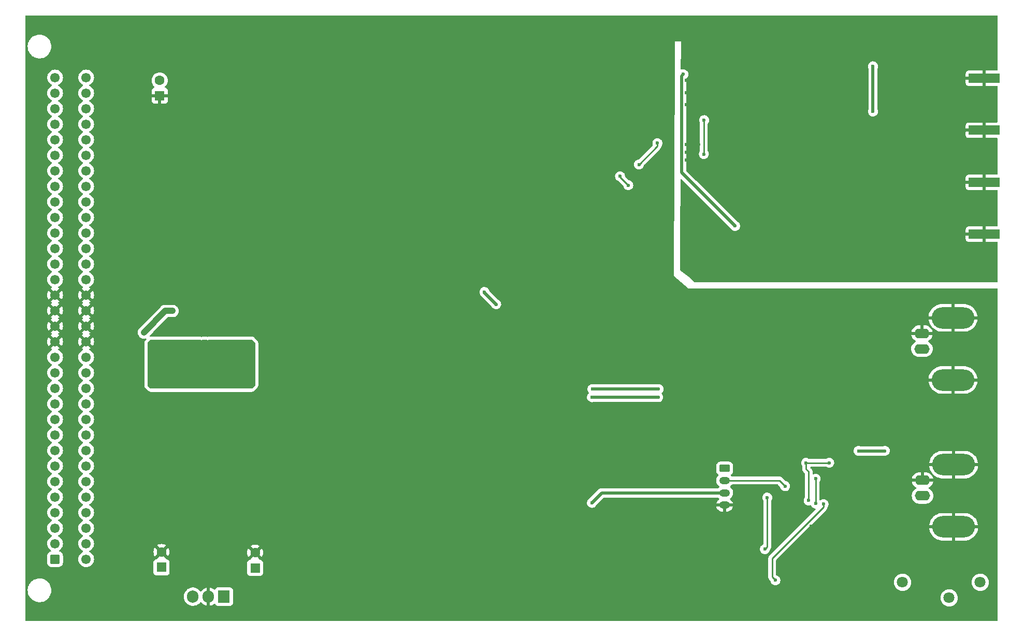
<source format=gbr>
G04 #@! TF.GenerationSoftware,KiCad,Pcbnew,(6.0.7)*
G04 #@! TF.CreationDate,2023-03-22T22:30:53+01:00*
G04 #@! TF.ProjectId,phase-frequency_detector,70686173-652d-4667-9265-7175656e6379,1.4.1*
G04 #@! TF.SameCoordinates,Original*
G04 #@! TF.FileFunction,Copper,L2,Bot*
G04 #@! TF.FilePolarity,Positive*
%FSLAX46Y46*%
G04 Gerber Fmt 4.6, Leading zero omitted, Abs format (unit mm)*
G04 Created by KiCad (PCBNEW (6.0.7)) date 2023-03-22 22:30:53*
%MOMM*%
%LPD*%
G01*
G04 APERTURE LIST*
G04 Aperture macros list*
%AMRoundRect*
0 Rectangle with rounded corners*
0 $1 Rounding radius*
0 $2 $3 $4 $5 $6 $7 $8 $9 X,Y pos of 4 corners*
0 Add a 4 corners polygon primitive as box body*
4,1,4,$2,$3,$4,$5,$6,$7,$8,$9,$2,$3,0*
0 Add four circle primitives for the rounded corners*
1,1,$1+$1,$2,$3*
1,1,$1+$1,$4,$5*
1,1,$1+$1,$6,$7*
1,1,$1+$1,$8,$9*
0 Add four rect primitives between the rounded corners*
20,1,$1+$1,$2,$3,$4,$5,0*
20,1,$1+$1,$4,$5,$6,$7,0*
20,1,$1+$1,$6,$7,$8,$9,0*
20,1,$1+$1,$8,$9,$2,$3,0*%
G04 Aperture macros list end*
G04 #@! TA.AperFunction,ComponentPad*
%ADD10C,1.800000*%
G04 #@! TD*
G04 #@! TA.AperFunction,ComponentPad*
%ADD11R,1.600000X1.600000*%
G04 #@! TD*
G04 #@! TA.AperFunction,ComponentPad*
%ADD12C,1.600000*%
G04 #@! TD*
G04 #@! TA.AperFunction,ComponentPad*
%ADD13RoundRect,0.249999X0.525001X-0.525001X0.525001X0.525001X-0.525001X0.525001X-0.525001X-0.525001X0*%
G04 #@! TD*
G04 #@! TA.AperFunction,ComponentPad*
%ADD14C,1.550000*%
G04 #@! TD*
G04 #@! TA.AperFunction,ComponentPad*
%ADD15R,1.905000X2.000000*%
G04 #@! TD*
G04 #@! TA.AperFunction,ComponentPad*
%ADD16O,1.905000X2.000000*%
G04 #@! TD*
G04 #@! TA.AperFunction,SMDPad,CuDef*
%ADD17R,5.080000X1.500000*%
G04 #@! TD*
G04 #@! TA.AperFunction,ComponentPad*
%ADD18O,2.500000X1.600000*%
G04 #@! TD*
G04 #@! TA.AperFunction,ComponentPad*
%ADD19O,7.000000X3.500000*%
G04 #@! TD*
G04 #@! TA.AperFunction,ComponentPad*
%ADD20RoundRect,0.250000X-0.625000X0.350000X-0.625000X-0.350000X0.625000X-0.350000X0.625000X0.350000X0*%
G04 #@! TD*
G04 #@! TA.AperFunction,ComponentPad*
%ADD21O,1.750000X1.200000*%
G04 #@! TD*
G04 #@! TA.AperFunction,ViaPad*
%ADD22C,0.600000*%
G04 #@! TD*
G04 #@! TA.AperFunction,Conductor*
%ADD23C,0.250000*%
G04 #@! TD*
G04 #@! TA.AperFunction,Conductor*
%ADD24C,0.500000*%
G04 #@! TD*
G04 #@! TA.AperFunction,Conductor*
%ADD25C,1.000000*%
G04 #@! TD*
G04 APERTURE END LIST*
D10*
X213925000Y-143160000D03*
X221545000Y-145700000D03*
X226625000Y-143160000D03*
D11*
X108100000Y-140800000D03*
D12*
X108100000Y-138300000D03*
D11*
X92800000Y-140700000D03*
D12*
X92800000Y-138200000D03*
D13*
X75400000Y-139370000D03*
D14*
X75400000Y-136830000D03*
X75400000Y-134290000D03*
X75400000Y-131750000D03*
X75400000Y-129210000D03*
X75400000Y-126670000D03*
X75400000Y-124130000D03*
X75400000Y-121590000D03*
X75400000Y-119050000D03*
X75400000Y-116510000D03*
X75400000Y-113970000D03*
X75400000Y-111430000D03*
X75400000Y-108890000D03*
X75400000Y-106350000D03*
X75400000Y-103810000D03*
X75400000Y-101270000D03*
X75400000Y-98730000D03*
X75400000Y-96190000D03*
X75400000Y-93650000D03*
X75400000Y-91110000D03*
X75400000Y-88570000D03*
X75400000Y-86030000D03*
X75400000Y-83490000D03*
X75400000Y-80950000D03*
X75400000Y-78410000D03*
X75400000Y-75870000D03*
X75400000Y-73330000D03*
X75400000Y-70790000D03*
X75400000Y-68250000D03*
X75400000Y-65710000D03*
X75400000Y-63170000D03*
X75400000Y-60630000D03*
X80480000Y-139370000D03*
X80480000Y-136830000D03*
X80480000Y-134290000D03*
X80480000Y-131750000D03*
X80480000Y-129210000D03*
X80480000Y-126670000D03*
X80480000Y-124130000D03*
X80480000Y-121590000D03*
X80480000Y-119050000D03*
X80480000Y-116510000D03*
X80480000Y-113970000D03*
X80480000Y-111430000D03*
X80480000Y-108890000D03*
X80480000Y-106350000D03*
X80480000Y-103810000D03*
X80480000Y-101270000D03*
X80480000Y-98730000D03*
X80480000Y-96190000D03*
X80480000Y-93650000D03*
X80480000Y-91110000D03*
X80480000Y-88570000D03*
X80480000Y-86030000D03*
X80480000Y-83490000D03*
X80480000Y-80950000D03*
X80480000Y-78410000D03*
X80480000Y-75870000D03*
X80480000Y-73330000D03*
X80480000Y-70790000D03*
X80480000Y-68250000D03*
X80480000Y-65710000D03*
X80480000Y-63170000D03*
X80480000Y-60630000D03*
D15*
X103000000Y-145500000D03*
D16*
X100460000Y-145500000D03*
X97920000Y-145500000D03*
D11*
X92500000Y-63600000D03*
D12*
X92500000Y-61100000D03*
D17*
X227300000Y-86250000D03*
X227300000Y-77750000D03*
X227300000Y-69250000D03*
X227300000Y-60750000D03*
D18*
X217100000Y-105000000D03*
D19*
X222180000Y-99920000D03*
D18*
X217100000Y-102460000D03*
D19*
X222180000Y-110080000D03*
D18*
X217200000Y-129000000D03*
D19*
X222280000Y-134080000D03*
X222280000Y-123920000D03*
D18*
X217200000Y-126460000D03*
D20*
X184848500Y-124523500D03*
D21*
X184848500Y-126523500D03*
X184848500Y-128523500D03*
X184848500Y-130523500D03*
D22*
X205100000Y-62600000D03*
X204100000Y-62600000D03*
X206100000Y-62600000D03*
X207100000Y-62600000D03*
X189600000Y-77100000D03*
X190600000Y-77100000D03*
X191600000Y-77100000D03*
X192600000Y-77100000D03*
X188600000Y-76100000D03*
X189600000Y-76100000D03*
X190600000Y-76100000D03*
X191600000Y-76100000D03*
X192600000Y-76100000D03*
X190600000Y-75100000D03*
X191600000Y-75100000D03*
X192600000Y-75100000D03*
X190600000Y-71100000D03*
X191600000Y-71100000D03*
X192600000Y-71100000D03*
X190600000Y-70100000D03*
X191600000Y-70100000D03*
X192600000Y-70100000D03*
X188600000Y-69100000D03*
X189600000Y-69100000D03*
X190600000Y-69100000D03*
X191600000Y-69100000D03*
X192600000Y-69100000D03*
X193600000Y-69100000D03*
X188600000Y-68100000D03*
X189600000Y-68100000D03*
X190600000Y-68100000D03*
X191600000Y-68100000D03*
X192600000Y-68100000D03*
X193600000Y-68100000D03*
X188600000Y-67100000D03*
X189600000Y-67100000D03*
X190600000Y-67100000D03*
X191600000Y-67100000D03*
X192600000Y-67100000D03*
X193600000Y-67100000D03*
X183500000Y-71100000D03*
X182500000Y-71100000D03*
X184500000Y-71100000D03*
X185500000Y-71100000D03*
X107400000Y-100900000D03*
X106600000Y-100900000D03*
X107400000Y-98900000D03*
X107400000Y-99900000D03*
X106600000Y-98900000D03*
X106600000Y-99900000D03*
X178600000Y-55100000D03*
X178600000Y-57100000D03*
X178600000Y-59100000D03*
X178600000Y-61100000D03*
X178600000Y-63100000D03*
X178600000Y-65100000D03*
X178600000Y-72850000D03*
X178600000Y-81100000D03*
X178600000Y-83100000D03*
X178600000Y-85100000D03*
X179600000Y-92300000D03*
X175600000Y-55100000D03*
X175600000Y-57100000D03*
X175600000Y-59100000D03*
X175600000Y-61100000D03*
X175600000Y-63100000D03*
X175600000Y-65100000D03*
X175600000Y-67100000D03*
X175600000Y-69100000D03*
X175600000Y-71100000D03*
X175600000Y-73100000D03*
X175600000Y-74600000D03*
X175600000Y-77100000D03*
X175600000Y-79100000D03*
X175600000Y-81100000D03*
X175600000Y-83100000D03*
X175600000Y-85100000D03*
X175600000Y-93200000D03*
X177200000Y-94800000D03*
X178600000Y-96100000D03*
X180600000Y-96100000D03*
X180600000Y-93200000D03*
X182600000Y-93200000D03*
X184600000Y-93200000D03*
X186600000Y-93200000D03*
X188600000Y-93200000D03*
X190600000Y-93200000D03*
X192600000Y-93200000D03*
X194600000Y-93200000D03*
X198600000Y-93200000D03*
X200600000Y-93200000D03*
X202600000Y-93200000D03*
X205700000Y-80900000D03*
X206700000Y-80900000D03*
X207700000Y-80900000D03*
X208700000Y-80900000D03*
X209700000Y-80900000D03*
X210700000Y-80900000D03*
X211700000Y-80900000D03*
X212700000Y-80900000D03*
X213700000Y-80900000D03*
X214700000Y-80900000D03*
X215700000Y-80900000D03*
X216700000Y-80900000D03*
X217700000Y-80900000D03*
X218700000Y-80900000D03*
X219700000Y-80900000D03*
X220700000Y-80900000D03*
X221700000Y-80900000D03*
X222700000Y-80900000D03*
X206300000Y-83100000D03*
X207300000Y-83100000D03*
X208300000Y-83100000D03*
X209300000Y-82900000D03*
X210300000Y-82900000D03*
X211300000Y-82900000D03*
X212300000Y-82900000D03*
X213300000Y-82900000D03*
X214300000Y-82900000D03*
X215300000Y-82900000D03*
X216300000Y-82900000D03*
X217300000Y-82900000D03*
X218300000Y-82900000D03*
X219300000Y-82900000D03*
X220300000Y-82900000D03*
X221300000Y-82900000D03*
X222300000Y-82900000D03*
X223300000Y-82900000D03*
X212700000Y-59700000D03*
X213700000Y-59700000D03*
X214700000Y-59700000D03*
X215700000Y-59700000D03*
X212700000Y-58700000D03*
X213700000Y-58700000D03*
X214700000Y-58700000D03*
X215700000Y-58700000D03*
X212700000Y-57700000D03*
X213700000Y-57700000D03*
X214700000Y-57700000D03*
X215700000Y-57700000D03*
X212700000Y-56700000D03*
X213700000Y-56700000D03*
X214700000Y-56700000D03*
X215700000Y-56700000D03*
X210700000Y-59700000D03*
X211700000Y-58700000D03*
X210700000Y-58700000D03*
X211700000Y-57700000D03*
X210700000Y-57700000D03*
X209700000Y-57700000D03*
X211700000Y-56700000D03*
X210700000Y-56700000D03*
X209700000Y-56700000D03*
X211400000Y-66200000D03*
X212400000Y-66200000D03*
X213400000Y-66200000D03*
X214400000Y-66200000D03*
X211400000Y-67200000D03*
X212400000Y-67200000D03*
X213400000Y-67200000D03*
X214400000Y-67200000D03*
X211400000Y-68200000D03*
X212400000Y-68200000D03*
X213400000Y-68200000D03*
X214400000Y-68200000D03*
X210400000Y-69200000D03*
X211400000Y-69200000D03*
X212400000Y-69200000D03*
X213400000Y-69200000D03*
X214400000Y-69200000D03*
X210400000Y-70800000D03*
X211400000Y-70800000D03*
X212400000Y-70800000D03*
X213400000Y-70800000D03*
X214400000Y-70800000D03*
X204600000Y-93200000D03*
X206600000Y-93200000D03*
X208600000Y-93200000D03*
X210600000Y-93200000D03*
X212600000Y-93200000D03*
X214600000Y-93200000D03*
X216600000Y-93200000D03*
X218600000Y-93200000D03*
X220600000Y-93200000D03*
X222600000Y-93200000D03*
X224600000Y-93200000D03*
X226600000Y-93200000D03*
X228600000Y-93200000D03*
X228600000Y-96100000D03*
X182600000Y-96100000D03*
X184600000Y-96100000D03*
X186600000Y-96100000D03*
X188600000Y-96100000D03*
X190600000Y-96100000D03*
X192600000Y-96100000D03*
X194600000Y-96100000D03*
X196600000Y-96100000D03*
X198600000Y-96100000D03*
X200600000Y-96100000D03*
X202600000Y-96100000D03*
X204600000Y-96100000D03*
X206600000Y-96100000D03*
X208600000Y-96100000D03*
X210600000Y-96100000D03*
X212600000Y-96100000D03*
X214600000Y-96100000D03*
X216600000Y-96100000D03*
X218600000Y-96100000D03*
X220600000Y-96100000D03*
X222600000Y-96100000D03*
X224600000Y-96100000D03*
X226600000Y-96100000D03*
X217800000Y-63600000D03*
X219400000Y-63600000D03*
X220600000Y-64000000D03*
X222100000Y-64000000D03*
X223600000Y-64000000D03*
X219100000Y-66000000D03*
X220600000Y-65800000D03*
X222100000Y-65800000D03*
X223600000Y-65800000D03*
X199600000Y-66800000D03*
X104300000Y-90600000D03*
X209400000Y-70800000D03*
X223000000Y-69000000D03*
X201000000Y-137000000D03*
X184600000Y-74100000D03*
X199400000Y-73100000D03*
X101500000Y-143000000D03*
X223500000Y-62000000D03*
X203300000Y-82900000D03*
X211700000Y-59700000D03*
X216400000Y-69200000D03*
X181600000Y-76300000D03*
X92500000Y-67800000D03*
X175000000Y-138000000D03*
X185600000Y-68350000D03*
X223500000Y-75500000D03*
X196000000Y-139000000D03*
X166000000Y-99000000D03*
X216400000Y-68200000D03*
X183000000Y-107000000D03*
X166000000Y-117000000D03*
X223700000Y-80900000D03*
X178600000Y-53700000D03*
X206400000Y-70800000D03*
X175600000Y-86900000D03*
X204812900Y-130187700D03*
X178000000Y-138000000D03*
X177000000Y-107000000D03*
X166000000Y-122000000D03*
X162850000Y-66100000D03*
X185600000Y-74100000D03*
X114100000Y-97100000D03*
X180000000Y-144000000D03*
X225500000Y-80000000D03*
X228500000Y-58500000D03*
X163850000Y-74100000D03*
X85000000Y-67400000D03*
X177000000Y-120000000D03*
X97700000Y-137600000D03*
X204038200Y-145072100D03*
X180000000Y-116000000D03*
X175500000Y-91200000D03*
X170000000Y-83000000D03*
X185500000Y-72100000D03*
X183600000Y-68350000D03*
X225500000Y-88500000D03*
X92500000Y-70200000D03*
X223500000Y-77500000D03*
X195402200Y-130911600D03*
X166000000Y-83000000D03*
X172000000Y-123000000D03*
X174000000Y-116000000D03*
X208400000Y-70800000D03*
X184000000Y-138000000D03*
X215800000Y-139400000D03*
X111900000Y-98500000D03*
X205066900Y-124726700D03*
X170000000Y-104000000D03*
X189000000Y-107000000D03*
X225500000Y-84500000D03*
X199600000Y-69100000D03*
X99500000Y-143000000D03*
X202500000Y-80000000D03*
X184000000Y-141000000D03*
X178600000Y-89100000D03*
X85100000Y-131400000D03*
X85100000Y-128800000D03*
X188600000Y-77100000D03*
X184000000Y-116000000D03*
X196100000Y-66200000D03*
X113600000Y-109000000D03*
X185700000Y-77200000D03*
X220000000Y-62400000D03*
X216100000Y-63600000D03*
X198600000Y-78100000D03*
X210400000Y-139600000D03*
X185700000Y-76200000D03*
X172000000Y-107000000D03*
X202300000Y-82000000D03*
X199600000Y-77100000D03*
X203300000Y-63200000D03*
X101900000Y-102700000D03*
X211100000Y-64400000D03*
X228000000Y-80000000D03*
X227500000Y-84500000D03*
X197600000Y-71100000D03*
X166000000Y-104000000D03*
X209600000Y-69200000D03*
X228000000Y-88500000D03*
X204100000Y-64800000D03*
X176000000Y-127000000D03*
X85000000Y-70700000D03*
X178800000Y-91200000D03*
X197281800Y-145808700D03*
X199600000Y-79100000D03*
X179844700Y-131241800D03*
X166500000Y-70600000D03*
X206984600Y-123240800D03*
X203200000Y-65300000D03*
X223500000Y-85500000D03*
X202400000Y-66200000D03*
X206933800Y-118237000D03*
X228000000Y-75500000D03*
X173850000Y-67350000D03*
X197600000Y-77100000D03*
X201600000Y-64800000D03*
X211700000Y-63000000D03*
X216400000Y-70800000D03*
X223500000Y-58500000D03*
X85000000Y-69600000D03*
X215400000Y-68200000D03*
X212000000Y-111000000D03*
X92500000Y-66400000D03*
X196600000Y-74100000D03*
X180000000Y-135000000D03*
X197600000Y-68800000D03*
X181000000Y-138000000D03*
X207900000Y-69200000D03*
X182600000Y-76300000D03*
X166800000Y-78400000D03*
X170000000Y-121000000D03*
X182700000Y-74500000D03*
X193000000Y-134000000D03*
X165400000Y-80100000D03*
X196600000Y-93200000D03*
X178700000Y-79700000D03*
X207100000Y-68800000D03*
X179600000Y-74100000D03*
X196600000Y-76100000D03*
X181600000Y-74500000D03*
X180100000Y-69400000D03*
X180600000Y-74500000D03*
X186500000Y-72100000D03*
X212300000Y-64400000D03*
X178600000Y-74100000D03*
X198600000Y-70100000D03*
X215400000Y-70800000D03*
X207400000Y-70800000D03*
X180200000Y-64900000D03*
X197000000Y-138000000D03*
X174000000Y-120000000D03*
X170000000Y-99000000D03*
X177000000Y-116000000D03*
X100460000Y-142959992D03*
X223500000Y-88500000D03*
X201400000Y-81000000D03*
X184000000Y-133000000D03*
X175600000Y-53700000D03*
X226000000Y-72000000D03*
X200600000Y-65800000D03*
X200600000Y-80100000D03*
X166000000Y-94000000D03*
X206000000Y-139600000D03*
X180000000Y-120000000D03*
X169850000Y-67100000D03*
X200600000Y-78100000D03*
X203400000Y-67100000D03*
X178600000Y-71600000D03*
X207100000Y-67800000D03*
X177100000Y-53700000D03*
X205400000Y-69900000D03*
X215400000Y-69200000D03*
X170000000Y-94000000D03*
X85100000Y-130000000D03*
X205100000Y-64800000D03*
X99340000Y-102740000D03*
X199900000Y-61000000D03*
X85000000Y-68500000D03*
X170000000Y-109000000D03*
X223000000Y-72000000D03*
X110800000Y-109800000D03*
X184000000Y-144000000D03*
X207100000Y-65800000D03*
X202600000Y-63900000D03*
X198600000Y-67800000D03*
X216100000Y-66000000D03*
X207100000Y-66800000D03*
X92500000Y-69100000D03*
X210705700Y-135509000D03*
X102700000Y-137600000D03*
X189000000Y-133000000D03*
X212300000Y-61800000D03*
X204400000Y-69900000D03*
X174000000Y-125000000D03*
X177063400Y-126136400D03*
X225500000Y-67000000D03*
X180600000Y-71600000D03*
X225500000Y-63000000D03*
X179600000Y-71600000D03*
X103500000Y-112900000D03*
X203400000Y-68600000D03*
X184500000Y-72100000D03*
X166000000Y-88000000D03*
X170000000Y-88000000D03*
X85000000Y-71600000D03*
X196000000Y-134000000D03*
X111000000Y-106200000D03*
X169000000Y-125000000D03*
X182500000Y-72100000D03*
X210400000Y-66200000D03*
X228500000Y-67000000D03*
X208700000Y-69200000D03*
X205200000Y-83100000D03*
X221000000Y-140000000D03*
X211100000Y-61700000D03*
X228500000Y-63000000D03*
X226000000Y-58500000D03*
X92500000Y-71300000D03*
X204600000Y-80900000D03*
X204000000Y-107000000D03*
X178700000Y-87000000D03*
X166000000Y-109000000D03*
X85100000Y-133000000D03*
X170000000Y-117000000D03*
X206000000Y-134000000D03*
X198000000Y-107000000D03*
X177000000Y-141000000D03*
X201600000Y-79100000D03*
X196500000Y-72000000D03*
X180600000Y-76300000D03*
X201000000Y-134000000D03*
X191600000Y-72800000D03*
X205896250Y-143200000D03*
X207100000Y-64800000D03*
X201600000Y-67100000D03*
X203400000Y-69900000D03*
X104100000Y-95700000D03*
X202069700Y-139179300D03*
X100340000Y-102740000D03*
X228000000Y-72000000D03*
X225500000Y-75500000D03*
X197600000Y-75100000D03*
X194183000Y-140157200D03*
X176000000Y-132000000D03*
X203500000Y-80900000D03*
X183500000Y-72100000D03*
X199000000Y-134000000D03*
X200600000Y-68100000D03*
X184000000Y-120000000D03*
X224000000Y-142000000D03*
X184600000Y-68350000D03*
X195600000Y-75100000D03*
X198600000Y-76100000D03*
X172000000Y-101000000D03*
X186600000Y-74100000D03*
X204300000Y-82900000D03*
X175600000Y-88900000D03*
X163156900Y-130162300D03*
X163156900Y-112890300D03*
X209100000Y-66200000D03*
X147500000Y-97700000D03*
X181450000Y-73150000D03*
X209100000Y-58800000D03*
X186550000Y-84900000D03*
X173990000Y-112877600D03*
X178100000Y-60100000D03*
X181500000Y-67599998D03*
X145600000Y-95700000D03*
X206756000Y-121666000D03*
X201942700Y-123609100D03*
X211023200Y-121666000D03*
X198158100Y-123634500D03*
X174028100Y-111556800D03*
X198577200Y-129781300D03*
X163233100Y-111556800D03*
X169100500Y-78232000D03*
X167741600Y-76771500D03*
X173850000Y-71350000D03*
X170850000Y-74850000D03*
X100400000Y-108700000D03*
X101600000Y-110700000D03*
X100400000Y-110700000D03*
X107500000Y-105800000D03*
X101600000Y-109700000D03*
X106700000Y-105800000D03*
X107500000Y-106800000D03*
X101600000Y-108750000D03*
X107500000Y-104800000D03*
X106700000Y-104800000D03*
X100400000Y-109700000D03*
X106700000Y-106800000D03*
X89900000Y-102300000D03*
X94600000Y-98800000D03*
X201015600Y-130378200D03*
X193141900Y-142823900D03*
X194741800Y-127444500D03*
X191427100Y-137718800D03*
X191820800Y-129311400D03*
X199720200Y-130263900D03*
X199720200Y-126212600D03*
D23*
X211100000Y-61700000D02*
X211100000Y-62400000D01*
X211100000Y-62400000D02*
X211700000Y-63000000D01*
D24*
X172476500Y-128523500D02*
X164770300Y-128523500D01*
X166109700Y-112890300D02*
X170109700Y-112890300D01*
X170109700Y-112890300D02*
X173977300Y-112890300D01*
X145600000Y-95700000D02*
X145600000Y-95800000D01*
X145600000Y-95800000D02*
X147500000Y-97700000D01*
D23*
X181450000Y-67649998D02*
X181500000Y-67599998D01*
D24*
X184848500Y-128523500D02*
X172476500Y-128523500D01*
X186550000Y-84900000D02*
X177800001Y-76150001D01*
X163156900Y-130136900D02*
X163156900Y-130162300D01*
X209100000Y-58800000D02*
X209100000Y-66200000D01*
X173977300Y-112890300D02*
X173990000Y-112877600D01*
X177800001Y-76150001D02*
X177800001Y-60399999D01*
X164770300Y-128523500D02*
X163156900Y-130136900D01*
X177800001Y-60399999D02*
X178100000Y-60100000D01*
X163156900Y-112890300D02*
X166109700Y-112890300D01*
D23*
X181450000Y-73150000D02*
X181450000Y-67649998D01*
D24*
X163233100Y-111556800D02*
X174028100Y-111556800D01*
D23*
X198577200Y-125044200D02*
X198158100Y-124625100D01*
X201942700Y-123609100D02*
X198183500Y-123609100D01*
X198158100Y-124625100D02*
X198158100Y-123634500D01*
X198183500Y-123609100D02*
X198158100Y-123634500D01*
X198577200Y-129781300D02*
X198577200Y-125044200D01*
D24*
X211023200Y-121666000D02*
X206756000Y-121666000D01*
D23*
X167741600Y-76873100D02*
X169100500Y-78232000D01*
X167741600Y-76771500D02*
X167741600Y-76873100D01*
X173850000Y-71850000D02*
X173850000Y-71350000D01*
X170850000Y-74850000D02*
X173850000Y-71850000D01*
D25*
X89900000Y-102300000D02*
X93400000Y-98800000D01*
X93400000Y-98800000D02*
X94600000Y-98800000D01*
D23*
X192621991Y-142303991D02*
X192621991Y-139241709D01*
X192621991Y-139241709D02*
X201015600Y-130848100D01*
X201015600Y-130848100D02*
X201015600Y-130378200D01*
X193141900Y-142823900D02*
X192621991Y-142303991D01*
X184867300Y-126504700D02*
X184848500Y-126523500D01*
X193802000Y-126504700D02*
X184867300Y-126504700D01*
X194741800Y-127444500D02*
X193802000Y-126504700D01*
X191820800Y-129311400D02*
X191820800Y-137325100D01*
X191820800Y-137325100D02*
X191427100Y-137718800D01*
X199720200Y-126212600D02*
X199720200Y-130263900D01*
G04 #@! TA.AperFunction,Conductor*
G36*
X229433621Y-50528502D02*
G01*
X229480114Y-50582158D01*
X229491500Y-50634500D01*
X229491500Y-59366000D01*
X229471498Y-59434121D01*
X229417842Y-59480614D01*
X229365500Y-59492000D01*
X227572115Y-59492000D01*
X227556876Y-59496475D01*
X227555671Y-59497865D01*
X227554000Y-59505548D01*
X227554000Y-61989884D01*
X227558475Y-62005123D01*
X227559865Y-62006328D01*
X227567548Y-62007999D01*
X229365500Y-62007999D01*
X229433621Y-62028001D01*
X229480114Y-62081657D01*
X229491500Y-62133999D01*
X229491500Y-67866000D01*
X229471498Y-67934121D01*
X229417842Y-67980614D01*
X229365500Y-67992000D01*
X227572115Y-67992000D01*
X227556876Y-67996475D01*
X227555671Y-67997865D01*
X227554000Y-68005548D01*
X227554000Y-70489884D01*
X227558475Y-70505123D01*
X227559865Y-70506328D01*
X227567548Y-70507999D01*
X229365500Y-70507999D01*
X229433621Y-70528001D01*
X229480114Y-70581657D01*
X229491500Y-70633999D01*
X229491500Y-76366000D01*
X229471498Y-76434121D01*
X229417842Y-76480614D01*
X229365500Y-76492000D01*
X227572115Y-76492000D01*
X227556876Y-76496475D01*
X227555671Y-76497865D01*
X227554000Y-76505548D01*
X227554000Y-78989884D01*
X227558475Y-79005123D01*
X227559865Y-79006328D01*
X227567548Y-79007999D01*
X229365500Y-79007999D01*
X229433621Y-79028001D01*
X229480114Y-79081657D01*
X229491500Y-79133999D01*
X229491500Y-84866000D01*
X229471498Y-84934121D01*
X229417842Y-84980614D01*
X229365500Y-84992000D01*
X227572115Y-84992000D01*
X227556876Y-84996475D01*
X227555671Y-84997865D01*
X227554000Y-85005548D01*
X227554000Y-87489884D01*
X227558475Y-87505123D01*
X227559865Y-87506328D01*
X227567548Y-87507999D01*
X229365500Y-87507999D01*
X229433621Y-87528001D01*
X229480114Y-87581657D01*
X229491500Y-87633999D01*
X229491500Y-93974000D01*
X229471498Y-94042121D01*
X229417842Y-94088614D01*
X229365500Y-94100000D01*
X179996651Y-94100000D01*
X179928530Y-94079998D01*
X179915988Y-94070796D01*
X178882241Y-93209340D01*
X177596604Y-92137976D01*
X177557078Y-92079001D01*
X177551269Y-92040679D01*
X177551678Y-91938169D01*
X177571169Y-87044669D01*
X224252001Y-87044669D01*
X224252371Y-87051490D01*
X224257895Y-87102352D01*
X224261521Y-87117604D01*
X224306676Y-87238054D01*
X224315214Y-87253649D01*
X224391715Y-87355724D01*
X224404276Y-87368285D01*
X224506351Y-87444786D01*
X224521946Y-87453324D01*
X224642394Y-87498478D01*
X224657649Y-87502105D01*
X224708514Y-87507631D01*
X224715328Y-87508000D01*
X227027885Y-87508000D01*
X227043124Y-87503525D01*
X227044329Y-87502135D01*
X227046000Y-87494452D01*
X227046000Y-86522115D01*
X227041525Y-86506876D01*
X227040135Y-86505671D01*
X227032452Y-86504000D01*
X224270116Y-86504000D01*
X224254877Y-86508475D01*
X224253672Y-86509865D01*
X224252001Y-86517548D01*
X224252001Y-87044669D01*
X177571169Y-87044669D01*
X177575418Y-85977885D01*
X224252000Y-85977885D01*
X224256475Y-85993124D01*
X224257865Y-85994329D01*
X224265548Y-85996000D01*
X227027885Y-85996000D01*
X227043124Y-85991525D01*
X227044329Y-85990135D01*
X227046000Y-85982452D01*
X227046000Y-85010116D01*
X227041525Y-84994877D01*
X227040135Y-84993672D01*
X227032452Y-84992001D01*
X224715331Y-84992001D01*
X224708510Y-84992371D01*
X224657648Y-84997895D01*
X224642396Y-85001521D01*
X224521946Y-85046676D01*
X224506351Y-85055214D01*
X224404276Y-85131715D01*
X224391715Y-85144276D01*
X224315214Y-85246351D01*
X224306676Y-85261946D01*
X224261522Y-85382394D01*
X224257895Y-85397649D01*
X224252369Y-85448514D01*
X224252000Y-85455328D01*
X224252000Y-85977885D01*
X177575418Y-85977885D01*
X177609838Y-77336205D01*
X177630111Y-77268166D01*
X177683952Y-77221887D01*
X177754265Y-77212063D01*
X177818728Y-77241813D01*
X177824932Y-77247613D01*
X185790992Y-85213673D01*
X185810595Y-85241771D01*
X185811418Y-85241273D01*
X185896215Y-85381290D01*
X185905380Y-85396424D01*
X186031382Y-85526902D01*
X186183159Y-85626222D01*
X186189763Y-85628678D01*
X186189765Y-85628679D01*
X186346558Y-85686990D01*
X186346560Y-85686990D01*
X186353168Y-85689448D01*
X186436995Y-85700633D01*
X186525980Y-85712507D01*
X186525984Y-85712507D01*
X186532961Y-85713438D01*
X186539972Y-85712800D01*
X186539976Y-85712800D01*
X186682459Y-85699832D01*
X186713600Y-85696998D01*
X186720302Y-85694820D01*
X186720304Y-85694820D01*
X186879409Y-85643124D01*
X186879412Y-85643123D01*
X186886108Y-85640947D01*
X187041912Y-85548069D01*
X187173266Y-85422982D01*
X187273643Y-85271902D01*
X187338055Y-85102338D01*
X187352224Y-85001521D01*
X187362748Y-84926639D01*
X187362748Y-84926636D01*
X187363299Y-84922717D01*
X187363616Y-84900000D01*
X187343397Y-84719745D01*
X187333401Y-84691041D01*
X187286064Y-84555106D01*
X187286062Y-84555103D01*
X187283745Y-84548448D01*
X187280009Y-84542469D01*
X187191359Y-84400598D01*
X187187626Y-84394624D01*
X187111703Y-84318169D01*
X187064778Y-84270915D01*
X187064774Y-84270912D01*
X187059815Y-84265918D01*
X186906666Y-84168727D01*
X186900026Y-84166363D01*
X186897532Y-84165146D01*
X186863675Y-84140994D01*
X181267350Y-78544669D01*
X224252001Y-78544669D01*
X224252371Y-78551490D01*
X224257895Y-78602352D01*
X224261521Y-78617604D01*
X224306676Y-78738054D01*
X224315214Y-78753649D01*
X224391715Y-78855724D01*
X224404276Y-78868285D01*
X224506351Y-78944786D01*
X224521946Y-78953324D01*
X224642394Y-78998478D01*
X224657649Y-79002105D01*
X224708514Y-79007631D01*
X224715328Y-79008000D01*
X227027885Y-79008000D01*
X227043124Y-79003525D01*
X227044329Y-79002135D01*
X227046000Y-78994452D01*
X227046000Y-78022115D01*
X227041525Y-78006876D01*
X227040135Y-78005671D01*
X227032452Y-78004000D01*
X224270116Y-78004000D01*
X224254877Y-78008475D01*
X224253672Y-78009865D01*
X224252001Y-78017548D01*
X224252001Y-78544669D01*
X181267350Y-78544669D01*
X180200566Y-77477885D01*
X224252000Y-77477885D01*
X224256475Y-77493124D01*
X224257865Y-77494329D01*
X224265548Y-77496000D01*
X227027885Y-77496000D01*
X227043124Y-77491525D01*
X227044329Y-77490135D01*
X227046000Y-77482452D01*
X227046000Y-76510116D01*
X227041525Y-76494877D01*
X227040135Y-76493672D01*
X227032452Y-76492001D01*
X224715331Y-76492001D01*
X224708510Y-76492371D01*
X224657648Y-76497895D01*
X224642396Y-76501521D01*
X224521946Y-76546676D01*
X224506351Y-76555214D01*
X224404276Y-76631715D01*
X224391715Y-76644276D01*
X224315214Y-76746351D01*
X224306676Y-76761946D01*
X224261522Y-76882394D01*
X224257895Y-76897649D01*
X224252369Y-76948514D01*
X224252000Y-76955328D01*
X224252000Y-77477885D01*
X180200566Y-77477885D01*
X178595406Y-75872725D01*
X178561380Y-75810413D01*
X178558501Y-75783630D01*
X178558501Y-73138640D01*
X180636463Y-73138640D01*
X180654163Y-73319160D01*
X180711418Y-73491273D01*
X180715065Y-73497295D01*
X180715066Y-73497297D01*
X180745924Y-73548249D01*
X180805380Y-73646424D01*
X180931382Y-73776902D01*
X181083159Y-73876222D01*
X181089763Y-73878678D01*
X181089765Y-73878679D01*
X181246558Y-73936990D01*
X181246560Y-73936990D01*
X181253168Y-73939448D01*
X181336995Y-73950633D01*
X181425980Y-73962507D01*
X181425984Y-73962507D01*
X181432961Y-73963438D01*
X181439972Y-73962800D01*
X181439976Y-73962800D01*
X181582459Y-73949832D01*
X181613600Y-73946998D01*
X181620302Y-73944820D01*
X181620304Y-73944820D01*
X181779409Y-73893124D01*
X181779412Y-73893123D01*
X181786108Y-73890947D01*
X181941912Y-73798069D01*
X182073266Y-73672982D01*
X182173643Y-73521902D01*
X182238055Y-73352338D01*
X182240425Y-73335475D01*
X182262748Y-73176639D01*
X182262748Y-73176636D01*
X182263299Y-73172717D01*
X182263616Y-73150000D01*
X182243397Y-72969745D01*
X182241080Y-72963091D01*
X182186064Y-72805106D01*
X182186062Y-72805103D01*
X182183745Y-72798448D01*
X182102646Y-72668661D01*
X182083500Y-72601892D01*
X182083500Y-70044669D01*
X224252001Y-70044669D01*
X224252371Y-70051490D01*
X224257895Y-70102352D01*
X224261521Y-70117604D01*
X224306676Y-70238054D01*
X224315214Y-70253649D01*
X224391715Y-70355724D01*
X224404276Y-70368285D01*
X224506351Y-70444786D01*
X224521946Y-70453324D01*
X224642394Y-70498478D01*
X224657649Y-70502105D01*
X224708514Y-70507631D01*
X224715328Y-70508000D01*
X227027885Y-70508000D01*
X227043124Y-70503525D01*
X227044329Y-70502135D01*
X227046000Y-70494452D01*
X227046000Y-69522115D01*
X227041525Y-69506876D01*
X227040135Y-69505671D01*
X227032452Y-69504000D01*
X224270116Y-69504000D01*
X224254877Y-69508475D01*
X224253672Y-69509865D01*
X224252001Y-69517548D01*
X224252001Y-70044669D01*
X182083500Y-70044669D01*
X182083500Y-68977885D01*
X224252000Y-68977885D01*
X224256475Y-68993124D01*
X224257865Y-68994329D01*
X224265548Y-68996000D01*
X227027885Y-68996000D01*
X227043124Y-68991525D01*
X227044329Y-68990135D01*
X227046000Y-68982452D01*
X227046000Y-68010116D01*
X227041525Y-67994877D01*
X227040135Y-67993672D01*
X227032452Y-67992001D01*
X224715331Y-67992001D01*
X224708510Y-67992371D01*
X224657648Y-67997895D01*
X224642396Y-68001521D01*
X224521946Y-68046676D01*
X224506351Y-68055214D01*
X224404276Y-68131715D01*
X224391715Y-68144276D01*
X224315214Y-68246351D01*
X224306676Y-68261946D01*
X224261522Y-68382394D01*
X224257895Y-68397649D01*
X224252369Y-68448514D01*
X224252000Y-68455328D01*
X224252000Y-68977885D01*
X182083500Y-68977885D01*
X182083500Y-68214852D01*
X182103502Y-68146731D01*
X182114236Y-68133735D01*
X182113637Y-68133233D01*
X182118161Y-68127841D01*
X182123266Y-68122980D01*
X182223643Y-67971900D01*
X182265423Y-67861915D01*
X182285555Y-67808918D01*
X182285556Y-67808916D01*
X182288055Y-67802336D01*
X182289035Y-67795364D01*
X182312748Y-67626637D01*
X182312748Y-67626634D01*
X182313299Y-67622715D01*
X182313616Y-67599998D01*
X182293397Y-67419743D01*
X182291080Y-67413089D01*
X182236064Y-67255104D01*
X182236062Y-67255101D01*
X182233745Y-67248446D01*
X182137626Y-67094622D01*
X182092281Y-67048959D01*
X182014778Y-66970913D01*
X182014774Y-66970910D01*
X182009815Y-66965916D01*
X181998697Y-66958860D01*
X181925994Y-66912722D01*
X181856666Y-66868725D01*
X181827463Y-66858326D01*
X181692425Y-66810241D01*
X181692420Y-66810240D01*
X181685790Y-66807879D01*
X181678802Y-66807046D01*
X181678799Y-66807045D01*
X181555698Y-66792366D01*
X181505680Y-66786402D01*
X181498677Y-66787138D01*
X181498676Y-66787138D01*
X181332288Y-66804626D01*
X181332286Y-66804627D01*
X181325288Y-66805362D01*
X181153579Y-66863816D01*
X181147575Y-66867510D01*
X181005095Y-66955164D01*
X181005092Y-66955166D01*
X180999088Y-66958860D01*
X180994053Y-66963791D01*
X180994050Y-66963793D01*
X180907082Y-67048959D01*
X180869493Y-67085769D01*
X180771235Y-67238236D01*
X180768826Y-67244856D01*
X180768824Y-67244859D01*
X180711606Y-67402064D01*
X180709197Y-67408683D01*
X180686463Y-67588638D01*
X180704163Y-67769158D01*
X180761418Y-67941271D01*
X180797907Y-68001521D01*
X180798276Y-68002131D01*
X180816500Y-68067402D01*
X180816500Y-72603331D01*
X180796411Y-72671586D01*
X180725054Y-72782310D01*
X180725050Y-72782319D01*
X180721235Y-72788238D01*
X180718826Y-72794858D01*
X180718825Y-72794859D01*
X180686250Y-72884358D01*
X180659197Y-72958685D01*
X180636463Y-73138640D01*
X178558501Y-73138640D01*
X178558501Y-66188640D01*
X208286463Y-66188640D01*
X208304163Y-66369160D01*
X208361418Y-66541273D01*
X208365065Y-66547295D01*
X208365066Y-66547297D01*
X208375978Y-66565314D01*
X208455380Y-66696424D01*
X208581382Y-66826902D01*
X208733159Y-66926222D01*
X208739763Y-66928678D01*
X208739765Y-66928679D01*
X208896558Y-66986990D01*
X208896560Y-66986990D01*
X208903168Y-66989448D01*
X208986995Y-67000633D01*
X209075980Y-67012507D01*
X209075984Y-67012507D01*
X209082961Y-67013438D01*
X209089972Y-67012800D01*
X209089976Y-67012800D01*
X209232459Y-66999832D01*
X209263600Y-66996998D01*
X209270302Y-66994820D01*
X209270304Y-66994820D01*
X209429409Y-66943124D01*
X209429412Y-66943123D01*
X209436108Y-66940947D01*
X209550922Y-66872504D01*
X209585860Y-66851677D01*
X209585862Y-66851676D01*
X209591912Y-66848069D01*
X209723266Y-66722982D01*
X209823643Y-66571902D01*
X209888055Y-66402338D01*
X209889035Y-66395366D01*
X209912748Y-66226639D01*
X209912748Y-66226636D01*
X209913299Y-66222717D01*
X209913616Y-66200000D01*
X209893397Y-66019745D01*
X209889546Y-66008685D01*
X209865509Y-65939662D01*
X209858500Y-65898225D01*
X209858500Y-61544669D01*
X224252001Y-61544669D01*
X224252371Y-61551490D01*
X224257895Y-61602352D01*
X224261521Y-61617604D01*
X224306676Y-61738054D01*
X224315214Y-61753649D01*
X224391715Y-61855724D01*
X224404276Y-61868285D01*
X224506351Y-61944786D01*
X224521946Y-61953324D01*
X224642394Y-61998478D01*
X224657649Y-62002105D01*
X224708514Y-62007631D01*
X224715328Y-62008000D01*
X227027885Y-62008000D01*
X227043124Y-62003525D01*
X227044329Y-62002135D01*
X227046000Y-61994452D01*
X227046000Y-61022115D01*
X227041525Y-61006876D01*
X227040135Y-61005671D01*
X227032452Y-61004000D01*
X224270116Y-61004000D01*
X224254877Y-61008475D01*
X224253672Y-61009865D01*
X224252001Y-61017548D01*
X224252001Y-61544669D01*
X209858500Y-61544669D01*
X209858500Y-60477885D01*
X224252000Y-60477885D01*
X224256475Y-60493124D01*
X224257865Y-60494329D01*
X224265548Y-60496000D01*
X227027885Y-60496000D01*
X227043124Y-60491525D01*
X227044329Y-60490135D01*
X227046000Y-60482452D01*
X227046000Y-59510116D01*
X227041525Y-59494877D01*
X227040135Y-59493672D01*
X227032452Y-59492001D01*
X224715331Y-59492001D01*
X224708510Y-59492371D01*
X224657648Y-59497895D01*
X224642396Y-59501521D01*
X224521946Y-59546676D01*
X224506351Y-59555214D01*
X224404276Y-59631715D01*
X224391715Y-59644276D01*
X224315214Y-59746351D01*
X224306676Y-59761946D01*
X224261522Y-59882394D01*
X224257895Y-59897649D01*
X224252369Y-59948514D01*
X224252000Y-59955328D01*
X224252000Y-60477885D01*
X209858500Y-60477885D01*
X209858500Y-59103267D01*
X209866712Y-59058523D01*
X209885555Y-59008920D01*
X209885556Y-59008918D01*
X209888055Y-59002338D01*
X209913299Y-58822717D01*
X209913616Y-58800000D01*
X209893397Y-58619745D01*
X209891080Y-58613091D01*
X209836064Y-58455106D01*
X209836062Y-58455103D01*
X209833745Y-58448448D01*
X209737626Y-58294624D01*
X209723941Y-58280843D01*
X209614778Y-58170915D01*
X209614774Y-58170912D01*
X209609815Y-58165918D01*
X209598697Y-58158862D01*
X209550538Y-58128300D01*
X209456666Y-58068727D01*
X209427463Y-58058328D01*
X209292425Y-58010243D01*
X209292420Y-58010242D01*
X209285790Y-58007881D01*
X209278802Y-58007048D01*
X209278799Y-58007047D01*
X209155698Y-57992368D01*
X209105680Y-57986404D01*
X209098677Y-57987140D01*
X209098676Y-57987140D01*
X208932288Y-58004628D01*
X208932286Y-58004629D01*
X208925288Y-58005364D01*
X208753579Y-58063818D01*
X208747575Y-58067512D01*
X208605095Y-58155166D01*
X208605092Y-58155168D01*
X208599088Y-58158862D01*
X208594053Y-58163793D01*
X208594050Y-58163795D01*
X208474525Y-58280843D01*
X208469493Y-58285771D01*
X208371235Y-58438238D01*
X208368826Y-58444858D01*
X208368824Y-58444861D01*
X208311606Y-58602066D01*
X208309197Y-58608685D01*
X208286463Y-58788640D01*
X208304163Y-58969160D01*
X208306387Y-58975845D01*
X208335058Y-59062033D01*
X208341500Y-59101805D01*
X208341500Y-65897717D01*
X208333901Y-65940812D01*
X208309197Y-66008685D01*
X208286463Y-66188640D01*
X178558501Y-66188640D01*
X178558501Y-60833890D01*
X178578503Y-60765769D01*
X178597609Y-60742645D01*
X178718159Y-60627846D01*
X178718162Y-60627843D01*
X178723266Y-60622982D01*
X178823643Y-60471902D01*
X178888055Y-60302338D01*
X178913299Y-60122717D01*
X178913616Y-60100000D01*
X178893397Y-59919745D01*
X178891080Y-59913091D01*
X178836064Y-59755106D01*
X178836062Y-59755103D01*
X178833745Y-59748448D01*
X178737626Y-59594624D01*
X178698490Y-59555214D01*
X178614778Y-59470915D01*
X178614774Y-59470912D01*
X178609815Y-59465918D01*
X178456666Y-59368727D01*
X178427463Y-59358328D01*
X178292425Y-59310243D01*
X178292420Y-59310242D01*
X178285790Y-59307881D01*
X178278802Y-59307048D01*
X178278799Y-59307047D01*
X178155698Y-59292368D01*
X178105680Y-59286404D01*
X178098677Y-59287140D01*
X178098676Y-59287140D01*
X177932288Y-59304628D01*
X177932286Y-59304629D01*
X177925288Y-59305364D01*
X177875963Y-59322155D01*
X177848633Y-59331459D01*
X177777700Y-59334477D01*
X177716397Y-59298666D01*
X177684185Y-59235397D01*
X177682029Y-59211679D01*
X177682969Y-58975845D01*
X177693565Y-56315638D01*
X177699928Y-54718115D01*
X177699928Y-54718114D01*
X177700000Y-54700000D01*
X176700000Y-54700000D01*
X176686535Y-58170915D01*
X176552095Y-92826342D01*
X176551033Y-93100000D01*
X176558521Y-93106240D01*
X176558522Y-93106241D01*
X178937117Y-95088404D01*
X178937119Y-95088405D01*
X178951033Y-95100000D01*
X229365500Y-95100000D01*
X229433621Y-95120002D01*
X229480114Y-95173658D01*
X229491500Y-95226000D01*
X229491500Y-149365500D01*
X229471498Y-149433621D01*
X229417842Y-149480114D01*
X229365500Y-149491500D01*
X70634500Y-149491500D01*
X70566379Y-149471498D01*
X70519886Y-149417842D01*
X70508500Y-149365500D01*
X70508500Y-144419552D01*
X70921800Y-144419552D01*
X70922044Y-144423987D01*
X70922044Y-144423991D01*
X70935593Y-144670181D01*
X70936846Y-144692951D01*
X70990264Y-144961502D01*
X71080989Y-145219847D01*
X71083042Y-145223798D01*
X71083044Y-145223804D01*
X71192839Y-145435169D01*
X71207209Y-145462832D01*
X71209792Y-145466447D01*
X71209796Y-145466453D01*
X71246481Y-145517788D01*
X71366407Y-145685608D01*
X71555406Y-145883730D01*
X71558902Y-145886486D01*
X71728194Y-146019944D01*
X71770436Y-146053245D01*
X71774278Y-146055477D01*
X71774283Y-146055480D01*
X72003351Y-146188534D01*
X72003357Y-146188537D01*
X72007205Y-146190772D01*
X72112336Y-146233355D01*
X72256857Y-146291892D01*
X72256865Y-146291895D01*
X72260989Y-146293565D01*
X72336843Y-146312407D01*
X72522401Y-146358500D01*
X72522405Y-146358501D01*
X72526726Y-146359574D01*
X72760247Y-146383500D01*
X72929754Y-146383500D01*
X73133128Y-146369100D01*
X73137483Y-146368162D01*
X73137486Y-146368162D01*
X73396460Y-146312407D01*
X73396462Y-146312407D01*
X73400807Y-146311471D01*
X73657695Y-146216700D01*
X73832015Y-146122642D01*
X73894752Y-146088791D01*
X73898668Y-146086678D01*
X74118915Y-145924001D01*
X74314045Y-145731913D01*
X74335832Y-145703365D01*
X74408306Y-145608402D01*
X96459000Y-145608402D01*
X96459212Y-145610975D01*
X96459212Y-145610986D01*
X96465347Y-145685608D01*
X96473678Y-145786937D01*
X96474939Y-145791956D01*
X96526863Y-145998671D01*
X96532206Y-146019944D01*
X96574668Y-146117600D01*
X96621333Y-146224922D01*
X96628003Y-146240263D01*
X96693588Y-146341641D01*
X96752119Y-146432116D01*
X96758498Y-146441977D01*
X96920186Y-146619670D01*
X96985305Y-146671098D01*
X97104670Y-146765367D01*
X97104675Y-146765370D01*
X97108724Y-146768568D01*
X97113240Y-146771061D01*
X97113243Y-146771063D01*
X97314526Y-146882177D01*
X97314530Y-146882179D01*
X97319050Y-146884674D01*
X97323919Y-146886398D01*
X97323923Y-146886400D01*
X97540640Y-146963144D01*
X97540644Y-146963145D01*
X97545515Y-146964870D01*
X97550608Y-146965777D01*
X97550611Y-146965778D01*
X97776948Y-147006095D01*
X97776954Y-147006096D01*
X97782037Y-147007001D01*
X97869400Y-147008068D01*
X98017093Y-147009873D01*
X98017095Y-147009873D01*
X98022263Y-147009936D01*
X98259744Y-146973596D01*
X98371997Y-146936906D01*
X98483183Y-146900566D01*
X98483189Y-146900563D01*
X98488101Y-146898958D01*
X98492687Y-146896571D01*
X98492691Y-146896569D01*
X98696607Y-146790416D01*
X98701200Y-146788025D01*
X98856932Y-146671098D01*
X98889185Y-146646882D01*
X98889188Y-146646880D01*
X98893320Y-146643777D01*
X99059301Y-146470088D01*
X99084840Y-146432649D01*
X99139751Y-146387648D01*
X99210275Y-146379477D01*
X99274022Y-146410731D01*
X99294716Y-146435210D01*
X99296085Y-146437326D01*
X99302378Y-146445498D01*
X99457050Y-146615480D01*
X99464583Y-146622506D01*
X99644944Y-146764945D01*
X99653531Y-146770650D01*
X99854722Y-146881714D01*
X99864134Y-146885944D01*
X100080768Y-146962659D01*
X100090739Y-146965293D01*
X100188163Y-146982647D01*
X100201460Y-146981187D01*
X100205543Y-146968096D01*
X100714000Y-146968096D01*
X100717918Y-146981440D01*
X100732194Y-146983427D01*
X100794515Y-146973890D01*
X100804543Y-146971501D01*
X101022988Y-146900102D01*
X101032497Y-146896105D01*
X101236344Y-146789989D01*
X101245061Y-146784500D01*
X101396099Y-146671098D01*
X101462584Y-146646193D01*
X101531980Y-146661186D01*
X101582253Y-146711316D01*
X101589732Y-146727625D01*
X101596885Y-146746705D01*
X101684239Y-146863261D01*
X101800795Y-146950615D01*
X101937184Y-147001745D01*
X101999366Y-147008500D01*
X104000634Y-147008500D01*
X104062816Y-147001745D01*
X104199205Y-146950615D01*
X104315761Y-146863261D01*
X104403115Y-146746705D01*
X104454245Y-146610316D01*
X104461000Y-146548134D01*
X104461000Y-145665469D01*
X220132095Y-145665469D01*
X220132392Y-145670622D01*
X220132392Y-145670625D01*
X220139388Y-145791956D01*
X220145427Y-145896697D01*
X220146564Y-145901743D01*
X220146565Y-145901749D01*
X220172072Y-146014932D01*
X220196346Y-146122642D01*
X220198288Y-146127424D01*
X220198289Y-146127428D01*
X220281540Y-146332450D01*
X220283484Y-146337237D01*
X220404501Y-146534719D01*
X220556147Y-146709784D01*
X220734349Y-146857730D01*
X220934322Y-146974584D01*
X221150694Y-147057209D01*
X221155760Y-147058240D01*
X221155761Y-147058240D01*
X221208846Y-147069040D01*
X221377656Y-147103385D01*
X221508324Y-147108176D01*
X221603949Y-147111683D01*
X221603953Y-147111683D01*
X221609113Y-147111872D01*
X221614233Y-147111216D01*
X221614235Y-147111216D01*
X221687270Y-147101860D01*
X221838847Y-147082442D01*
X221843795Y-147080957D01*
X221843802Y-147080956D01*
X222055747Y-147017369D01*
X222060690Y-147015886D01*
X222065324Y-147013616D01*
X222264049Y-146916262D01*
X222264052Y-146916260D01*
X222268684Y-146913991D01*
X222457243Y-146779494D01*
X222621303Y-146616005D01*
X222756458Y-146427917D01*
X222780399Y-146379477D01*
X222856784Y-146224922D01*
X222856785Y-146224920D01*
X222859078Y-146220280D01*
X222926408Y-145998671D01*
X222956640Y-145769041D01*
X222958327Y-145700000D01*
X222950583Y-145605813D01*
X222939773Y-145474318D01*
X222939772Y-145474312D01*
X222939349Y-145469167D01*
X222890665Y-145275347D01*
X222884184Y-145249544D01*
X222884183Y-145249540D01*
X222882925Y-145244533D01*
X222872191Y-145219847D01*
X222792630Y-145036868D01*
X222792628Y-145036865D01*
X222790570Y-145032131D01*
X222664764Y-144837665D01*
X222508887Y-144666358D01*
X222504836Y-144663159D01*
X222504832Y-144663155D01*
X222331177Y-144526011D01*
X222331172Y-144526008D01*
X222327123Y-144522810D01*
X222322607Y-144520317D01*
X222322604Y-144520315D01*
X222128879Y-144413373D01*
X222128875Y-144413371D01*
X222124355Y-144410876D01*
X222119486Y-144409152D01*
X222119482Y-144409150D01*
X221910903Y-144335288D01*
X221910899Y-144335287D01*
X221906028Y-144333562D01*
X221900935Y-144332655D01*
X221900932Y-144332654D01*
X221683095Y-144293851D01*
X221683089Y-144293850D01*
X221678006Y-144292945D01*
X221605096Y-144292054D01*
X221451581Y-144290179D01*
X221451579Y-144290179D01*
X221446411Y-144290116D01*
X221217464Y-144325150D01*
X220997314Y-144397106D01*
X220992726Y-144399494D01*
X220992722Y-144399496D01*
X220837215Y-144480448D01*
X220791872Y-144504052D01*
X220787739Y-144507155D01*
X220787736Y-144507157D01*
X220636735Y-144620532D01*
X220606655Y-144643117D01*
X220603083Y-144646855D01*
X220497275Y-144757577D01*
X220446639Y-144810564D01*
X220443725Y-144814836D01*
X220443724Y-144814837D01*
X220428152Y-144837665D01*
X220316119Y-145001899D01*
X220218602Y-145211981D01*
X220156707Y-145435169D01*
X220132095Y-145665469D01*
X104461000Y-145665469D01*
X104461000Y-144451866D01*
X104454245Y-144389684D01*
X104403115Y-144253295D01*
X104315761Y-144136739D01*
X104199205Y-144049385D01*
X104062816Y-143998255D01*
X104000634Y-143991500D01*
X101999366Y-143991500D01*
X101937184Y-143998255D01*
X101800795Y-144049385D01*
X101684239Y-144136739D01*
X101596885Y-144253295D01*
X101593734Y-144261701D01*
X101589242Y-144273683D01*
X101546599Y-144330447D01*
X101480038Y-144355146D01*
X101410689Y-144339938D01*
X101393168Y-144328334D01*
X101275056Y-144235055D01*
X101266469Y-144229350D01*
X101065278Y-144118286D01*
X101055866Y-144114056D01*
X100839232Y-144037341D01*
X100829261Y-144034707D01*
X100731837Y-144017353D01*
X100718540Y-144018813D01*
X100714000Y-144033370D01*
X100714000Y-146968096D01*
X100205543Y-146968096D01*
X100206000Y-146966630D01*
X100206000Y-144031904D01*
X100202082Y-144018560D01*
X100187806Y-144016573D01*
X100125485Y-144026110D01*
X100115457Y-144028499D01*
X99897012Y-144099898D01*
X99887503Y-144103895D01*
X99683656Y-144210011D01*
X99674931Y-144215505D01*
X99491148Y-144353493D01*
X99483441Y-144360336D01*
X99324661Y-144526491D01*
X99318177Y-144534498D01*
X99295763Y-144567356D01*
X99240852Y-144612359D01*
X99170328Y-144620532D01*
X99106580Y-144589278D01*
X99085884Y-144564796D01*
X99084311Y-144562365D01*
X99081502Y-144558023D01*
X98919814Y-144380330D01*
X98836364Y-144314425D01*
X98735330Y-144234633D01*
X98735325Y-144234630D01*
X98731276Y-144231432D01*
X98726760Y-144228939D01*
X98726757Y-144228937D01*
X98525474Y-144117823D01*
X98525470Y-144117821D01*
X98520950Y-144115326D01*
X98516081Y-144113602D01*
X98516077Y-144113600D01*
X98299360Y-144036856D01*
X98299356Y-144036855D01*
X98294485Y-144035130D01*
X98289392Y-144034223D01*
X98289389Y-144034222D01*
X98063052Y-143993905D01*
X98063046Y-143993904D01*
X98057963Y-143992999D01*
X97965474Y-143991869D01*
X97822907Y-143990127D01*
X97822905Y-143990127D01*
X97817737Y-143990064D01*
X97580256Y-144026404D01*
X97468003Y-144063094D01*
X97356817Y-144099434D01*
X97356811Y-144099437D01*
X97351899Y-144101042D01*
X97347313Y-144103429D01*
X97347309Y-144103431D01*
X97148263Y-144207049D01*
X97138800Y-144211975D01*
X97116209Y-144228937D01*
X96968370Y-144339938D01*
X96946680Y-144356223D01*
X96780699Y-144529912D01*
X96645314Y-144728378D01*
X96643140Y-144733061D01*
X96643138Y-144733065D01*
X96592568Y-144842009D01*
X96544163Y-144946290D01*
X96479960Y-145177798D01*
X96479411Y-145182935D01*
X96472293Y-145249544D01*
X96459000Y-145373928D01*
X96459000Y-145608402D01*
X74408306Y-145608402D01*
X74477460Y-145517788D01*
X74477462Y-145517784D01*
X74480162Y-145514247D01*
X74613952Y-145275347D01*
X74712746Y-145019979D01*
X74725325Y-144965713D01*
X74760296Y-144814837D01*
X74774574Y-144753239D01*
X74798200Y-144480448D01*
X74796440Y-144448469D01*
X74783399Y-144211492D01*
X74783398Y-144211485D01*
X74783154Y-144207049D01*
X74729736Y-143938498D01*
X74639011Y-143680153D01*
X74636506Y-143675329D01*
X74514843Y-143441118D01*
X74514842Y-143441116D01*
X74512791Y-143437168D01*
X74510208Y-143433553D01*
X74510204Y-143433547D01*
X74356181Y-143218014D01*
X74353593Y-143214392D01*
X74164594Y-143016270D01*
X73949564Y-142846755D01*
X73945722Y-142844523D01*
X73945717Y-142844520D01*
X73716649Y-142711466D01*
X73716643Y-142711463D01*
X73712795Y-142709228D01*
X73560095Y-142647378D01*
X73463143Y-142608108D01*
X73463135Y-142608105D01*
X73459011Y-142606435D01*
X73289820Y-142564408D01*
X73197599Y-142541500D01*
X73197595Y-142541499D01*
X73193274Y-142540426D01*
X72959753Y-142516500D01*
X72790246Y-142516500D01*
X72586872Y-142530900D01*
X72582517Y-142531838D01*
X72582514Y-142531838D01*
X72323540Y-142587593D01*
X72323538Y-142587593D01*
X72319193Y-142588529D01*
X72062305Y-142683300D01*
X72058387Y-142685414D01*
X71955187Y-142741098D01*
X71821332Y-142813322D01*
X71770944Y-142850539D01*
X71657517Y-142934318D01*
X71601085Y-142975999D01*
X71405955Y-143168087D01*
X71403256Y-143171624D01*
X71403253Y-143171627D01*
X71262013Y-143356697D01*
X71239838Y-143385753D01*
X71106048Y-143624653D01*
X71007254Y-143880021D01*
X71006251Y-143884346D01*
X71006250Y-143884351D01*
X70992685Y-143942873D01*
X70945426Y-144146761D01*
X70921800Y-144419552D01*
X70508500Y-144419552D01*
X70508500Y-141548134D01*
X91491500Y-141548134D01*
X91498255Y-141610316D01*
X91549385Y-141746705D01*
X91636739Y-141863261D01*
X91753295Y-141950615D01*
X91889684Y-142001745D01*
X91951866Y-142008500D01*
X93648134Y-142008500D01*
X93710316Y-142001745D01*
X93846705Y-141950615D01*
X93963261Y-141863261D01*
X94050615Y-141746705D01*
X94087568Y-141648134D01*
X106791500Y-141648134D01*
X106798255Y-141710316D01*
X106849385Y-141846705D01*
X106936739Y-141963261D01*
X107053295Y-142050615D01*
X107189684Y-142101745D01*
X107251866Y-142108500D01*
X108948134Y-142108500D01*
X109010316Y-142101745D01*
X109146705Y-142050615D01*
X109263261Y-141963261D01*
X109350615Y-141846705D01*
X109401745Y-141710316D01*
X109408500Y-141648134D01*
X109408500Y-139951866D01*
X109401745Y-139889684D01*
X109350615Y-139753295D01*
X109263261Y-139636739D01*
X109146705Y-139549385D01*
X109010316Y-139498255D01*
X108966748Y-139493522D01*
X108951514Y-139491867D01*
X108951511Y-139491867D01*
X108948134Y-139491500D01*
X108944815Y-139491500D01*
X108877890Y-139467847D01*
X108842196Y-139421844D01*
X108840266Y-139422859D01*
X108834558Y-139412000D01*
X108834368Y-139411755D01*
X108834347Y-139411597D01*
X108814356Y-139373566D01*
X108662442Y-139221652D01*
X191983771Y-139221652D01*
X191984517Y-139229544D01*
X191987932Y-139265670D01*
X191988491Y-139277528D01*
X191988491Y-142225224D01*
X191987964Y-142236407D01*
X191986289Y-142243900D01*
X191986538Y-142251826D01*
X191986538Y-142251827D01*
X191988429Y-142311977D01*
X191988491Y-142315936D01*
X191988491Y-142343847D01*
X191988988Y-142347781D01*
X191988988Y-142347782D01*
X191988996Y-142347847D01*
X191989929Y-142359684D01*
X191991318Y-142403880D01*
X191996969Y-142423330D01*
X192000978Y-142442691D01*
X192003517Y-142462788D01*
X192006436Y-142470159D01*
X192006436Y-142470161D01*
X192019795Y-142503903D01*
X192023640Y-142515133D01*
X192028129Y-142530585D01*
X192035973Y-142557584D01*
X192040006Y-142564403D01*
X192040008Y-142564408D01*
X192046284Y-142575019D01*
X192054979Y-142592767D01*
X192062439Y-142611608D01*
X192067101Y-142618024D01*
X192067101Y-142618025D01*
X192088427Y-142647378D01*
X192094943Y-142657298D01*
X192110321Y-142683300D01*
X192117449Y-142695353D01*
X192131770Y-142709674D01*
X192144610Y-142724707D01*
X192156519Y-142741098D01*
X192162625Y-142746149D01*
X192190596Y-142769289D01*
X192199375Y-142777279D01*
X192306650Y-142884554D01*
X192340676Y-142946866D01*
X192342954Y-142961353D01*
X192346063Y-142993060D01*
X192403318Y-143165173D01*
X192406965Y-143171195D01*
X192406966Y-143171197D01*
X192441998Y-143229041D01*
X192497280Y-143320324D01*
X192502169Y-143325387D01*
X192502170Y-143325388D01*
X192527619Y-143351741D01*
X192623282Y-143450802D01*
X192775059Y-143550122D01*
X192781663Y-143552578D01*
X192781665Y-143552579D01*
X192938458Y-143610890D01*
X192938460Y-143610890D01*
X192945068Y-143613348D01*
X193028895Y-143624533D01*
X193117880Y-143636407D01*
X193117884Y-143636407D01*
X193124861Y-143637338D01*
X193131872Y-143636700D01*
X193131876Y-143636700D01*
X193274359Y-143623732D01*
X193305500Y-143620898D01*
X193312202Y-143618720D01*
X193312204Y-143618720D01*
X193471309Y-143567024D01*
X193471312Y-143567023D01*
X193478008Y-143564847D01*
X193633812Y-143471969D01*
X193765166Y-143346882D01*
X193865543Y-143195802D01*
X193892260Y-143125469D01*
X212512095Y-143125469D01*
X212512392Y-143130622D01*
X212512392Y-143130625D01*
X212523330Y-143320324D01*
X212525427Y-143356697D01*
X212526564Y-143361743D01*
X212526565Y-143361749D01*
X212550310Y-143467111D01*
X212576346Y-143582642D01*
X212578288Y-143587424D01*
X212578289Y-143587428D01*
X212661540Y-143792450D01*
X212663484Y-143797237D01*
X212784501Y-143994719D01*
X212936147Y-144169784D01*
X213114349Y-144317730D01*
X213314322Y-144434584D01*
X213530694Y-144517209D01*
X213535760Y-144518240D01*
X213535761Y-144518240D01*
X213573957Y-144526011D01*
X213757656Y-144563385D01*
X213888324Y-144568176D01*
X213983949Y-144571683D01*
X213983953Y-144571683D01*
X213989113Y-144571872D01*
X213994233Y-144571216D01*
X213994235Y-144571216D01*
X214067270Y-144561860D01*
X214218847Y-144542442D01*
X214223795Y-144540957D01*
X214223802Y-144540956D01*
X214435747Y-144477369D01*
X214440690Y-144475886D01*
X214489721Y-144451866D01*
X214644049Y-144376262D01*
X214644052Y-144376260D01*
X214648684Y-144373991D01*
X214837243Y-144239494D01*
X215001303Y-144076005D01*
X215136458Y-143887917D01*
X215140361Y-143880021D01*
X215236784Y-143684922D01*
X215236785Y-143684920D01*
X215239078Y-143680280D01*
X215306408Y-143458671D01*
X215336640Y-143229041D01*
X215336722Y-143225691D01*
X215338245Y-143163365D01*
X215338245Y-143163361D01*
X215338327Y-143160000D01*
X215335488Y-143125469D01*
X225212095Y-143125469D01*
X225212392Y-143130622D01*
X225212392Y-143130625D01*
X225223330Y-143320324D01*
X225225427Y-143356697D01*
X225226564Y-143361743D01*
X225226565Y-143361749D01*
X225250310Y-143467111D01*
X225276346Y-143582642D01*
X225278288Y-143587424D01*
X225278289Y-143587428D01*
X225361540Y-143792450D01*
X225363484Y-143797237D01*
X225484501Y-143994719D01*
X225636147Y-144169784D01*
X225814349Y-144317730D01*
X226014322Y-144434584D01*
X226230694Y-144517209D01*
X226235760Y-144518240D01*
X226235761Y-144518240D01*
X226273957Y-144526011D01*
X226457656Y-144563385D01*
X226588324Y-144568176D01*
X226683949Y-144571683D01*
X226683953Y-144571683D01*
X226689113Y-144571872D01*
X226694233Y-144571216D01*
X226694235Y-144571216D01*
X226767270Y-144561860D01*
X226918847Y-144542442D01*
X226923795Y-144540957D01*
X226923802Y-144540956D01*
X227135747Y-144477369D01*
X227140690Y-144475886D01*
X227189721Y-144451866D01*
X227344049Y-144376262D01*
X227344052Y-144376260D01*
X227348684Y-144373991D01*
X227537243Y-144239494D01*
X227701303Y-144076005D01*
X227836458Y-143887917D01*
X227840361Y-143880021D01*
X227936784Y-143684922D01*
X227936785Y-143684920D01*
X227939078Y-143680280D01*
X228006408Y-143458671D01*
X228036640Y-143229041D01*
X228036722Y-143225691D01*
X228038245Y-143163365D01*
X228038245Y-143163361D01*
X228038327Y-143160000D01*
X228024026Y-142986052D01*
X228019773Y-142934318D01*
X228019772Y-142934312D01*
X228019349Y-142929167D01*
X227989720Y-142811209D01*
X227964184Y-142709544D01*
X227964183Y-142709540D01*
X227962925Y-142704533D01*
X227960866Y-142699797D01*
X227872630Y-142496868D01*
X227872628Y-142496865D01*
X227870570Y-142492131D01*
X227744764Y-142297665D01*
X227588887Y-142126358D01*
X227584836Y-142123159D01*
X227584832Y-142123155D01*
X227411177Y-141986011D01*
X227411172Y-141986008D01*
X227407123Y-141982810D01*
X227402607Y-141980317D01*
X227402604Y-141980315D01*
X227208879Y-141873373D01*
X227208875Y-141873371D01*
X227204355Y-141870876D01*
X227199486Y-141869152D01*
X227199482Y-141869150D01*
X226990903Y-141795288D01*
X226990899Y-141795287D01*
X226986028Y-141793562D01*
X226980935Y-141792655D01*
X226980932Y-141792654D01*
X226763095Y-141753851D01*
X226763089Y-141753850D01*
X226758006Y-141752945D01*
X226685096Y-141752054D01*
X226531581Y-141750179D01*
X226531579Y-141750179D01*
X226526411Y-141750116D01*
X226297464Y-141785150D01*
X226077314Y-141857106D01*
X226072726Y-141859494D01*
X226072722Y-141859496D01*
X225897684Y-141950615D01*
X225871872Y-141964052D01*
X225867739Y-141967155D01*
X225867736Y-141967157D01*
X225690790Y-142100012D01*
X225686655Y-142103117D01*
X225683083Y-142106855D01*
X225561534Y-142234049D01*
X225526639Y-142270564D01*
X225523725Y-142274836D01*
X225523724Y-142274837D01*
X225508152Y-142297665D01*
X225396119Y-142461899D01*
X225298602Y-142671981D01*
X225236707Y-142895169D01*
X225212095Y-143125469D01*
X215335488Y-143125469D01*
X215324026Y-142986052D01*
X215319773Y-142934318D01*
X215319772Y-142934312D01*
X215319349Y-142929167D01*
X215289720Y-142811209D01*
X215264184Y-142709544D01*
X215264183Y-142709540D01*
X215262925Y-142704533D01*
X215260866Y-142699797D01*
X215172630Y-142496868D01*
X215172628Y-142496865D01*
X215170570Y-142492131D01*
X215044764Y-142297665D01*
X214888887Y-142126358D01*
X214884836Y-142123159D01*
X214884832Y-142123155D01*
X214711177Y-141986011D01*
X214711172Y-141986008D01*
X214707123Y-141982810D01*
X214702607Y-141980317D01*
X214702604Y-141980315D01*
X214508879Y-141873373D01*
X214508875Y-141873371D01*
X214504355Y-141870876D01*
X214499486Y-141869152D01*
X214499482Y-141869150D01*
X214290903Y-141795288D01*
X214290899Y-141795287D01*
X214286028Y-141793562D01*
X214280935Y-141792655D01*
X214280932Y-141792654D01*
X214063095Y-141753851D01*
X214063089Y-141753850D01*
X214058006Y-141752945D01*
X213985096Y-141752054D01*
X213831581Y-141750179D01*
X213831579Y-141750179D01*
X213826411Y-141750116D01*
X213597464Y-141785150D01*
X213377314Y-141857106D01*
X213372726Y-141859494D01*
X213372722Y-141859496D01*
X213197684Y-141950615D01*
X213171872Y-141964052D01*
X213167739Y-141967155D01*
X213167736Y-141967157D01*
X212990790Y-142100012D01*
X212986655Y-142103117D01*
X212983083Y-142106855D01*
X212861534Y-142234049D01*
X212826639Y-142270564D01*
X212823725Y-142274836D01*
X212823724Y-142274837D01*
X212808152Y-142297665D01*
X212696119Y-142461899D01*
X212598602Y-142671981D01*
X212536707Y-142895169D01*
X212512095Y-143125469D01*
X193892260Y-143125469D01*
X193929955Y-143026238D01*
X193931743Y-143013514D01*
X193954648Y-142850539D01*
X193954648Y-142850536D01*
X193955199Y-142846617D01*
X193955516Y-142823900D01*
X193935297Y-142643645D01*
X193907704Y-142564408D01*
X193877964Y-142479006D01*
X193877962Y-142479003D01*
X193875645Y-142472348D01*
X193850965Y-142432852D01*
X193783259Y-142324498D01*
X193779526Y-142318524D01*
X193731900Y-142270564D01*
X193656678Y-142194815D01*
X193656674Y-142194812D01*
X193651715Y-142189818D01*
X193498566Y-142092627D01*
X193380582Y-142050615D01*
X193339224Y-142035888D01*
X193281760Y-141994194D01*
X193255960Y-141928051D01*
X193255491Y-141917189D01*
X193255491Y-139556303D01*
X193275493Y-139488182D01*
X193292396Y-139467208D01*
X198409332Y-134350272D01*
X218286942Y-134350272D01*
X218293222Y-134422053D01*
X218294497Y-134430292D01*
X218358110Y-134714880D01*
X218360464Y-134722877D01*
X218461150Y-134996534D01*
X218464550Y-135004172D01*
X218600549Y-135262115D01*
X218604916Y-135269213D01*
X218773835Y-135506905D01*
X218779108Y-135513372D01*
X218977983Y-135726639D01*
X218984067Y-135732351D01*
X219209393Y-135917437D01*
X219216174Y-135922292D01*
X219464013Y-136075958D01*
X219471373Y-136079871D01*
X219737346Y-136199404D01*
X219745169Y-136202314D01*
X220024625Y-136285624D01*
X220032746Y-136287469D01*
X220321429Y-136333191D01*
X220328403Y-136333899D01*
X220417286Y-136337936D01*
X220420119Y-136338000D01*
X222007885Y-136338000D01*
X222023124Y-136333525D01*
X222024329Y-136332135D01*
X222026000Y-136324452D01*
X222026000Y-136319885D01*
X222534000Y-136319885D01*
X222538475Y-136335124D01*
X222539865Y-136336329D01*
X222547548Y-136338000D01*
X224103993Y-136338000D01*
X224108182Y-136337861D01*
X224325132Y-136323451D01*
X224333403Y-136322347D01*
X224619251Y-136264710D01*
X224627303Y-136262522D01*
X224903005Y-136167591D01*
X224910716Y-136164350D01*
X225171444Y-136033787D01*
X225178638Y-136029566D01*
X225419820Y-135865659D01*
X225426390Y-135860526D01*
X225643775Y-135666161D01*
X225649608Y-135660205D01*
X225839378Y-135438797D01*
X225844376Y-135432116D01*
X226003191Y-135187563D01*
X226007265Y-135180273D01*
X226132338Y-134916868D01*
X226135414Y-134909100D01*
X226224552Y-134631469D01*
X226226573Y-134623363D01*
X226275429Y-134351830D01*
X226273997Y-134338571D01*
X226259387Y-134334000D01*
X222552115Y-134334000D01*
X222536876Y-134338475D01*
X222535671Y-134339865D01*
X222534000Y-134347548D01*
X222534000Y-136319885D01*
X222026000Y-136319885D01*
X222026000Y-134352115D01*
X222021525Y-134336876D01*
X222020135Y-134335671D01*
X222012452Y-134334000D01*
X218303633Y-134334000D01*
X218289004Y-134338295D01*
X218286942Y-134350272D01*
X198409332Y-134350272D01*
X198951434Y-133808170D01*
X218284571Y-133808170D01*
X218286003Y-133821429D01*
X218300613Y-133826000D01*
X222007885Y-133826000D01*
X222023124Y-133821525D01*
X222024329Y-133820135D01*
X222026000Y-133812452D01*
X222026000Y-133807885D01*
X222534000Y-133807885D01*
X222538475Y-133823124D01*
X222539865Y-133824329D01*
X222547548Y-133826000D01*
X226256367Y-133826000D01*
X226270996Y-133821705D01*
X226273058Y-133809728D01*
X226266778Y-133737947D01*
X226265503Y-133729708D01*
X226201890Y-133445120D01*
X226199536Y-133437123D01*
X226098850Y-133163466D01*
X226095450Y-133155828D01*
X225959451Y-132897885D01*
X225955084Y-132890787D01*
X225786165Y-132653095D01*
X225780892Y-132646628D01*
X225582017Y-132433361D01*
X225575933Y-132427649D01*
X225350607Y-132242563D01*
X225343826Y-132237708D01*
X225095987Y-132084042D01*
X225088627Y-132080129D01*
X224822654Y-131960596D01*
X224814831Y-131957686D01*
X224535375Y-131874376D01*
X224527254Y-131872531D01*
X224238571Y-131826809D01*
X224231597Y-131826101D01*
X224142714Y-131822064D01*
X224139881Y-131822000D01*
X222552115Y-131822000D01*
X222536876Y-131826475D01*
X222535671Y-131827865D01*
X222534000Y-131835548D01*
X222534000Y-133807885D01*
X222026000Y-133807885D01*
X222026000Y-131840115D01*
X222021525Y-131824876D01*
X222020135Y-131823671D01*
X222012452Y-131822000D01*
X220456007Y-131822000D01*
X220451818Y-131822139D01*
X220234868Y-131836549D01*
X220226597Y-131837653D01*
X219940749Y-131895290D01*
X219932697Y-131897478D01*
X219656995Y-131992409D01*
X219649284Y-131995650D01*
X219388556Y-132126213D01*
X219381362Y-132130434D01*
X219140180Y-132294341D01*
X219133610Y-132299474D01*
X218916225Y-132493839D01*
X218910392Y-132499795D01*
X218720622Y-132721203D01*
X218715624Y-132727884D01*
X218556809Y-132972437D01*
X218552735Y-132979727D01*
X218427662Y-133243132D01*
X218424586Y-133250900D01*
X218335448Y-133528531D01*
X218333427Y-133536637D01*
X218284571Y-133808170D01*
X198951434Y-133808170D01*
X201407847Y-131351757D01*
X201416137Y-131344213D01*
X201422618Y-131340100D01*
X201469259Y-131290432D01*
X201472013Y-131287591D01*
X201491735Y-131267869D01*
X201494219Y-131264667D01*
X201501917Y-131255655D01*
X201526761Y-131229198D01*
X201532186Y-131223421D01*
X201541947Y-131205666D01*
X201552798Y-131189147D01*
X201565214Y-131173141D01*
X201582774Y-131132563D01*
X201587991Y-131121913D01*
X201609295Y-131083160D01*
X201614333Y-131063537D01*
X201620737Y-131044834D01*
X201625633Y-131033520D01*
X201625633Y-131033519D01*
X201628781Y-131026245D01*
X201630020Y-131018422D01*
X201630023Y-131018412D01*
X201635699Y-130982576D01*
X201638105Y-130970956D01*
X201647128Y-130935811D01*
X201647128Y-130935810D01*
X201649100Y-130928130D01*
X201649100Y-130920201D01*
X201650093Y-130912340D01*
X201652475Y-130912641D01*
X201670152Y-130854093D01*
X201710702Y-130793060D01*
X201739243Y-130750102D01*
X201803655Y-130580538D01*
X201808214Y-130548098D01*
X201828348Y-130404839D01*
X201828348Y-130404836D01*
X201828899Y-130400917D01*
X201829216Y-130378200D01*
X201808997Y-130197945D01*
X201798208Y-130166963D01*
X201751664Y-130033306D01*
X201751662Y-130033303D01*
X201749345Y-130026648D01*
X201745609Y-130020669D01*
X201656959Y-129878798D01*
X201653226Y-129872824D01*
X201634733Y-129854201D01*
X201530378Y-129749115D01*
X201530374Y-129749112D01*
X201525415Y-129744118D01*
X201514297Y-129737062D01*
X201419203Y-129676714D01*
X201372266Y-129646927D01*
X201329582Y-129631728D01*
X201208025Y-129588443D01*
X201208020Y-129588442D01*
X201201390Y-129586081D01*
X201194402Y-129585248D01*
X201194399Y-129585247D01*
X201071298Y-129570568D01*
X201021280Y-129564604D01*
X201014277Y-129565340D01*
X201014276Y-129565340D01*
X200847888Y-129582828D01*
X200847886Y-129582829D01*
X200840888Y-129583564D01*
X200669179Y-129642018D01*
X200545720Y-129717971D01*
X200477222Y-129736629D01*
X200409508Y-129715291D01*
X200364079Y-129660731D01*
X200353700Y-129610653D01*
X200353700Y-129000000D01*
X215436502Y-129000000D01*
X215456457Y-129228087D01*
X215457881Y-129233400D01*
X215457881Y-129233402D01*
X215510091Y-129428249D01*
X215515716Y-129449243D01*
X215518039Y-129454224D01*
X215518039Y-129454225D01*
X215610151Y-129651762D01*
X215610154Y-129651767D01*
X215612477Y-129656749D01*
X215615634Y-129661257D01*
X215707234Y-129792075D01*
X215743802Y-129844300D01*
X215905700Y-130006198D01*
X215910208Y-130009355D01*
X215910211Y-130009357D01*
X215975349Y-130054967D01*
X216093251Y-130137523D01*
X216098233Y-130139846D01*
X216098238Y-130139849D01*
X216295775Y-130231961D01*
X216300757Y-130234284D01*
X216306065Y-130235706D01*
X216306067Y-130235707D01*
X216516598Y-130292119D01*
X216516600Y-130292119D01*
X216521913Y-130293543D01*
X216621480Y-130302254D01*
X216690149Y-130308262D01*
X216690156Y-130308262D01*
X216692873Y-130308500D01*
X217707127Y-130308500D01*
X217709844Y-130308262D01*
X217709851Y-130308262D01*
X217778520Y-130302254D01*
X217878087Y-130293543D01*
X217883400Y-130292119D01*
X217883402Y-130292119D01*
X218093933Y-130235707D01*
X218093935Y-130235706D01*
X218099243Y-130234284D01*
X218104225Y-130231961D01*
X218301762Y-130139849D01*
X218301767Y-130139846D01*
X218306749Y-130137523D01*
X218424651Y-130054967D01*
X218489789Y-130009357D01*
X218489792Y-130009355D01*
X218494300Y-130006198D01*
X218656198Y-129844300D01*
X218692767Y-129792075D01*
X218784366Y-129661257D01*
X218787523Y-129656749D01*
X218789846Y-129651767D01*
X218789849Y-129651762D01*
X218881961Y-129454225D01*
X218881961Y-129454224D01*
X218884284Y-129449243D01*
X218889910Y-129428249D01*
X218942119Y-129233402D01*
X218942119Y-129233400D01*
X218943543Y-129228087D01*
X218963498Y-129000000D01*
X218943543Y-128771913D01*
X218917185Y-128673543D01*
X218885707Y-128556067D01*
X218885706Y-128556065D01*
X218884284Y-128550757D01*
X218807617Y-128386342D01*
X218789849Y-128348238D01*
X218789846Y-128348233D01*
X218787523Y-128343251D01*
X218701128Y-128219867D01*
X218659357Y-128160211D01*
X218659355Y-128160208D01*
X218656198Y-128155700D01*
X218494300Y-127993802D01*
X218489792Y-127990645D01*
X218489789Y-127990643D01*
X218395501Y-127924622D01*
X218306749Y-127862477D01*
X218301767Y-127860154D01*
X218301762Y-127860151D01*
X218266951Y-127843919D01*
X218213666Y-127797002D01*
X218194205Y-127728725D01*
X218214747Y-127660765D01*
X218266951Y-127615529D01*
X218301511Y-127599414D01*
X218311007Y-127593931D01*
X218489467Y-127468972D01*
X218497875Y-127461916D01*
X218651916Y-127307875D01*
X218658972Y-127299467D01*
X218783931Y-127121007D01*
X218789414Y-127111511D01*
X218881490Y-126914053D01*
X218885236Y-126903761D01*
X218931394Y-126731497D01*
X218931058Y-126717401D01*
X218923116Y-126714000D01*
X215482033Y-126714000D01*
X215468502Y-126717973D01*
X215467273Y-126726522D01*
X215514764Y-126903761D01*
X215518510Y-126914053D01*
X215610586Y-127111511D01*
X215616069Y-127121007D01*
X215741028Y-127299467D01*
X215748084Y-127307875D01*
X215902125Y-127461916D01*
X215910533Y-127468972D01*
X216088993Y-127593931D01*
X216098489Y-127599414D01*
X216133049Y-127615529D01*
X216186334Y-127662446D01*
X216205795Y-127730723D01*
X216185253Y-127798683D01*
X216133049Y-127843919D01*
X216098238Y-127860151D01*
X216098233Y-127860154D01*
X216093251Y-127862477D01*
X216004499Y-127924622D01*
X215910211Y-127990643D01*
X215910208Y-127990645D01*
X215905700Y-127993802D01*
X215743802Y-128155700D01*
X215740645Y-128160208D01*
X215740643Y-128160211D01*
X215698872Y-128219867D01*
X215612477Y-128343251D01*
X215610154Y-128348233D01*
X215610151Y-128348238D01*
X215592383Y-128386342D01*
X215515716Y-128550757D01*
X215514294Y-128556065D01*
X215514293Y-128556067D01*
X215482815Y-128673543D01*
X215456457Y-128771913D01*
X215436502Y-129000000D01*
X200353700Y-129000000D01*
X200353700Y-126758220D01*
X200374752Y-126688493D01*
X200397173Y-126654746D01*
X200443843Y-126584502D01*
X200487679Y-126469104D01*
X200505755Y-126421520D01*
X200505756Y-126421518D01*
X200508255Y-126414938D01*
X200533499Y-126235317D01*
X200533816Y-126212600D01*
X200531113Y-126188503D01*
X215468606Y-126188503D01*
X215468942Y-126202599D01*
X215476884Y-126206000D01*
X216927885Y-126206000D01*
X216943124Y-126201525D01*
X216944329Y-126200135D01*
X216946000Y-126192452D01*
X216946000Y-126187885D01*
X217454000Y-126187885D01*
X217458475Y-126203124D01*
X217459865Y-126204329D01*
X217467548Y-126206000D01*
X218917967Y-126206000D01*
X218931498Y-126202027D01*
X218932727Y-126193478D01*
X218885236Y-126016239D01*
X218881490Y-126005947D01*
X218789414Y-125808489D01*
X218783931Y-125798993D01*
X218658972Y-125620533D01*
X218651916Y-125612125D01*
X218497875Y-125458084D01*
X218489467Y-125451028D01*
X218311007Y-125326069D01*
X218301511Y-125320586D01*
X218104053Y-125228510D01*
X218093761Y-125224764D01*
X217883312Y-125168375D01*
X217872519Y-125166472D01*
X217709830Y-125152238D01*
X217704365Y-125152000D01*
X217472115Y-125152000D01*
X217456876Y-125156475D01*
X217455671Y-125157865D01*
X217454000Y-125165548D01*
X217454000Y-126187885D01*
X216946000Y-126187885D01*
X216946000Y-125170115D01*
X216941525Y-125154876D01*
X216940135Y-125153671D01*
X216932452Y-125152000D01*
X216695635Y-125152000D01*
X216690170Y-125152238D01*
X216527481Y-125166472D01*
X216516688Y-125168375D01*
X216306239Y-125224764D01*
X216295947Y-125228510D01*
X216098489Y-125320586D01*
X216088993Y-125326069D01*
X215910533Y-125451028D01*
X215902125Y-125458084D01*
X215748084Y-125612125D01*
X215741028Y-125620533D01*
X215616069Y-125798993D01*
X215610586Y-125808489D01*
X215518510Y-126005947D01*
X215514764Y-126016239D01*
X215468606Y-126188503D01*
X200531113Y-126188503D01*
X200513597Y-126032345D01*
X200511280Y-126025691D01*
X200456264Y-125867706D01*
X200456262Y-125867703D01*
X200453945Y-125861048D01*
X200357826Y-125707224D01*
X200337666Y-125686923D01*
X200234978Y-125583515D01*
X200234974Y-125583512D01*
X200230015Y-125578518D01*
X200220298Y-125572351D01*
X200129105Y-125514479D01*
X200076866Y-125481327D01*
X200042133Y-125468959D01*
X199912625Y-125422843D01*
X199912620Y-125422842D01*
X199905990Y-125420481D01*
X199899002Y-125419648D01*
X199898999Y-125419647D01*
X199775898Y-125404968D01*
X199725880Y-125399004D01*
X199718877Y-125399740D01*
X199718876Y-125399740D01*
X199552488Y-125417228D01*
X199552486Y-125417229D01*
X199545488Y-125417964D01*
X199377304Y-125475218D01*
X199306373Y-125478236D01*
X199245069Y-125442426D01*
X199212857Y-125379157D01*
X199210700Y-125355940D01*
X199210700Y-125122967D01*
X199211227Y-125111784D01*
X199212902Y-125104291D01*
X199210762Y-125036200D01*
X199210700Y-125032243D01*
X199210700Y-125004344D01*
X199210196Y-125000353D01*
X199209263Y-124988511D01*
X199208946Y-124978407D01*
X199207874Y-124944311D01*
X199205662Y-124936697D01*
X199205661Y-124936692D01*
X199202223Y-124924859D01*
X199198212Y-124905495D01*
X199196667Y-124893264D01*
X199195674Y-124885403D01*
X199192757Y-124878036D01*
X199192756Y-124878031D01*
X199179398Y-124844292D01*
X199175554Y-124833065D01*
X199165430Y-124798222D01*
X199163218Y-124790607D01*
X199154597Y-124776030D01*
X199152907Y-124773172D01*
X199144212Y-124755424D01*
X199136752Y-124736583D01*
X199110764Y-124700813D01*
X199104248Y-124690893D01*
X199091236Y-124668891D01*
X199081742Y-124652838D01*
X199076136Y-124647231D01*
X199067420Y-124638515D01*
X199054579Y-124623481D01*
X199047331Y-124613505D01*
X199047330Y-124613504D01*
X199042672Y-124607093D01*
X199008606Y-124578911D01*
X198999828Y-124570922D01*
X198886601Y-124457695D01*
X198852575Y-124395383D01*
X198857640Y-124324568D01*
X198900187Y-124267732D01*
X198966707Y-124242921D01*
X198975696Y-124242600D01*
X201396603Y-124242600D01*
X201465596Y-124263168D01*
X201575859Y-124335322D01*
X201582463Y-124337778D01*
X201582465Y-124337779D01*
X201739258Y-124396090D01*
X201739260Y-124396090D01*
X201745868Y-124398548D01*
X201829695Y-124409733D01*
X201918680Y-124421607D01*
X201918684Y-124421607D01*
X201925661Y-124422538D01*
X201932672Y-124421900D01*
X201932676Y-124421900D01*
X202075159Y-124408932D01*
X202106300Y-124406098D01*
X202113002Y-124403920D01*
X202113004Y-124403920D01*
X202272109Y-124352224D01*
X202272112Y-124352223D01*
X202278808Y-124350047D01*
X202412598Y-124270292D01*
X202428560Y-124260777D01*
X202428562Y-124260776D01*
X202434612Y-124257169D01*
X202504861Y-124190272D01*
X218286942Y-124190272D01*
X218293222Y-124262053D01*
X218294497Y-124270292D01*
X218358110Y-124554880D01*
X218360464Y-124562877D01*
X218461150Y-124836534D01*
X218464550Y-124844172D01*
X218600549Y-125102115D01*
X218604916Y-125109213D01*
X218773835Y-125346905D01*
X218779108Y-125353372D01*
X218977983Y-125566639D01*
X218984067Y-125572351D01*
X219209393Y-125757437D01*
X219216174Y-125762292D01*
X219464013Y-125915958D01*
X219471373Y-125919871D01*
X219737346Y-126039404D01*
X219745169Y-126042314D01*
X220024625Y-126125624D01*
X220032746Y-126127469D01*
X220321429Y-126173191D01*
X220328403Y-126173899D01*
X220417286Y-126177936D01*
X220420119Y-126178000D01*
X222007885Y-126178000D01*
X222023124Y-126173525D01*
X222024329Y-126172135D01*
X222026000Y-126164452D01*
X222026000Y-126159885D01*
X222534000Y-126159885D01*
X222538475Y-126175124D01*
X222539865Y-126176329D01*
X222547548Y-126178000D01*
X224103993Y-126178000D01*
X224108182Y-126177861D01*
X224325132Y-126163451D01*
X224333403Y-126162347D01*
X224619251Y-126104710D01*
X224627303Y-126102522D01*
X224903005Y-126007591D01*
X224910716Y-126004350D01*
X225171444Y-125873787D01*
X225178638Y-125869566D01*
X225419820Y-125705659D01*
X225426390Y-125700526D01*
X225643775Y-125506161D01*
X225649608Y-125500205D01*
X225839378Y-125278797D01*
X225844376Y-125272116D01*
X226003191Y-125027563D01*
X226007265Y-125020273D01*
X226132338Y-124756868D01*
X226135414Y-124749100D01*
X226224552Y-124471469D01*
X226226573Y-124463363D01*
X226275429Y-124191830D01*
X226273997Y-124178571D01*
X226259387Y-124174000D01*
X222552115Y-124174000D01*
X222536876Y-124178475D01*
X222535671Y-124179865D01*
X222534000Y-124187548D01*
X222534000Y-126159885D01*
X222026000Y-126159885D01*
X222026000Y-124192115D01*
X222021525Y-124176876D01*
X222020135Y-124175671D01*
X222012452Y-124174000D01*
X218303633Y-124174000D01*
X218289004Y-124178295D01*
X218286942Y-124190272D01*
X202504861Y-124190272D01*
X202565966Y-124132082D01*
X202666343Y-123981002D01*
X202730755Y-123811438D01*
X202745513Y-123706428D01*
X202753701Y-123648170D01*
X218284571Y-123648170D01*
X218286003Y-123661429D01*
X218300613Y-123666000D01*
X222007885Y-123666000D01*
X222023124Y-123661525D01*
X222024329Y-123660135D01*
X222026000Y-123652452D01*
X222026000Y-123647885D01*
X222534000Y-123647885D01*
X222538475Y-123663124D01*
X222539865Y-123664329D01*
X222547548Y-123666000D01*
X226256367Y-123666000D01*
X226270996Y-123661705D01*
X226273058Y-123649728D01*
X226266778Y-123577947D01*
X226265503Y-123569708D01*
X226201890Y-123285120D01*
X226199536Y-123277123D01*
X226098850Y-123003466D01*
X226095450Y-122995828D01*
X225959451Y-122737885D01*
X225955084Y-122730787D01*
X225786165Y-122493095D01*
X225780892Y-122486628D01*
X225582017Y-122273361D01*
X225575933Y-122267649D01*
X225350607Y-122082563D01*
X225343826Y-122077708D01*
X225095987Y-121924042D01*
X225088627Y-121920129D01*
X224822654Y-121800596D01*
X224814831Y-121797686D01*
X224535375Y-121714376D01*
X224527254Y-121712531D01*
X224238571Y-121666809D01*
X224231597Y-121666101D01*
X224142714Y-121662064D01*
X224139881Y-121662000D01*
X222552115Y-121662000D01*
X222536876Y-121666475D01*
X222535671Y-121667865D01*
X222534000Y-121675548D01*
X222534000Y-123647885D01*
X222026000Y-123647885D01*
X222026000Y-121680115D01*
X222021525Y-121664876D01*
X222020135Y-121663671D01*
X222012452Y-121662000D01*
X220456007Y-121662000D01*
X220451818Y-121662139D01*
X220234868Y-121676549D01*
X220226597Y-121677653D01*
X219940749Y-121735290D01*
X219932697Y-121737478D01*
X219656995Y-121832409D01*
X219649284Y-121835650D01*
X219388556Y-121966213D01*
X219381362Y-121970434D01*
X219140180Y-122134341D01*
X219133610Y-122139474D01*
X218916225Y-122333839D01*
X218910392Y-122339795D01*
X218720622Y-122561203D01*
X218715624Y-122567884D01*
X218556809Y-122812437D01*
X218552735Y-122819727D01*
X218427662Y-123083132D01*
X218424586Y-123090900D01*
X218335448Y-123368531D01*
X218333427Y-123376637D01*
X218284571Y-123648170D01*
X202753701Y-123648170D01*
X202755448Y-123635739D01*
X202755448Y-123635736D01*
X202755999Y-123631817D01*
X202756316Y-123609100D01*
X202736097Y-123428845D01*
X202717916Y-123376637D01*
X202678764Y-123264206D01*
X202678762Y-123264203D01*
X202676445Y-123257548D01*
X202672709Y-123251569D01*
X202584059Y-123109698D01*
X202580326Y-123103724D01*
X202567591Y-123090900D01*
X202457478Y-122980015D01*
X202457474Y-122980012D01*
X202452515Y-122975018D01*
X202441397Y-122967962D01*
X202379937Y-122928959D01*
X202299366Y-122877827D01*
X202270163Y-122867428D01*
X202135125Y-122819343D01*
X202135120Y-122819342D01*
X202128490Y-122816981D01*
X202121502Y-122816148D01*
X202121499Y-122816147D01*
X201991980Y-122800703D01*
X201948380Y-122795504D01*
X201941377Y-122796240D01*
X201941376Y-122796240D01*
X201774988Y-122813728D01*
X201774986Y-122813729D01*
X201767988Y-122814464D01*
X201596279Y-122872918D01*
X201459739Y-122956919D01*
X201393719Y-122975600D01*
X198665414Y-122975600D01*
X198597902Y-122955987D01*
X198514766Y-122903227D01*
X198454047Y-122881606D01*
X198350525Y-122844743D01*
X198350520Y-122844742D01*
X198343890Y-122842381D01*
X198336902Y-122841548D01*
X198336899Y-122841547D01*
X198213798Y-122826868D01*
X198163780Y-122820904D01*
X198156777Y-122821640D01*
X198156776Y-122821640D01*
X197990388Y-122839128D01*
X197990386Y-122839129D01*
X197983388Y-122839864D01*
X197811679Y-122898318D01*
X197761873Y-122928959D01*
X197663195Y-122989666D01*
X197663192Y-122989668D01*
X197657188Y-122993362D01*
X197652153Y-122998293D01*
X197652150Y-122998295D01*
X197532625Y-123115343D01*
X197527593Y-123120271D01*
X197429335Y-123272738D01*
X197426926Y-123279358D01*
X197426924Y-123279361D01*
X197372516Y-123428845D01*
X197367297Y-123443185D01*
X197344563Y-123623140D01*
X197362263Y-123803660D01*
X197419518Y-123975773D01*
X197423165Y-123981795D01*
X197423166Y-123981797D01*
X197506376Y-124119194D01*
X197524600Y-124184465D01*
X197524600Y-124546333D01*
X197524073Y-124557516D01*
X197522398Y-124565009D01*
X197522647Y-124572935D01*
X197522647Y-124572936D01*
X197524538Y-124633086D01*
X197524600Y-124637045D01*
X197524600Y-124664956D01*
X197525097Y-124668890D01*
X197525097Y-124668891D01*
X197525105Y-124668956D01*
X197526038Y-124680793D01*
X197527427Y-124724989D01*
X197532937Y-124743954D01*
X197533078Y-124744439D01*
X197537087Y-124763800D01*
X197539626Y-124783897D01*
X197542545Y-124791268D01*
X197542545Y-124791270D01*
X197555904Y-124825012D01*
X197559749Y-124836242D01*
X197572082Y-124878693D01*
X197576115Y-124885512D01*
X197576117Y-124885517D01*
X197582393Y-124896128D01*
X197591088Y-124913876D01*
X197598548Y-124932717D01*
X197603210Y-124939133D01*
X197603210Y-124939134D01*
X197624536Y-124968487D01*
X197631052Y-124978407D01*
X197653558Y-125016462D01*
X197659164Y-125022069D01*
X197667880Y-125030785D01*
X197680720Y-125045818D01*
X197692628Y-125062207D01*
X197717386Y-125082689D01*
X197726694Y-125090389D01*
X197735472Y-125098378D01*
X197906795Y-125269701D01*
X197940821Y-125332013D01*
X197943700Y-125358796D01*
X197943700Y-129234631D01*
X197923611Y-129302886D01*
X197852254Y-129413610D01*
X197852250Y-129413619D01*
X197848435Y-129419538D01*
X197846026Y-129426158D01*
X197846025Y-129426159D01*
X197816686Y-129506766D01*
X197786397Y-129589985D01*
X197763663Y-129769940D01*
X197781363Y-129950460D01*
X197838618Y-130122573D01*
X197842265Y-130128595D01*
X197842266Y-130128597D01*
X197925182Y-130265508D01*
X197932580Y-130277724D01*
X197937469Y-130282787D01*
X197937470Y-130282788D01*
X197990927Y-130338144D01*
X198058582Y-130408202D01*
X198077686Y-130420703D01*
X198194112Y-130496890D01*
X198210359Y-130507522D01*
X198216963Y-130509978D01*
X198216965Y-130509979D01*
X198373758Y-130568290D01*
X198373760Y-130568290D01*
X198380368Y-130570748D01*
X198464195Y-130581933D01*
X198553180Y-130593807D01*
X198553184Y-130593807D01*
X198560161Y-130594738D01*
X198567172Y-130594100D01*
X198567176Y-130594100D01*
X198716187Y-130580538D01*
X198740800Y-130578298D01*
X198833747Y-130548098D01*
X198904712Y-130546070D01*
X198965510Y-130582733D01*
X198980793Y-130605673D01*
X198981618Y-130605173D01*
X199065400Y-130743514D01*
X199075580Y-130760324D01*
X199080469Y-130765387D01*
X199080470Y-130765388D01*
X199098573Y-130784134D01*
X199201582Y-130890802D01*
X199207478Y-130894660D01*
X199302927Y-130957120D01*
X199353359Y-130990122D01*
X199359963Y-130992578D01*
X199359965Y-130992579D01*
X199516758Y-131050890D01*
X199516760Y-131050890D01*
X199523368Y-131053348D01*
X199530353Y-131054280D01*
X199530357Y-131054281D01*
X199615708Y-131065669D01*
X199680585Y-131094505D01*
X199719573Y-131153838D01*
X199720294Y-131224831D01*
X199688139Y-131279657D01*
X195854137Y-135113658D01*
X192229738Y-138738057D01*
X192221452Y-138745597D01*
X192214973Y-138749709D01*
X192209548Y-138755486D01*
X192168348Y-138799360D01*
X192165593Y-138802202D01*
X192145856Y-138821939D01*
X192143376Y-138825136D01*
X192135673Y-138834156D01*
X192105405Y-138866388D01*
X192101586Y-138873334D01*
X192101584Y-138873337D01*
X192095643Y-138884143D01*
X192084792Y-138900662D01*
X192072377Y-138916668D01*
X192069232Y-138923937D01*
X192069229Y-138923941D01*
X192054817Y-138957246D01*
X192049600Y-138967896D01*
X192028296Y-139006649D01*
X192026325Y-139014324D01*
X192026325Y-139014325D01*
X192023258Y-139026271D01*
X192016854Y-139044975D01*
X192008810Y-139063564D01*
X192007571Y-139071387D01*
X192007568Y-139071397D01*
X192001892Y-139107233D01*
X191999486Y-139118853D01*
X191992447Y-139146271D01*
X191988491Y-139161679D01*
X191988491Y-139181933D01*
X191986940Y-139201643D01*
X191983771Y-139221652D01*
X108662442Y-139221652D01*
X108112812Y-138672022D01*
X108098868Y-138664408D01*
X108097035Y-138664539D01*
X108090420Y-138668790D01*
X107384923Y-139374287D01*
X107362129Y-139416029D01*
X107359953Y-139426029D01*
X107309747Y-139476227D01*
X107256186Y-139491451D01*
X107255281Y-139491500D01*
X107251866Y-139491500D01*
X107248470Y-139491869D01*
X107248468Y-139491869D01*
X107236121Y-139493210D01*
X107189684Y-139498255D01*
X107053295Y-139549385D01*
X106936739Y-139636739D01*
X106849385Y-139753295D01*
X106798255Y-139889684D01*
X106791500Y-139951866D01*
X106791500Y-141648134D01*
X94087568Y-141648134D01*
X94101745Y-141610316D01*
X94108500Y-141548134D01*
X94108500Y-139851866D01*
X94101745Y-139789684D01*
X94050615Y-139653295D01*
X93963261Y-139536739D01*
X93846705Y-139449385D01*
X93710316Y-139398255D01*
X93666748Y-139393522D01*
X93651514Y-139391867D01*
X93651511Y-139391867D01*
X93648134Y-139391500D01*
X93644815Y-139391500D01*
X93577890Y-139367847D01*
X93542196Y-139321844D01*
X93540266Y-139322859D01*
X93534558Y-139312000D01*
X93534368Y-139311755D01*
X93534347Y-139311597D01*
X93514356Y-139273566D01*
X92812812Y-138572022D01*
X92798868Y-138564408D01*
X92797035Y-138564539D01*
X92790420Y-138568790D01*
X92084923Y-139274287D01*
X92062129Y-139316029D01*
X92059953Y-139326029D01*
X92009747Y-139376227D01*
X91956186Y-139391451D01*
X91955281Y-139391500D01*
X91951866Y-139391500D01*
X91948470Y-139391869D01*
X91948468Y-139391869D01*
X91936121Y-139393210D01*
X91889684Y-139398255D01*
X91753295Y-139449385D01*
X91636739Y-139536739D01*
X91549385Y-139653295D01*
X91498255Y-139789684D01*
X91491500Y-139851866D01*
X91491500Y-141548134D01*
X70508500Y-141548134D01*
X70508500Y-136830000D01*
X74111597Y-136830000D01*
X74131171Y-137053729D01*
X74132595Y-137059042D01*
X74132595Y-137059044D01*
X74177254Y-137225713D01*
X74189297Y-137270660D01*
X74191619Y-137275641D01*
X74191620Y-137275642D01*
X74281884Y-137469214D01*
X74281887Y-137469219D01*
X74284210Y-137474201D01*
X74287366Y-137478708D01*
X74287367Y-137478710D01*
X74407405Y-137650141D01*
X74413026Y-137658169D01*
X74571831Y-137816974D01*
X74685598Y-137896635D01*
X74729925Y-137952091D01*
X74737234Y-138022711D01*
X74705203Y-138086071D01*
X74653203Y-138119370D01*
X74557998Y-138151133D01*
X74557996Y-138151134D01*
X74551054Y-138153450D01*
X74400651Y-138246521D01*
X74275694Y-138371697D01*
X74182885Y-138522261D01*
X74127203Y-138690138D01*
X74116500Y-138794599D01*
X74116501Y-139945400D01*
X74127474Y-140051167D01*
X74129658Y-140057713D01*
X74180730Y-140210792D01*
X74183450Y-140218946D01*
X74276521Y-140369349D01*
X74401697Y-140494306D01*
X74407927Y-140498146D01*
X74541859Y-140580703D01*
X74552261Y-140587115D01*
X74632004Y-140613564D01*
X74713610Y-140640632D01*
X74713612Y-140640632D01*
X74720138Y-140642797D01*
X74726974Y-140643497D01*
X74726977Y-140643498D01*
X74770030Y-140647909D01*
X74824599Y-140653500D01*
X75395562Y-140653500D01*
X75975400Y-140653499D01*
X76081167Y-140642526D01*
X76240347Y-140589419D01*
X76242002Y-140588867D01*
X76242004Y-140588866D01*
X76248946Y-140586550D01*
X76399349Y-140493479D01*
X76524306Y-140368303D01*
X76617115Y-140217739D01*
X76672797Y-140049862D01*
X76683500Y-139945401D01*
X76683499Y-139370000D01*
X79191597Y-139370000D01*
X79211171Y-139593729D01*
X79212595Y-139599042D01*
X79212595Y-139599044D01*
X79265782Y-139797540D01*
X79269297Y-139810660D01*
X79271619Y-139815641D01*
X79271620Y-139815642D01*
X79361884Y-140009214D01*
X79361887Y-140009219D01*
X79364210Y-140014201D01*
X79367366Y-140018708D01*
X79367367Y-140018710D01*
X79385288Y-140044303D01*
X79493026Y-140198169D01*
X79651831Y-140356974D01*
X79656340Y-140360131D01*
X79656342Y-140360133D01*
X79676892Y-140374522D01*
X79835798Y-140485790D01*
X79840780Y-140488113D01*
X79840785Y-140488116D01*
X80034358Y-140578380D01*
X80039340Y-140580703D01*
X80044648Y-140582125D01*
X80044650Y-140582126D01*
X80250956Y-140637405D01*
X80250958Y-140637405D01*
X80256271Y-140638829D01*
X80480000Y-140658403D01*
X80703729Y-140638829D01*
X80709042Y-140637405D01*
X80709044Y-140637405D01*
X80915350Y-140582126D01*
X80915352Y-140582125D01*
X80920660Y-140580703D01*
X80925642Y-140578380D01*
X81119215Y-140488116D01*
X81119220Y-140488113D01*
X81124202Y-140485790D01*
X81283108Y-140374522D01*
X81303658Y-140360133D01*
X81303660Y-140360131D01*
X81308169Y-140356974D01*
X81466974Y-140198169D01*
X81574713Y-140044303D01*
X81592633Y-140018710D01*
X81592634Y-140018708D01*
X81595790Y-140014201D01*
X81598113Y-140009219D01*
X81598116Y-140009214D01*
X81688380Y-139815642D01*
X81688381Y-139815641D01*
X81690703Y-139810660D01*
X81694219Y-139797540D01*
X81747405Y-139599044D01*
X81747405Y-139599042D01*
X81748829Y-139593729D01*
X81768403Y-139370000D01*
X81748829Y-139146271D01*
X81747405Y-139140956D01*
X81692126Y-138934650D01*
X81692125Y-138934648D01*
X81690703Y-138929340D01*
X81688380Y-138924358D01*
X81598116Y-138730786D01*
X81598113Y-138730781D01*
X81595790Y-138725799D01*
X81575609Y-138696977D01*
X81470133Y-138546342D01*
X81470131Y-138546339D01*
X81466974Y-138541831D01*
X81308169Y-138383026D01*
X81290248Y-138370477D01*
X81171299Y-138287188D01*
X81124202Y-138254210D01*
X81119220Y-138251887D01*
X81119215Y-138251884D01*
X81038389Y-138214195D01*
X81028485Y-138205475D01*
X91487483Y-138205475D01*
X91506472Y-138422519D01*
X91508375Y-138433312D01*
X91564764Y-138643761D01*
X91568510Y-138654053D01*
X91660586Y-138851511D01*
X91666069Y-138861006D01*
X91702509Y-138913048D01*
X91712988Y-138921424D01*
X91726434Y-138914356D01*
X92427978Y-138212812D01*
X92434356Y-138201132D01*
X93164408Y-138201132D01*
X93164539Y-138202965D01*
X93168790Y-138209580D01*
X93874287Y-138915077D01*
X93886062Y-138921507D01*
X93898077Y-138912211D01*
X93933931Y-138861006D01*
X93939414Y-138851511D01*
X94031490Y-138654053D01*
X94035236Y-138643761D01*
X94091625Y-138433312D01*
X94093528Y-138422519D01*
X94103768Y-138305475D01*
X106787483Y-138305475D01*
X106806472Y-138522519D01*
X106808375Y-138533312D01*
X106864764Y-138743761D01*
X106868510Y-138754053D01*
X106960586Y-138951511D01*
X106966069Y-138961006D01*
X107002509Y-139013048D01*
X107012988Y-139021424D01*
X107026434Y-139014356D01*
X107727978Y-138312812D01*
X107734356Y-138301132D01*
X108464408Y-138301132D01*
X108464539Y-138302965D01*
X108468790Y-138309580D01*
X109174287Y-139015077D01*
X109186062Y-139021507D01*
X109198077Y-139012211D01*
X109233931Y-138961006D01*
X109239414Y-138951511D01*
X109331490Y-138754053D01*
X109335236Y-138743761D01*
X109391625Y-138533312D01*
X109393528Y-138522519D01*
X109412517Y-138305475D01*
X109412517Y-138294525D01*
X109393528Y-138077481D01*
X109391625Y-138066688D01*
X109335236Y-137856239D01*
X109331490Y-137845947D01*
X109266903Y-137707440D01*
X190613563Y-137707440D01*
X190631263Y-137887960D01*
X190688518Y-138060073D01*
X190692165Y-138066095D01*
X190692166Y-138066097D01*
X190776576Y-138205475D01*
X190782480Y-138215224D01*
X190787369Y-138220287D01*
X190787370Y-138220288D01*
X190863255Y-138298868D01*
X190908482Y-138345702D01*
X191060259Y-138445022D01*
X191066863Y-138447478D01*
X191066865Y-138447479D01*
X191223658Y-138505790D01*
X191223660Y-138505790D01*
X191230268Y-138508248D01*
X191314095Y-138519433D01*
X191403080Y-138531307D01*
X191403084Y-138531307D01*
X191410061Y-138532238D01*
X191417072Y-138531600D01*
X191417076Y-138531600D01*
X191559559Y-138518632D01*
X191590700Y-138515798D01*
X191597402Y-138513620D01*
X191597404Y-138513620D01*
X191756509Y-138461924D01*
X191756512Y-138461923D01*
X191763208Y-138459747D01*
X191885371Y-138386923D01*
X191912960Y-138370477D01*
X191912962Y-138370476D01*
X191919012Y-138366869D01*
X192050366Y-138241782D01*
X192150743Y-138090702D01*
X192215155Y-137921138D01*
X192224559Y-137854227D01*
X192257484Y-137785508D01*
X192274446Y-137767446D01*
X192277199Y-137764606D01*
X192296935Y-137744870D01*
X192299415Y-137741673D01*
X192307120Y-137732651D01*
X192331959Y-137706200D01*
X192337386Y-137700421D01*
X192341205Y-137693475D01*
X192341207Y-137693472D01*
X192347148Y-137682666D01*
X192357999Y-137666147D01*
X192365558Y-137656401D01*
X192370414Y-137650141D01*
X192373559Y-137642872D01*
X192373562Y-137642868D01*
X192387974Y-137609563D01*
X192393191Y-137598913D01*
X192414495Y-137560160D01*
X192419533Y-137540537D01*
X192425937Y-137521834D01*
X192430833Y-137510520D01*
X192430833Y-137510519D01*
X192433981Y-137503245D01*
X192435220Y-137495422D01*
X192435223Y-137495412D01*
X192440899Y-137459576D01*
X192443305Y-137447956D01*
X192452328Y-137412811D01*
X192452328Y-137412810D01*
X192454300Y-137405130D01*
X192454300Y-137384876D01*
X192455851Y-137365165D01*
X192457780Y-137352986D01*
X192459020Y-137345157D01*
X192454859Y-137301138D01*
X192454300Y-137289281D01*
X192454300Y-129857020D01*
X192475352Y-129787293D01*
X192494466Y-129758524D01*
X192544443Y-129683302D01*
X192608855Y-129513738D01*
X192610079Y-129505032D01*
X192633548Y-129338039D01*
X192633548Y-129338036D01*
X192634099Y-129334117D01*
X192634416Y-129311400D01*
X192614197Y-129131145D01*
X192611880Y-129124491D01*
X192556864Y-128966506D01*
X192556862Y-128966503D01*
X192554545Y-128959848D01*
X192458426Y-128806024D01*
X192449635Y-128797171D01*
X192335578Y-128682315D01*
X192335574Y-128682312D01*
X192330615Y-128677318D01*
X192319497Y-128670262D01*
X192271338Y-128639700D01*
X192177466Y-128580127D01*
X192137228Y-128565799D01*
X192013225Y-128521643D01*
X192013220Y-128521642D01*
X192006590Y-128519281D01*
X191999602Y-128518448D01*
X191999599Y-128518447D01*
X191876498Y-128503768D01*
X191826480Y-128497804D01*
X191819477Y-128498540D01*
X191819476Y-128498540D01*
X191653088Y-128516028D01*
X191653086Y-128516029D01*
X191646088Y-128516764D01*
X191474379Y-128575218D01*
X191468375Y-128578912D01*
X191325895Y-128666566D01*
X191325892Y-128666568D01*
X191319888Y-128670262D01*
X191314853Y-128675193D01*
X191314850Y-128675195D01*
X191206508Y-128781292D01*
X191190293Y-128797171D01*
X191092035Y-128949638D01*
X191089626Y-128956258D01*
X191089624Y-128956261D01*
X191071712Y-129005475D01*
X191029997Y-129120085D01*
X191007263Y-129300040D01*
X191024963Y-129480560D01*
X191082218Y-129652673D01*
X191085865Y-129658695D01*
X191085866Y-129658697D01*
X191169076Y-129796094D01*
X191187300Y-129861365D01*
X191187300Y-136856114D01*
X191167298Y-136924235D01*
X191113642Y-136970728D01*
X191101908Y-136975391D01*
X191080679Y-136982618D01*
X191041905Y-137006472D01*
X190932195Y-137073966D01*
X190932192Y-137073968D01*
X190926188Y-137077662D01*
X190921153Y-137082593D01*
X190921150Y-137082595D01*
X190841509Y-137160586D01*
X190796593Y-137204571D01*
X190698335Y-137357038D01*
X190695926Y-137363658D01*
X190695924Y-137363661D01*
X190654050Y-137478710D01*
X190636297Y-137527485D01*
X190613563Y-137707440D01*
X109266903Y-137707440D01*
X109239414Y-137648489D01*
X109233931Y-137638994D01*
X109197491Y-137586952D01*
X109187012Y-137578576D01*
X109173566Y-137585644D01*
X108472022Y-138287188D01*
X108464408Y-138301132D01*
X107734356Y-138301132D01*
X107735592Y-138298868D01*
X107735461Y-138297035D01*
X107731210Y-138290420D01*
X107025713Y-137584923D01*
X107013938Y-137578493D01*
X107001923Y-137587789D01*
X106966069Y-137638994D01*
X106960586Y-137648489D01*
X106868510Y-137845947D01*
X106864764Y-137856239D01*
X106808375Y-138066688D01*
X106806472Y-138077481D01*
X106787483Y-138294525D01*
X106787483Y-138305475D01*
X94103768Y-138305475D01*
X94112517Y-138205475D01*
X94112517Y-138194525D01*
X94093528Y-137977481D01*
X94091625Y-137966688D01*
X94035236Y-137756239D01*
X94031490Y-137745947D01*
X93939414Y-137548489D01*
X93933931Y-137538994D01*
X93897491Y-137486952D01*
X93887012Y-137478576D01*
X93873566Y-137485644D01*
X93172022Y-138187188D01*
X93164408Y-138201132D01*
X92434356Y-138201132D01*
X92435592Y-138198868D01*
X92435461Y-138197035D01*
X92431210Y-138190420D01*
X91725713Y-137484923D01*
X91713938Y-137478493D01*
X91701923Y-137487789D01*
X91666069Y-137538994D01*
X91660586Y-137548489D01*
X91568510Y-137745947D01*
X91564764Y-137756239D01*
X91508375Y-137966688D01*
X91506472Y-137977481D01*
X91487483Y-138194525D01*
X91487483Y-138205475D01*
X81028485Y-138205475D01*
X80985104Y-138167278D01*
X80965643Y-138099001D01*
X80986185Y-138031041D01*
X81038389Y-137985805D01*
X81119215Y-137948116D01*
X81119220Y-137948113D01*
X81124202Y-137945790D01*
X81308169Y-137816974D01*
X81466974Y-137658169D01*
X81472596Y-137650141D01*
X81592633Y-137478710D01*
X81592634Y-137478708D01*
X81595790Y-137474201D01*
X81598113Y-137469219D01*
X81598116Y-137469214D01*
X81688380Y-137275642D01*
X81688381Y-137275641D01*
X81690703Y-137270660D01*
X81702747Y-137225713D01*
X81732951Y-137112988D01*
X92078576Y-137112988D01*
X92085644Y-137126434D01*
X92787188Y-137827978D01*
X92801132Y-137835592D01*
X92802965Y-137835461D01*
X92809580Y-137831210D01*
X93427802Y-137212988D01*
X107378576Y-137212988D01*
X107385644Y-137226434D01*
X108087188Y-137927978D01*
X108101132Y-137935592D01*
X108102965Y-137935461D01*
X108109580Y-137931210D01*
X108815077Y-137225713D01*
X108821507Y-137213938D01*
X108812211Y-137201923D01*
X108761006Y-137166069D01*
X108751511Y-137160586D01*
X108554053Y-137068510D01*
X108543761Y-137064764D01*
X108333312Y-137008375D01*
X108322519Y-137006472D01*
X108105475Y-136987483D01*
X108094525Y-136987483D01*
X107877481Y-137006472D01*
X107866688Y-137008375D01*
X107656239Y-137064764D01*
X107645947Y-137068510D01*
X107448489Y-137160586D01*
X107438994Y-137166069D01*
X107386952Y-137202509D01*
X107378576Y-137212988D01*
X93427802Y-137212988D01*
X93515077Y-137125713D01*
X93521507Y-137113938D01*
X93512211Y-137101923D01*
X93461006Y-137066069D01*
X93451511Y-137060586D01*
X93254053Y-136968510D01*
X93243761Y-136964764D01*
X93033312Y-136908375D01*
X93022519Y-136906472D01*
X92805475Y-136887483D01*
X92794525Y-136887483D01*
X92577481Y-136906472D01*
X92566688Y-136908375D01*
X92356239Y-136964764D01*
X92345947Y-136968510D01*
X92148489Y-137060586D01*
X92138994Y-137066069D01*
X92086952Y-137102509D01*
X92078576Y-137112988D01*
X81732951Y-137112988D01*
X81747405Y-137059044D01*
X81747405Y-137059042D01*
X81748829Y-137053729D01*
X81768403Y-136830000D01*
X81748829Y-136606271D01*
X81690703Y-136389340D01*
X81666698Y-136337861D01*
X81598116Y-136190786D01*
X81598113Y-136190781D01*
X81595790Y-136185799D01*
X81580771Y-136164350D01*
X81470133Y-136006342D01*
X81470131Y-136006339D01*
X81466974Y-136001831D01*
X81308169Y-135843026D01*
X81124202Y-135714210D01*
X81119220Y-135711887D01*
X81119215Y-135711884D01*
X81038389Y-135674195D01*
X80985104Y-135627278D01*
X80965643Y-135559001D01*
X80986185Y-135491041D01*
X81038389Y-135445805D01*
X81119215Y-135408116D01*
X81119220Y-135408113D01*
X81124202Y-135405790D01*
X81308169Y-135276974D01*
X81466974Y-135118169D01*
X81595790Y-134934201D01*
X81598113Y-134929219D01*
X81598116Y-134929214D01*
X81688380Y-134735642D01*
X81688381Y-134735641D01*
X81690703Y-134730660D01*
X81692789Y-134722877D01*
X81747405Y-134519044D01*
X81747405Y-134519042D01*
X81748829Y-134513729D01*
X81768403Y-134290000D01*
X81748829Y-134066271D01*
X81690703Y-133849340D01*
X81688380Y-133844358D01*
X81598116Y-133650786D01*
X81598113Y-133650781D01*
X81595790Y-133645799D01*
X81466974Y-133461831D01*
X81308169Y-133303026D01*
X81124202Y-133174210D01*
X81119220Y-133171887D01*
X81119215Y-133171884D01*
X81038389Y-133134195D01*
X80985104Y-133087278D01*
X80965643Y-133019001D01*
X80986185Y-132951041D01*
X81038389Y-132905805D01*
X81119215Y-132868116D01*
X81119220Y-132868113D01*
X81124202Y-132865790D01*
X81308169Y-132736974D01*
X81466974Y-132578169D01*
X81572370Y-132427649D01*
X81592633Y-132398710D01*
X81592634Y-132398708D01*
X81595790Y-132394201D01*
X81598113Y-132389219D01*
X81598116Y-132389214D01*
X81688380Y-132195642D01*
X81688381Y-132195641D01*
X81690703Y-132190660D01*
X81706841Y-132130434D01*
X81747405Y-131979044D01*
X81747405Y-131979042D01*
X81748829Y-131973729D01*
X81768403Y-131750000D01*
X81748829Y-131526271D01*
X81702069Y-131351757D01*
X81692126Y-131314650D01*
X81692125Y-131314648D01*
X81690703Y-131309340D01*
X81688380Y-131304358D01*
X81598116Y-131110786D01*
X81598113Y-131110781D01*
X81595790Y-131105799D01*
X81579938Y-131083160D01*
X81470133Y-130926342D01*
X81470131Y-130926339D01*
X81466974Y-130921831D01*
X81308169Y-130763026D01*
X81298097Y-130755973D01*
X81159211Y-130658724D01*
X81124202Y-130634210D01*
X81119220Y-130631887D01*
X81119215Y-130631884D01*
X81058716Y-130603673D01*
X81038389Y-130594195D01*
X80985104Y-130547278D01*
X80965643Y-130479001D01*
X80986185Y-130411041D01*
X81038389Y-130365805D01*
X81119215Y-130328116D01*
X81119220Y-130328113D01*
X81124202Y-130325790D01*
X81308169Y-130196974D01*
X81354203Y-130150940D01*
X162343363Y-130150940D01*
X162361063Y-130331460D01*
X162418318Y-130503573D01*
X162421965Y-130509595D01*
X162421966Y-130509597D01*
X162499346Y-130637367D01*
X162512280Y-130658724D01*
X162638282Y-130789202D01*
X162644178Y-130793060D01*
X162777093Y-130880037D01*
X162790059Y-130888522D01*
X162796663Y-130890978D01*
X162796665Y-130890979D01*
X162953458Y-130949290D01*
X162953460Y-130949290D01*
X162960068Y-130951748D01*
X163043895Y-130962933D01*
X163132880Y-130974807D01*
X163132884Y-130974807D01*
X163139861Y-130975738D01*
X163146872Y-130975100D01*
X163146876Y-130975100D01*
X163289359Y-130962132D01*
X163320500Y-130959298D01*
X163327202Y-130957120D01*
X163327204Y-130957120D01*
X163486309Y-130905424D01*
X163486312Y-130905423D01*
X163493008Y-130903247D01*
X163648812Y-130810369D01*
X163669257Y-130790899D01*
X183498212Y-130790899D01*
X183519694Y-130880037D01*
X183523583Y-130891332D01*
X183606129Y-131072882D01*
X183612076Y-131083224D01*
X183727468Y-131245897D01*
X183735261Y-131254925D01*
X183879331Y-131392842D01*
X183888696Y-131400238D01*
X184056241Y-131508421D01*
X184066845Y-131513917D01*
X184251812Y-131588461D01*
X184263270Y-131591855D01*
X184460428Y-131630357D01*
X184469291Y-131631434D01*
X184472000Y-131631500D01*
X184576385Y-131631500D01*
X184591624Y-131627025D01*
X184592829Y-131625635D01*
X184594500Y-131617952D01*
X184594500Y-131613385D01*
X185102500Y-131613385D01*
X185106975Y-131628624D01*
X185108365Y-131629829D01*
X185116048Y-131631500D01*
X185173332Y-131631500D01*
X185179308Y-131631215D01*
X185327994Y-131617029D01*
X185339728Y-131614770D01*
X185531099Y-131558628D01*
X185542175Y-131554198D01*
X185719478Y-131462881D01*
X185729524Y-131456431D01*
X185886357Y-131333238D01*
X185895006Y-131325001D01*
X186025712Y-131174377D01*
X186032647Y-131164653D01*
X186132510Y-130992033D01*
X186137484Y-130981169D01*
X186202907Y-130792773D01*
X186203148Y-130791784D01*
X186201680Y-130781492D01*
X186188115Y-130777500D01*
X185120615Y-130777500D01*
X185105376Y-130781975D01*
X185104171Y-130783365D01*
X185102500Y-130791048D01*
X185102500Y-131613385D01*
X184594500Y-131613385D01*
X184594500Y-130795615D01*
X184590025Y-130780376D01*
X184588635Y-130779171D01*
X184580952Y-130777500D01*
X183513098Y-130777500D01*
X183499567Y-130781473D01*
X183498212Y-130790899D01*
X163669257Y-130790899D01*
X163780166Y-130685282D01*
X163880543Y-130534202D01*
X163900517Y-130481622D01*
X163929209Y-130437272D01*
X165047576Y-129318905D01*
X165109888Y-129284879D01*
X165136671Y-129282000D01*
X183712234Y-129282000D01*
X183780355Y-129302002D01*
X183799358Y-129316977D01*
X183883350Y-129397381D01*
X183888389Y-129400635D01*
X183888392Y-129400637D01*
X183916107Y-129418533D01*
X183962484Y-129472289D01*
X183972437Y-129542585D01*
X183942804Y-129607102D01*
X183925591Y-129623470D01*
X183810643Y-129713762D01*
X183801994Y-129721999D01*
X183671288Y-129872623D01*
X183664353Y-129882347D01*
X183564490Y-130054967D01*
X183559516Y-130065831D01*
X183494093Y-130254227D01*
X183493852Y-130255216D01*
X183495320Y-130265508D01*
X183508885Y-130269500D01*
X186183902Y-130269500D01*
X186197433Y-130265527D01*
X186198788Y-130256101D01*
X186177306Y-130166963D01*
X186173417Y-130155668D01*
X186090871Y-129974118D01*
X186084924Y-129963776D01*
X185969532Y-129801103D01*
X185961739Y-129792075D01*
X185817669Y-129654158D01*
X185808300Y-129646759D01*
X185780923Y-129629082D01*
X185734545Y-129575328D01*
X185724591Y-129505032D01*
X185754222Y-129440515D01*
X185771437Y-129424144D01*
X185810786Y-129393235D01*
X185891420Y-129329896D01*
X185895352Y-129325365D01*
X185895355Y-129325362D01*
X186026121Y-129174667D01*
X186030052Y-129170137D01*
X186033052Y-129164951D01*
X186033055Y-129164947D01*
X186132967Y-128992242D01*
X186135973Y-128987046D01*
X186205361Y-128787229D01*
X186207955Y-128769340D01*
X186234852Y-128583836D01*
X186234852Y-128583833D01*
X186235713Y-128577896D01*
X186225933Y-128366601D01*
X186181406Y-128181840D01*
X186177781Y-128166799D01*
X186177780Y-128166797D01*
X186176375Y-128160966D01*
X186088826Y-127968413D01*
X185966446Y-127795889D01*
X185813650Y-127649619D01*
X185807755Y-127645812D01*
X185781337Y-127628754D01*
X185734960Y-127574999D01*
X185725007Y-127504703D01*
X185754639Y-127440186D01*
X185771853Y-127423817D01*
X185778946Y-127418246D01*
X185891420Y-127329896D01*
X186020089Y-127181618D01*
X186079841Y-127143278D01*
X186115253Y-127138200D01*
X193487405Y-127138200D01*
X193555526Y-127158202D01*
X193576501Y-127175105D01*
X193906551Y-127505156D01*
X193940576Y-127567468D01*
X193942854Y-127581954D01*
X193945963Y-127613660D01*
X194003218Y-127785773D01*
X194006865Y-127791795D01*
X194006866Y-127791797D01*
X194091127Y-127930929D01*
X194097180Y-127940924D01*
X194102069Y-127945987D01*
X194102070Y-127945988D01*
X194161258Y-128007278D01*
X194223182Y-128071402D01*
X194261042Y-128096177D01*
X194346048Y-128151803D01*
X194374959Y-128170722D01*
X194381563Y-128173178D01*
X194381565Y-128173179D01*
X194538358Y-128231490D01*
X194538360Y-128231490D01*
X194544968Y-128233948D01*
X194628795Y-128245133D01*
X194717780Y-128257007D01*
X194717784Y-128257007D01*
X194724761Y-128257938D01*
X194731772Y-128257300D01*
X194731776Y-128257300D01*
X194874259Y-128244332D01*
X194905400Y-128241498D01*
X194912102Y-128239320D01*
X194912104Y-128239320D01*
X195071209Y-128187624D01*
X195071212Y-128187623D01*
X195077908Y-128185447D01*
X195174313Y-128127978D01*
X195227660Y-128096177D01*
X195227662Y-128096176D01*
X195233712Y-128092569D01*
X195365066Y-127967482D01*
X195465443Y-127816402D01*
X195529855Y-127646838D01*
X195532397Y-127628754D01*
X195554548Y-127471139D01*
X195554548Y-127471136D01*
X195555099Y-127467217D01*
X195555416Y-127444500D01*
X195535197Y-127264245D01*
X195493072Y-127143278D01*
X195477864Y-127099606D01*
X195477862Y-127099603D01*
X195475545Y-127092948D01*
X195379426Y-126939124D01*
X195374464Y-126934127D01*
X195256578Y-126815415D01*
X195256574Y-126815412D01*
X195251615Y-126810418D01*
X195098466Y-126713227D01*
X194927590Y-126652381D01*
X194877807Y-126646445D01*
X194812534Y-126618518D01*
X194803630Y-126610426D01*
X194305647Y-126112442D01*
X194298113Y-126104163D01*
X194294000Y-126097682D01*
X194244348Y-126051056D01*
X194241507Y-126048302D01*
X194221770Y-126028565D01*
X194218573Y-126026085D01*
X194209551Y-126018380D01*
X194196311Y-126005947D01*
X194177321Y-125988114D01*
X194170375Y-125984295D01*
X194170372Y-125984293D01*
X194159566Y-125978352D01*
X194143047Y-125967501D01*
X194142583Y-125967141D01*
X194127041Y-125955086D01*
X194119772Y-125951941D01*
X194119768Y-125951938D01*
X194086463Y-125937526D01*
X194075813Y-125932309D01*
X194037060Y-125911005D01*
X194017437Y-125905967D01*
X193998734Y-125899563D01*
X193987420Y-125894667D01*
X193987419Y-125894667D01*
X193980145Y-125891519D01*
X193972322Y-125890280D01*
X193972312Y-125890277D01*
X193936476Y-125884601D01*
X193924856Y-125882195D01*
X193889711Y-125873172D01*
X193889710Y-125873172D01*
X193882030Y-125871200D01*
X193861776Y-125871200D01*
X193842065Y-125869649D01*
X193829886Y-125867720D01*
X193822057Y-125866480D01*
X193814165Y-125867226D01*
X193778039Y-125870641D01*
X193766181Y-125871200D01*
X186084971Y-125871200D01*
X186016850Y-125851198D01*
X185982202Y-125818101D01*
X185966446Y-125795889D01*
X185962119Y-125791747D01*
X185962114Y-125791741D01*
X185871183Y-125704694D01*
X185835806Y-125643139D01*
X185839325Y-125572230D01*
X185880621Y-125514479D01*
X185892004Y-125506535D01*
X185947848Y-125471978D01*
X186072805Y-125346803D01*
X186085586Y-125326069D01*
X186161775Y-125202468D01*
X186161776Y-125202466D01*
X186165615Y-125196238D01*
X186212198Y-125055795D01*
X186219132Y-125034889D01*
X186219132Y-125034887D01*
X186221297Y-125028361D01*
X186223216Y-125009637D01*
X186227432Y-124968487D01*
X186232000Y-124923900D01*
X186232000Y-124123100D01*
X186221026Y-124017334D01*
X186210864Y-123986873D01*
X186167368Y-123856502D01*
X186165050Y-123849554D01*
X186071978Y-123699152D01*
X185946803Y-123574195D01*
X185939524Y-123569708D01*
X185802468Y-123485225D01*
X185802466Y-123485224D01*
X185796238Y-123481385D01*
X185681068Y-123443185D01*
X185634889Y-123427868D01*
X185634887Y-123427868D01*
X185628361Y-123425703D01*
X185621525Y-123425003D01*
X185621522Y-123425002D01*
X185578469Y-123420591D01*
X185523900Y-123415000D01*
X184173100Y-123415000D01*
X184169854Y-123415337D01*
X184169850Y-123415337D01*
X184074192Y-123425262D01*
X184074188Y-123425263D01*
X184067334Y-123425974D01*
X184060798Y-123428155D01*
X184060796Y-123428155D01*
X183994795Y-123450175D01*
X183899554Y-123481950D01*
X183749152Y-123575022D01*
X183624195Y-123700197D01*
X183620355Y-123706427D01*
X183620354Y-123706428D01*
X183551568Y-123818020D01*
X183531385Y-123850762D01*
X183512974Y-123906271D01*
X183488187Y-123981002D01*
X183475703Y-124018639D01*
X183465000Y-124123100D01*
X183465000Y-124923900D01*
X183465337Y-124927146D01*
X183465337Y-124927150D01*
X183473896Y-125009637D01*
X183475974Y-125029666D01*
X183478154Y-125036201D01*
X183478155Y-125036204D01*
X183505102Y-125116974D01*
X183531950Y-125197446D01*
X183625022Y-125347848D01*
X183750197Y-125472805D01*
X183756427Y-125476645D01*
X183756428Y-125476646D01*
X183801736Y-125504574D01*
X183849229Y-125557346D01*
X183860653Y-125627418D01*
X183832379Y-125692542D01*
X183813455Y-125710918D01*
X183805580Y-125717104D01*
X183801648Y-125721635D01*
X183801645Y-125721638D01*
X183726280Y-125808489D01*
X183666948Y-125876863D01*
X183663948Y-125882049D01*
X183663945Y-125882053D01*
X183580849Y-126025691D01*
X183561027Y-126059954D01*
X183491639Y-126259771D01*
X183490778Y-126265706D01*
X183490778Y-126265708D01*
X183464598Y-126446271D01*
X183461287Y-126469104D01*
X183471067Y-126680399D01*
X183472471Y-126686224D01*
X183472471Y-126686225D01*
X183502402Y-126810418D01*
X183520625Y-126886034D01*
X183523107Y-126891492D01*
X183523108Y-126891496D01*
X183547480Y-126945098D01*
X183608174Y-127078587D01*
X183730554Y-127251111D01*
X183883350Y-127397381D01*
X183888388Y-127400634D01*
X183915663Y-127418246D01*
X183962040Y-127472001D01*
X183971993Y-127542297D01*
X183942361Y-127606814D01*
X183925149Y-127623181D01*
X183903908Y-127639866D01*
X183810297Y-127713398D01*
X183810293Y-127713402D01*
X183805580Y-127717104D01*
X183801650Y-127721633D01*
X183797306Y-127725770D01*
X183796494Y-127724918D01*
X183741943Y-127759921D01*
X183706530Y-127765000D01*
X164837369Y-127765000D01*
X164818421Y-127763567D01*
X164811080Y-127762450D01*
X164804183Y-127761401D01*
X164804181Y-127761401D01*
X164796951Y-127760301D01*
X164789659Y-127760894D01*
X164789656Y-127760894D01*
X164744282Y-127764585D01*
X164734067Y-127765000D01*
X164726007Y-127765000D01*
X164712717Y-127766549D01*
X164697793Y-127768289D01*
X164693418Y-127768722D01*
X164627961Y-127774046D01*
X164627958Y-127774047D01*
X164620663Y-127774640D01*
X164613699Y-127776896D01*
X164607740Y-127778087D01*
X164601885Y-127779471D01*
X164594619Y-127780318D01*
X164525973Y-127805235D01*
X164521845Y-127806652D01*
X164459364Y-127826893D01*
X164459362Y-127826894D01*
X164452401Y-127829149D01*
X164446146Y-127832945D01*
X164440672Y-127835451D01*
X164435242Y-127838170D01*
X164428363Y-127840667D01*
X164422243Y-127844680D01*
X164422242Y-127844680D01*
X164367324Y-127880686D01*
X164363620Y-127883023D01*
X164301193Y-127920905D01*
X164292816Y-127928303D01*
X164292792Y-127928276D01*
X164289800Y-127930929D01*
X164286567Y-127933632D01*
X164280448Y-127937644D01*
X164230241Y-127990643D01*
X164227172Y-127993883D01*
X164224794Y-127996325D01*
X162780723Y-129440396D01*
X162757651Y-129458618D01*
X162711121Y-129487244D01*
X162655988Y-129521162D01*
X162650956Y-129526089D01*
X162650953Y-129526092D01*
X162545784Y-129629082D01*
X162526393Y-129648071D01*
X162428135Y-129800538D01*
X162425726Y-129807158D01*
X162425724Y-129807161D01*
X162371135Y-129957144D01*
X162366097Y-129970985D01*
X162343363Y-130150940D01*
X81354203Y-130150940D01*
X81466974Y-130038169D01*
X81487149Y-130009357D01*
X81592633Y-129858710D01*
X81592634Y-129858708D01*
X81595790Y-129854201D01*
X81598113Y-129849219D01*
X81598116Y-129849214D01*
X81688380Y-129655642D01*
X81688381Y-129655641D01*
X81690703Y-129650660D01*
X81697989Y-129623470D01*
X81747405Y-129439044D01*
X81747405Y-129439042D01*
X81748829Y-129433729D01*
X81768403Y-129210000D01*
X81748829Y-128986271D01*
X81739013Y-128949638D01*
X81692126Y-128774650D01*
X81692125Y-128774648D01*
X81690703Y-128769340D01*
X81688380Y-128764358D01*
X81598116Y-128570786D01*
X81598113Y-128570781D01*
X81595790Y-128565799D01*
X81588976Y-128556067D01*
X81470133Y-128386342D01*
X81470131Y-128386339D01*
X81466974Y-128381831D01*
X81308169Y-128223026D01*
X81124202Y-128094210D01*
X81119220Y-128091887D01*
X81119215Y-128091884D01*
X81038389Y-128054195D01*
X80985104Y-128007278D01*
X80965643Y-127939001D01*
X80986185Y-127871041D01*
X81038389Y-127825805D01*
X81119215Y-127788116D01*
X81119220Y-127788113D01*
X81124202Y-127785790D01*
X81227588Y-127713398D01*
X81303658Y-127660133D01*
X81303660Y-127660131D01*
X81308169Y-127656974D01*
X81466974Y-127498169D01*
X81501780Y-127448462D01*
X81592633Y-127318710D01*
X81592634Y-127318708D01*
X81595790Y-127314201D01*
X81598113Y-127309219D01*
X81598116Y-127309214D01*
X81688380Y-127115642D01*
X81688381Y-127115641D01*
X81690703Y-127110660D01*
X81697988Y-127083474D01*
X81747405Y-126899044D01*
X81747405Y-126899042D01*
X81748829Y-126893729D01*
X81768403Y-126670000D01*
X81748829Y-126446271D01*
X81742197Y-126421520D01*
X81692126Y-126234650D01*
X81692125Y-126234648D01*
X81690703Y-126229340D01*
X81681061Y-126208662D01*
X81598116Y-126030786D01*
X81598113Y-126030781D01*
X81595790Y-126025799D01*
X81583041Y-126007591D01*
X81470133Y-125846342D01*
X81470131Y-125846339D01*
X81466974Y-125841831D01*
X81308169Y-125683026D01*
X81124202Y-125554210D01*
X81119220Y-125551887D01*
X81119215Y-125551884D01*
X81038389Y-125514195D01*
X80985104Y-125467278D01*
X80965643Y-125399001D01*
X80986185Y-125331041D01*
X81038389Y-125285805D01*
X81119215Y-125248116D01*
X81119220Y-125248113D01*
X81124202Y-125245790D01*
X81258147Y-125152000D01*
X81303658Y-125120133D01*
X81303660Y-125120131D01*
X81308169Y-125116974D01*
X81466974Y-124958169D01*
X81471129Y-124952236D01*
X81592633Y-124778710D01*
X81592634Y-124778708D01*
X81595790Y-124774201D01*
X81598113Y-124769219D01*
X81598116Y-124769214D01*
X81688380Y-124575642D01*
X81688381Y-124575641D01*
X81690703Y-124570660D01*
X81692789Y-124562877D01*
X81747405Y-124359044D01*
X81747405Y-124359042D01*
X81748829Y-124353729D01*
X81768403Y-124130000D01*
X81748829Y-123906271D01*
X81731963Y-123843324D01*
X81692126Y-123694650D01*
X81692125Y-123694648D01*
X81690703Y-123689340D01*
X81688380Y-123684358D01*
X81598116Y-123490786D01*
X81598113Y-123490781D01*
X81595790Y-123485799D01*
X81570846Y-123450175D01*
X81470133Y-123306342D01*
X81470131Y-123306339D01*
X81466974Y-123301831D01*
X81308169Y-123143026D01*
X81284130Y-123126193D01*
X81222632Y-123083132D01*
X81124202Y-123014210D01*
X81119220Y-123011887D01*
X81119215Y-123011884D01*
X81038389Y-122974195D01*
X80985104Y-122927278D01*
X80965643Y-122859001D01*
X80986185Y-122791041D01*
X81038389Y-122745805D01*
X81119215Y-122708116D01*
X81119220Y-122708113D01*
X81124202Y-122705790D01*
X81308169Y-122576974D01*
X81466974Y-122418169D01*
X81473308Y-122409124D01*
X81592633Y-122238710D01*
X81592634Y-122238708D01*
X81595790Y-122234201D01*
X81598113Y-122229219D01*
X81598116Y-122229214D01*
X81688380Y-122035642D01*
X81688381Y-122035641D01*
X81690703Y-122030660D01*
X81695356Y-122013297D01*
X81747405Y-121819044D01*
X81747405Y-121819042D01*
X81748829Y-121813729D01*
X81762748Y-121654640D01*
X205942463Y-121654640D01*
X205960163Y-121835160D01*
X206017418Y-122007273D01*
X206021065Y-122013295D01*
X206021066Y-122013297D01*
X206060075Y-122077708D01*
X206111380Y-122162424D01*
X206237382Y-122292902D01*
X206389159Y-122392222D01*
X206395763Y-122394678D01*
X206395765Y-122394679D01*
X206552558Y-122452990D01*
X206552560Y-122452990D01*
X206559168Y-122455448D01*
X206642995Y-122466633D01*
X206731980Y-122478507D01*
X206731984Y-122478507D01*
X206738961Y-122479438D01*
X206745972Y-122478800D01*
X206745976Y-122478800D01*
X206888459Y-122465832D01*
X206919600Y-122462998D01*
X206926302Y-122460820D01*
X206926304Y-122460820D01*
X207019105Y-122430667D01*
X207058041Y-122424500D01*
X210720482Y-122424500D01*
X210764402Y-122432403D01*
X210819758Y-122452990D01*
X210819760Y-122452991D01*
X210826368Y-122455448D01*
X210910195Y-122466633D01*
X210999180Y-122478507D01*
X210999184Y-122478507D01*
X211006161Y-122479438D01*
X211013172Y-122478800D01*
X211013176Y-122478800D01*
X211155659Y-122465832D01*
X211186800Y-122462998D01*
X211193502Y-122460820D01*
X211193504Y-122460820D01*
X211352609Y-122409124D01*
X211352612Y-122409123D01*
X211359308Y-122406947D01*
X211515112Y-122314069D01*
X211646466Y-122188982D01*
X211746843Y-122037902D01*
X211811255Y-121868338D01*
X211812235Y-121861366D01*
X211835948Y-121692639D01*
X211835948Y-121692636D01*
X211836499Y-121688717D01*
X211836816Y-121666000D01*
X211816597Y-121485745D01*
X211814280Y-121479091D01*
X211759264Y-121321106D01*
X211759262Y-121321103D01*
X211756945Y-121314448D01*
X211660826Y-121160624D01*
X211652035Y-121151771D01*
X211537978Y-121036915D01*
X211537974Y-121036912D01*
X211533015Y-121031918D01*
X211521897Y-121024862D01*
X211473738Y-120994300D01*
X211379866Y-120934727D01*
X211350663Y-120924328D01*
X211215625Y-120876243D01*
X211215620Y-120876242D01*
X211208990Y-120873881D01*
X211202002Y-120873048D01*
X211201999Y-120873047D01*
X211078898Y-120858368D01*
X211028880Y-120852404D01*
X211021877Y-120853140D01*
X211021876Y-120853140D01*
X210855488Y-120870628D01*
X210855486Y-120870629D01*
X210848488Y-120871364D01*
X210763785Y-120900199D01*
X210762084Y-120900778D01*
X210721479Y-120907500D01*
X207057966Y-120907500D01*
X207015699Y-120900199D01*
X206948424Y-120876243D01*
X206948422Y-120876242D01*
X206941790Y-120873881D01*
X206934802Y-120873048D01*
X206934799Y-120873047D01*
X206811698Y-120858368D01*
X206761680Y-120852404D01*
X206754677Y-120853140D01*
X206754676Y-120853140D01*
X206588288Y-120870628D01*
X206588286Y-120870629D01*
X206581288Y-120871364D01*
X206409579Y-120929818D01*
X206375496Y-120950786D01*
X206261095Y-121021166D01*
X206261092Y-121021168D01*
X206255088Y-121024862D01*
X206250053Y-121029793D01*
X206250050Y-121029795D01*
X206133063Y-121144358D01*
X206125493Y-121151771D01*
X206027235Y-121304238D01*
X206024826Y-121310858D01*
X206024824Y-121310861D01*
X206002662Y-121371751D01*
X205965197Y-121474685D01*
X205942463Y-121654640D01*
X81762748Y-121654640D01*
X81768403Y-121590000D01*
X81748829Y-121366271D01*
X81733341Y-121308469D01*
X81692126Y-121154650D01*
X81692125Y-121154648D01*
X81690703Y-121149340D01*
X81688380Y-121144358D01*
X81598116Y-120950786D01*
X81598113Y-120950781D01*
X81595790Y-120945799D01*
X81592633Y-120941290D01*
X81470133Y-120766342D01*
X81470131Y-120766339D01*
X81466974Y-120761831D01*
X81308169Y-120603026D01*
X81124202Y-120474210D01*
X81119220Y-120471887D01*
X81119215Y-120471884D01*
X81038389Y-120434195D01*
X80985104Y-120387278D01*
X80965643Y-120319001D01*
X80986185Y-120251041D01*
X81038389Y-120205805D01*
X81119215Y-120168116D01*
X81119220Y-120168113D01*
X81124202Y-120165790D01*
X81308169Y-120036974D01*
X81466974Y-119878169D01*
X81595790Y-119694201D01*
X81598113Y-119689219D01*
X81598116Y-119689214D01*
X81688380Y-119495642D01*
X81688381Y-119495641D01*
X81690703Y-119490660D01*
X81748829Y-119273729D01*
X81768403Y-119050000D01*
X81748829Y-118826271D01*
X81690703Y-118609340D01*
X81688380Y-118604358D01*
X81598116Y-118410786D01*
X81598113Y-118410781D01*
X81595790Y-118405799D01*
X81466974Y-118221831D01*
X81308169Y-118063026D01*
X81124202Y-117934210D01*
X81119220Y-117931887D01*
X81119215Y-117931884D01*
X81038389Y-117894195D01*
X80985104Y-117847278D01*
X80965643Y-117779001D01*
X80986185Y-117711041D01*
X81038389Y-117665805D01*
X81119215Y-117628116D01*
X81119220Y-117628113D01*
X81124202Y-117625790D01*
X81308169Y-117496974D01*
X81466974Y-117338169D01*
X81595790Y-117154201D01*
X81598113Y-117149219D01*
X81598116Y-117149214D01*
X81688380Y-116955642D01*
X81688381Y-116955641D01*
X81690703Y-116950660D01*
X81748829Y-116733729D01*
X81768403Y-116510000D01*
X81748829Y-116286271D01*
X81690703Y-116069340D01*
X81688380Y-116064358D01*
X81598116Y-115870786D01*
X81598113Y-115870781D01*
X81595790Y-115865799D01*
X81466974Y-115681831D01*
X81308169Y-115523026D01*
X81124202Y-115394210D01*
X81119220Y-115391887D01*
X81119215Y-115391884D01*
X81038389Y-115354195D01*
X80985104Y-115307278D01*
X80965643Y-115239001D01*
X80986185Y-115171041D01*
X81038389Y-115125805D01*
X81119215Y-115088116D01*
X81119220Y-115088113D01*
X81124202Y-115085790D01*
X81308169Y-114956974D01*
X81466974Y-114798169D01*
X81595790Y-114614201D01*
X81598113Y-114609219D01*
X81598116Y-114609214D01*
X81688380Y-114415642D01*
X81688381Y-114415641D01*
X81690703Y-114410660D01*
X81748829Y-114193729D01*
X81768403Y-113970000D01*
X81748829Y-113746271D01*
X81747405Y-113740956D01*
X81692126Y-113534650D01*
X81692125Y-113534648D01*
X81690703Y-113529340D01*
X81630662Y-113400582D01*
X81598116Y-113330786D01*
X81598113Y-113330781D01*
X81595790Y-113325799D01*
X81466974Y-113141831D01*
X81308169Y-112983026D01*
X81159520Y-112878940D01*
X162343363Y-112878940D01*
X162361063Y-113059460D01*
X162418318Y-113231573D01*
X162421965Y-113237595D01*
X162421966Y-113237597D01*
X162475383Y-113325799D01*
X162512280Y-113386724D01*
X162517169Y-113391787D01*
X162517170Y-113391788D01*
X162530355Y-113405441D01*
X162638282Y-113517202D01*
X162790059Y-113616522D01*
X162796663Y-113618978D01*
X162796665Y-113618979D01*
X162953458Y-113677290D01*
X162953460Y-113677290D01*
X162960068Y-113679748D01*
X163043895Y-113690933D01*
X163132880Y-113702807D01*
X163132884Y-113702807D01*
X163139861Y-113703738D01*
X163146872Y-113703100D01*
X163146876Y-113703100D01*
X163289635Y-113690107D01*
X163320500Y-113687298D01*
X163327202Y-113685120D01*
X163327204Y-113685120D01*
X163420005Y-113654967D01*
X163458941Y-113648800D01*
X173721431Y-113648800D01*
X173765346Y-113656701D01*
X173793168Y-113667048D01*
X173869927Y-113677290D01*
X173965980Y-113690107D01*
X173965984Y-113690107D01*
X173972961Y-113691038D01*
X173979972Y-113690400D01*
X173979976Y-113690400D01*
X174124021Y-113677290D01*
X174153600Y-113674598D01*
X174160302Y-113672420D01*
X174160304Y-113672420D01*
X174319409Y-113620724D01*
X174319412Y-113620723D01*
X174326108Y-113618547D01*
X174422513Y-113561078D01*
X174475860Y-113529277D01*
X174475862Y-113529276D01*
X174481912Y-113525669D01*
X174613266Y-113400582D01*
X174713643Y-113249502D01*
X174778055Y-113079938D01*
X174781918Y-113052451D01*
X174802748Y-112904239D01*
X174802748Y-112904236D01*
X174803299Y-112900317D01*
X174803452Y-112889338D01*
X174803561Y-112881562D01*
X174803561Y-112881557D01*
X174803616Y-112877600D01*
X174783397Y-112697345D01*
X174760893Y-112632722D01*
X174726064Y-112532706D01*
X174726062Y-112532703D01*
X174723745Y-112526048D01*
X174627626Y-112372224D01*
X174593640Y-112338000D01*
X174580569Y-112324837D01*
X174546762Y-112262406D01*
X174552074Y-112191608D01*
X174583083Y-112144807D01*
X174632340Y-112097900D01*
X174651366Y-112079782D01*
X174751743Y-111928702D01*
X174816155Y-111759138D01*
X174817135Y-111752166D01*
X174840848Y-111583439D01*
X174840848Y-111583436D01*
X174841399Y-111579517D01*
X174841716Y-111556800D01*
X174821497Y-111376545D01*
X174819180Y-111369891D01*
X174764164Y-111211906D01*
X174764162Y-111211903D01*
X174761845Y-111205248D01*
X174665726Y-111051424D01*
X174643930Y-111029475D01*
X174542878Y-110927715D01*
X174542874Y-110927712D01*
X174537915Y-110922718D01*
X174526797Y-110915662D01*
X174478638Y-110885100D01*
X174384766Y-110825527D01*
X174355563Y-110815128D01*
X174220525Y-110767043D01*
X174220520Y-110767042D01*
X174213890Y-110764681D01*
X174206902Y-110763848D01*
X174206899Y-110763847D01*
X174083798Y-110749168D01*
X174033780Y-110743204D01*
X174026777Y-110743940D01*
X174026776Y-110743940D01*
X173860388Y-110761428D01*
X173860386Y-110761429D01*
X173853388Y-110762164D01*
X173768685Y-110790999D01*
X173766984Y-110791578D01*
X173726379Y-110798300D01*
X163535066Y-110798300D01*
X163492799Y-110790999D01*
X163425524Y-110767043D01*
X163425522Y-110767042D01*
X163418890Y-110764681D01*
X163411902Y-110763848D01*
X163411899Y-110763847D01*
X163288798Y-110749168D01*
X163238780Y-110743204D01*
X163231777Y-110743940D01*
X163231776Y-110743940D01*
X163065388Y-110761428D01*
X163065386Y-110761429D01*
X163058388Y-110762164D01*
X162886679Y-110820618D01*
X162880675Y-110824312D01*
X162738195Y-110911966D01*
X162738192Y-110911968D01*
X162732188Y-110915662D01*
X162727153Y-110920593D01*
X162727150Y-110920595D01*
X162615966Y-111029475D01*
X162602593Y-111042571D01*
X162504335Y-111195038D01*
X162501926Y-111201658D01*
X162501924Y-111201661D01*
X162451764Y-111339475D01*
X162442297Y-111365485D01*
X162419563Y-111545440D01*
X162437263Y-111725960D01*
X162494518Y-111898073D01*
X162498165Y-111904095D01*
X162498166Y-111904097D01*
X162576709Y-112033787D01*
X162588480Y-112053224D01*
X162610434Y-112075958D01*
X162631623Y-112097900D01*
X162664555Y-112160797D01*
X162658255Y-112231513D01*
X162629144Y-112275450D01*
X162526393Y-112376071D01*
X162428135Y-112528538D01*
X162425726Y-112535158D01*
X162425724Y-112535161D01*
X162390215Y-112632722D01*
X162366097Y-112698985D01*
X162343363Y-112878940D01*
X81159520Y-112878940D01*
X81124202Y-112854210D01*
X81119220Y-112851887D01*
X81119215Y-112851884D01*
X81038389Y-112814195D01*
X80985104Y-112767278D01*
X80965643Y-112699001D01*
X80986185Y-112631041D01*
X81038389Y-112585805D01*
X81119215Y-112548116D01*
X81119220Y-112548113D01*
X81124202Y-112545790D01*
X81308169Y-112416974D01*
X81466974Y-112258169D01*
X81486841Y-112229797D01*
X81592633Y-112078710D01*
X81592634Y-112078708D01*
X81595790Y-112074201D01*
X81598113Y-112069219D01*
X81598116Y-112069214D01*
X81688380Y-111875642D01*
X81688381Y-111875641D01*
X81690703Y-111870660D01*
X81693419Y-111860526D01*
X81747405Y-111659044D01*
X81747405Y-111659042D01*
X81748829Y-111653729D01*
X81768403Y-111430000D01*
X81748829Y-111206271D01*
X81718339Y-111092479D01*
X81692126Y-110994650D01*
X81692125Y-110994648D01*
X81690703Y-110989340D01*
X81658647Y-110920595D01*
X81598116Y-110790786D01*
X81598113Y-110790781D01*
X81595790Y-110785799D01*
X81581003Y-110764681D01*
X81470133Y-110606342D01*
X81470131Y-110606339D01*
X81466974Y-110601831D01*
X81308169Y-110443026D01*
X81124202Y-110314210D01*
X81119220Y-110311887D01*
X81119215Y-110311884D01*
X81038389Y-110274195D01*
X80985104Y-110227278D01*
X80965643Y-110159001D01*
X80986185Y-110091041D01*
X81038389Y-110045805D01*
X81119215Y-110008116D01*
X81119220Y-110008113D01*
X81124202Y-110005790D01*
X81308169Y-109876974D01*
X81466974Y-109718169D01*
X81595790Y-109534201D01*
X81598113Y-109529219D01*
X81598116Y-109529214D01*
X81688380Y-109335642D01*
X81688381Y-109335641D01*
X81690703Y-109330660D01*
X81712075Y-109250900D01*
X81747405Y-109119044D01*
X81747405Y-109119042D01*
X81748829Y-109113729D01*
X81768403Y-108890000D01*
X81748829Y-108666271D01*
X81704222Y-108499795D01*
X81692126Y-108454650D01*
X81692125Y-108454648D01*
X81690703Y-108449340D01*
X81680588Y-108427649D01*
X81598116Y-108250786D01*
X81598113Y-108250781D01*
X81595790Y-108245799D01*
X81590125Y-108237708D01*
X81470133Y-108066342D01*
X81470131Y-108066339D01*
X81466974Y-108061831D01*
X81308169Y-107903026D01*
X81124202Y-107774210D01*
X81119220Y-107771887D01*
X81119215Y-107771884D01*
X81038389Y-107734195D01*
X80985104Y-107687278D01*
X80965643Y-107619001D01*
X80986185Y-107551041D01*
X81038389Y-107505805D01*
X81119215Y-107468116D01*
X81119220Y-107468113D01*
X81124202Y-107465790D01*
X81308169Y-107336974D01*
X81466974Y-107178169D01*
X81595790Y-106994201D01*
X81598113Y-106989219D01*
X81598116Y-106989214D01*
X81688380Y-106795642D01*
X81688381Y-106795641D01*
X81690703Y-106790660D01*
X81748829Y-106573729D01*
X81768403Y-106350000D01*
X81748829Y-106126271D01*
X81690703Y-105909340D01*
X81688380Y-105904358D01*
X81598116Y-105710786D01*
X81598113Y-105710781D01*
X81595790Y-105705799D01*
X81592633Y-105701290D01*
X81470133Y-105526342D01*
X81470131Y-105526339D01*
X81466974Y-105521831D01*
X81308169Y-105363026D01*
X81124202Y-105234210D01*
X81119220Y-105231887D01*
X81119215Y-105231884D01*
X81037797Y-105193919D01*
X80984512Y-105147002D01*
X80965051Y-105078725D01*
X80985593Y-105010765D01*
X81037797Y-104965529D01*
X81118964Y-104927681D01*
X81128459Y-104922198D01*
X81175099Y-104889540D01*
X81183474Y-104879063D01*
X81176406Y-104865616D01*
X80492812Y-104182022D01*
X80478868Y-104174408D01*
X80477035Y-104174539D01*
X80470420Y-104178790D01*
X79782873Y-104866337D01*
X79776443Y-104878112D01*
X79785739Y-104890127D01*
X79831541Y-104922198D01*
X79841036Y-104927681D01*
X79922203Y-104965529D01*
X79975488Y-105012446D01*
X79994949Y-105080723D01*
X79974407Y-105148683D01*
X79922203Y-105193919D01*
X79840786Y-105231884D01*
X79840781Y-105231887D01*
X79835799Y-105234210D01*
X79831292Y-105237366D01*
X79831290Y-105237367D01*
X79656342Y-105359867D01*
X79656339Y-105359869D01*
X79651831Y-105363026D01*
X79493026Y-105521831D01*
X79489869Y-105526339D01*
X79489867Y-105526342D01*
X79367367Y-105701290D01*
X79364210Y-105705799D01*
X79361887Y-105710781D01*
X79361884Y-105710786D01*
X79271620Y-105904358D01*
X79269297Y-105909340D01*
X79211171Y-106126271D01*
X79191597Y-106350000D01*
X79211171Y-106573729D01*
X79269297Y-106790660D01*
X79271619Y-106795641D01*
X79271620Y-106795642D01*
X79361884Y-106989214D01*
X79361887Y-106989219D01*
X79364210Y-106994201D01*
X79493026Y-107178169D01*
X79651831Y-107336974D01*
X79835798Y-107465790D01*
X79840780Y-107468113D01*
X79840785Y-107468116D01*
X79921611Y-107505805D01*
X79974896Y-107552722D01*
X79994357Y-107620999D01*
X79973815Y-107688959D01*
X79921611Y-107734195D01*
X79840786Y-107771884D01*
X79840781Y-107771887D01*
X79835799Y-107774210D01*
X79831292Y-107777366D01*
X79831290Y-107777367D01*
X79656342Y-107899867D01*
X79656339Y-107899869D01*
X79651831Y-107903026D01*
X79493026Y-108061831D01*
X79489869Y-108066339D01*
X79489867Y-108066342D01*
X79369875Y-108237708D01*
X79364210Y-108245799D01*
X79361887Y-108250781D01*
X79361884Y-108250786D01*
X79279412Y-108427649D01*
X79269297Y-108449340D01*
X79267875Y-108454648D01*
X79267874Y-108454650D01*
X79255778Y-108499795D01*
X79211171Y-108666271D01*
X79191597Y-108890000D01*
X79211171Y-109113729D01*
X79212595Y-109119042D01*
X79212595Y-109119044D01*
X79247926Y-109250900D01*
X79269297Y-109330660D01*
X79271619Y-109335641D01*
X79271620Y-109335642D01*
X79361884Y-109529214D01*
X79361887Y-109529219D01*
X79364210Y-109534201D01*
X79493026Y-109718169D01*
X79651831Y-109876974D01*
X79835798Y-110005790D01*
X79840780Y-110008113D01*
X79840785Y-110008116D01*
X79921611Y-110045805D01*
X79974896Y-110092722D01*
X79994357Y-110160999D01*
X79973815Y-110228959D01*
X79921611Y-110274195D01*
X79840786Y-110311884D01*
X79840781Y-110311887D01*
X79835799Y-110314210D01*
X79831292Y-110317366D01*
X79831290Y-110317367D01*
X79656342Y-110439867D01*
X79656339Y-110439869D01*
X79651831Y-110443026D01*
X79493026Y-110601831D01*
X79489869Y-110606339D01*
X79489867Y-110606342D01*
X79378997Y-110764681D01*
X79364210Y-110785799D01*
X79361887Y-110790781D01*
X79361884Y-110790786D01*
X79301353Y-110920595D01*
X79269297Y-110989340D01*
X79267875Y-110994648D01*
X79267874Y-110994650D01*
X79241661Y-111092479D01*
X79211171Y-111206271D01*
X79191597Y-111430000D01*
X79211171Y-111653729D01*
X79212595Y-111659042D01*
X79212595Y-111659044D01*
X79266582Y-111860526D01*
X79269297Y-111870660D01*
X79271619Y-111875641D01*
X79271620Y-111875642D01*
X79361884Y-112069214D01*
X79361887Y-112069219D01*
X79364210Y-112074201D01*
X79367366Y-112078708D01*
X79367367Y-112078710D01*
X79473160Y-112229797D01*
X79493026Y-112258169D01*
X79651831Y-112416974D01*
X79835798Y-112545790D01*
X79840780Y-112548113D01*
X79840785Y-112548116D01*
X79921611Y-112585805D01*
X79974896Y-112632722D01*
X79994357Y-112700999D01*
X79973815Y-112768959D01*
X79921611Y-112814195D01*
X79840786Y-112851884D01*
X79840781Y-112851887D01*
X79835799Y-112854210D01*
X79831292Y-112857366D01*
X79831290Y-112857367D01*
X79656342Y-112979867D01*
X79656339Y-112979869D01*
X79651831Y-112983026D01*
X79493026Y-113141831D01*
X79364210Y-113325799D01*
X79361887Y-113330781D01*
X79361884Y-113330786D01*
X79329338Y-113400582D01*
X79269297Y-113529340D01*
X79267875Y-113534648D01*
X79267874Y-113534650D01*
X79212595Y-113740956D01*
X79211171Y-113746271D01*
X79191597Y-113970000D01*
X79211171Y-114193729D01*
X79269297Y-114410660D01*
X79271619Y-114415641D01*
X79271620Y-114415642D01*
X79361884Y-114609214D01*
X79361887Y-114609219D01*
X79364210Y-114614201D01*
X79493026Y-114798169D01*
X79651831Y-114956974D01*
X79835798Y-115085790D01*
X79840780Y-115088113D01*
X79840785Y-115088116D01*
X79921611Y-115125805D01*
X79974896Y-115172722D01*
X79994357Y-115240999D01*
X79973815Y-115308959D01*
X79921611Y-115354195D01*
X79840786Y-115391884D01*
X79840781Y-115391887D01*
X79835799Y-115394210D01*
X79831292Y-115397366D01*
X79831290Y-115397367D01*
X79656342Y-115519867D01*
X79656339Y-115519869D01*
X79651831Y-115523026D01*
X79493026Y-115681831D01*
X79364210Y-115865799D01*
X79361887Y-115870781D01*
X79361884Y-115870786D01*
X79271620Y-116064358D01*
X79269297Y-116069340D01*
X79211171Y-116286271D01*
X79191597Y-116510000D01*
X79211171Y-116733729D01*
X79269297Y-116950660D01*
X79271619Y-116955641D01*
X79271620Y-116955642D01*
X79361884Y-117149214D01*
X79361887Y-117149219D01*
X79364210Y-117154201D01*
X79493026Y-117338169D01*
X79651831Y-117496974D01*
X79835798Y-117625790D01*
X79840780Y-117628113D01*
X79840785Y-117628116D01*
X79921611Y-117665805D01*
X79974896Y-117712722D01*
X79994357Y-117780999D01*
X79973815Y-117848959D01*
X79921611Y-117894195D01*
X79840786Y-117931884D01*
X79840781Y-117931887D01*
X79835799Y-117934210D01*
X79831292Y-117937366D01*
X79831290Y-117937367D01*
X79656342Y-118059867D01*
X79656339Y-118059869D01*
X79651831Y-118063026D01*
X79493026Y-118221831D01*
X79364210Y-118405799D01*
X79361887Y-118410781D01*
X79361884Y-118410786D01*
X79271620Y-118604358D01*
X79269297Y-118609340D01*
X79211171Y-118826271D01*
X79191597Y-119050000D01*
X79211171Y-119273729D01*
X79269297Y-119490660D01*
X79271619Y-119495641D01*
X79271620Y-119495642D01*
X79361884Y-119689214D01*
X79361887Y-119689219D01*
X79364210Y-119694201D01*
X79493026Y-119878169D01*
X79651831Y-120036974D01*
X79835798Y-120165790D01*
X79840780Y-120168113D01*
X79840785Y-120168116D01*
X79921611Y-120205805D01*
X79974896Y-120252722D01*
X79994357Y-120320999D01*
X79973815Y-120388959D01*
X79921611Y-120434195D01*
X79840786Y-120471884D01*
X79840781Y-120471887D01*
X79835799Y-120474210D01*
X79831292Y-120477366D01*
X79831290Y-120477367D01*
X79656342Y-120599867D01*
X79656339Y-120599869D01*
X79651831Y-120603026D01*
X79493026Y-120761831D01*
X79489869Y-120766339D01*
X79489867Y-120766342D01*
X79367367Y-120941290D01*
X79364210Y-120945799D01*
X79361887Y-120950781D01*
X79361884Y-120950786D01*
X79271620Y-121144358D01*
X79269297Y-121149340D01*
X79267875Y-121154648D01*
X79267874Y-121154650D01*
X79226659Y-121308469D01*
X79211171Y-121366271D01*
X79191597Y-121590000D01*
X79211171Y-121813729D01*
X79212595Y-121819042D01*
X79212595Y-121819044D01*
X79264645Y-122013297D01*
X79269297Y-122030660D01*
X79271619Y-122035641D01*
X79271620Y-122035642D01*
X79361884Y-122229214D01*
X79361887Y-122229219D01*
X79364210Y-122234201D01*
X79367366Y-122238708D01*
X79367367Y-122238710D01*
X79486693Y-122409124D01*
X79493026Y-122418169D01*
X79651831Y-122576974D01*
X79835798Y-122705790D01*
X79840780Y-122708113D01*
X79840785Y-122708116D01*
X79921611Y-122745805D01*
X79974896Y-122792722D01*
X79994357Y-122860999D01*
X79973815Y-122928959D01*
X79921611Y-122974195D01*
X79840786Y-123011884D01*
X79840781Y-123011887D01*
X79835799Y-123014210D01*
X79831292Y-123017366D01*
X79831290Y-123017367D01*
X79656342Y-123139867D01*
X79656339Y-123139869D01*
X79651831Y-123143026D01*
X79493026Y-123301831D01*
X79489869Y-123306339D01*
X79489867Y-123306342D01*
X79389154Y-123450175D01*
X79364210Y-123485799D01*
X79361887Y-123490781D01*
X79361884Y-123490786D01*
X79271620Y-123684358D01*
X79269297Y-123689340D01*
X79267875Y-123694648D01*
X79267874Y-123694650D01*
X79228037Y-123843324D01*
X79211171Y-123906271D01*
X79191597Y-124130000D01*
X79211171Y-124353729D01*
X79212595Y-124359042D01*
X79212595Y-124359044D01*
X79267212Y-124562877D01*
X79269297Y-124570660D01*
X79271619Y-124575641D01*
X79271620Y-124575642D01*
X79361884Y-124769214D01*
X79361887Y-124769219D01*
X79364210Y-124774201D01*
X79367366Y-124778708D01*
X79367367Y-124778710D01*
X79488872Y-124952236D01*
X79493026Y-124958169D01*
X79651831Y-125116974D01*
X79656340Y-125120131D01*
X79656342Y-125120133D01*
X79701853Y-125152000D01*
X79835798Y-125245790D01*
X79840780Y-125248113D01*
X79840785Y-125248116D01*
X79921611Y-125285805D01*
X79974896Y-125332722D01*
X79994357Y-125400999D01*
X79973815Y-125468959D01*
X79921611Y-125514195D01*
X79840786Y-125551884D01*
X79840781Y-125551887D01*
X79835799Y-125554210D01*
X79831292Y-125557366D01*
X79831290Y-125557367D01*
X79656342Y-125679867D01*
X79656339Y-125679869D01*
X79651831Y-125683026D01*
X79493026Y-125841831D01*
X79489869Y-125846339D01*
X79489867Y-125846342D01*
X79376959Y-126007591D01*
X79364210Y-126025799D01*
X79361887Y-126030781D01*
X79361884Y-126030786D01*
X79278939Y-126208662D01*
X79269297Y-126229340D01*
X79267875Y-126234648D01*
X79267874Y-126234650D01*
X79217803Y-126421520D01*
X79211171Y-126446271D01*
X79191597Y-126670000D01*
X79211171Y-126893729D01*
X79212595Y-126899042D01*
X79212595Y-126899044D01*
X79262013Y-127083474D01*
X79269297Y-127110660D01*
X79271619Y-127115641D01*
X79271620Y-127115642D01*
X79361884Y-127309214D01*
X79361887Y-127309219D01*
X79364210Y-127314201D01*
X79367366Y-127318708D01*
X79367367Y-127318710D01*
X79458221Y-127448462D01*
X79493026Y-127498169D01*
X79651831Y-127656974D01*
X79656340Y-127660131D01*
X79656342Y-127660133D01*
X79732412Y-127713398D01*
X79835798Y-127785790D01*
X79840780Y-127788113D01*
X79840785Y-127788116D01*
X79921611Y-127825805D01*
X79974896Y-127872722D01*
X79994357Y-127940999D01*
X79973815Y-128008959D01*
X79921611Y-128054195D01*
X79840786Y-128091884D01*
X79840781Y-128091887D01*
X79835799Y-128094210D01*
X79831292Y-128097366D01*
X79831290Y-128097367D01*
X79656342Y-128219867D01*
X79656339Y-128219869D01*
X79651831Y-128223026D01*
X79493026Y-128381831D01*
X79489869Y-128386339D01*
X79489867Y-128386342D01*
X79371024Y-128556067D01*
X79364210Y-128565799D01*
X79361887Y-128570781D01*
X79361884Y-128570786D01*
X79271620Y-128764358D01*
X79269297Y-128769340D01*
X79267875Y-128774648D01*
X79267874Y-128774650D01*
X79220987Y-128949638D01*
X79211171Y-128986271D01*
X79191597Y-129210000D01*
X79211171Y-129433729D01*
X79212595Y-129439042D01*
X79212595Y-129439044D01*
X79262012Y-129623470D01*
X79269297Y-129650660D01*
X79271619Y-129655641D01*
X79271620Y-129655642D01*
X79361884Y-129849214D01*
X79361887Y-129849219D01*
X79364210Y-129854201D01*
X79367366Y-129858708D01*
X79367367Y-129858710D01*
X79472852Y-130009357D01*
X79493026Y-130038169D01*
X79651831Y-130196974D01*
X79835798Y-130325790D01*
X79840780Y-130328113D01*
X79840785Y-130328116D01*
X79921611Y-130365805D01*
X79974896Y-130412722D01*
X79994357Y-130480999D01*
X79973815Y-130548959D01*
X79921611Y-130594195D01*
X79840786Y-130631884D01*
X79840781Y-130631887D01*
X79835799Y-130634210D01*
X79831292Y-130637366D01*
X79831290Y-130637367D01*
X79656342Y-130759867D01*
X79656339Y-130759869D01*
X79651831Y-130763026D01*
X79493026Y-130921831D01*
X79489869Y-130926339D01*
X79489867Y-130926342D01*
X79380062Y-131083160D01*
X79364210Y-131105799D01*
X79361887Y-131110781D01*
X79361884Y-131110786D01*
X79271620Y-131304358D01*
X79269297Y-131309340D01*
X79267875Y-131314648D01*
X79267874Y-131314650D01*
X79257931Y-131351757D01*
X79211171Y-131526271D01*
X79191597Y-131750000D01*
X79211171Y-131973729D01*
X79212595Y-131979042D01*
X79212595Y-131979044D01*
X79253160Y-132130434D01*
X79269297Y-132190660D01*
X79271619Y-132195641D01*
X79271620Y-132195642D01*
X79361884Y-132389214D01*
X79361887Y-132389219D01*
X79364210Y-132394201D01*
X79367366Y-132398708D01*
X79367367Y-132398710D01*
X79387631Y-132427649D01*
X79493026Y-132578169D01*
X79651831Y-132736974D01*
X79835798Y-132865790D01*
X79840780Y-132868113D01*
X79840785Y-132868116D01*
X79921611Y-132905805D01*
X79974896Y-132952722D01*
X79994357Y-133020999D01*
X79973815Y-133088959D01*
X79921611Y-133134195D01*
X79840786Y-133171884D01*
X79840781Y-133171887D01*
X79835799Y-133174210D01*
X79831292Y-133177366D01*
X79831290Y-133177367D01*
X79656342Y-133299867D01*
X79656339Y-133299869D01*
X79651831Y-133303026D01*
X79493026Y-133461831D01*
X79364210Y-133645799D01*
X79361887Y-133650781D01*
X79361884Y-133650786D01*
X79271620Y-133844358D01*
X79269297Y-133849340D01*
X79211171Y-134066271D01*
X79191597Y-134290000D01*
X79211171Y-134513729D01*
X79212595Y-134519042D01*
X79212595Y-134519044D01*
X79267212Y-134722877D01*
X79269297Y-134730660D01*
X79271619Y-134735641D01*
X79271620Y-134735642D01*
X79361884Y-134929214D01*
X79361887Y-134929219D01*
X79364210Y-134934201D01*
X79493026Y-135118169D01*
X79651831Y-135276974D01*
X79835798Y-135405790D01*
X79840780Y-135408113D01*
X79840785Y-135408116D01*
X79921611Y-135445805D01*
X79974896Y-135492722D01*
X79994357Y-135560999D01*
X79973815Y-135628959D01*
X79921611Y-135674195D01*
X79840786Y-135711884D01*
X79840781Y-135711887D01*
X79835799Y-135714210D01*
X79831292Y-135717366D01*
X79831290Y-135717367D01*
X79656342Y-135839867D01*
X79656339Y-135839869D01*
X79651831Y-135843026D01*
X79493026Y-136001831D01*
X79489869Y-136006339D01*
X79489867Y-136006342D01*
X79379229Y-136164350D01*
X79364210Y-136185799D01*
X79361887Y-136190781D01*
X79361884Y-136190786D01*
X79293302Y-136337861D01*
X79269297Y-136389340D01*
X79211171Y-136606271D01*
X79191597Y-136830000D01*
X79211171Y-137053729D01*
X79212595Y-137059042D01*
X79212595Y-137059044D01*
X79257254Y-137225713D01*
X79269297Y-137270660D01*
X79271619Y-137275641D01*
X79271620Y-137275642D01*
X79361884Y-137469214D01*
X79361887Y-137469219D01*
X79364210Y-137474201D01*
X79367366Y-137478708D01*
X79367367Y-137478710D01*
X79487405Y-137650141D01*
X79493026Y-137658169D01*
X79651831Y-137816974D01*
X79835798Y-137945790D01*
X79840780Y-137948113D01*
X79840785Y-137948116D01*
X79921611Y-137985805D01*
X79974896Y-138032722D01*
X79994357Y-138100999D01*
X79973815Y-138168959D01*
X79921611Y-138214195D01*
X79840786Y-138251884D01*
X79840781Y-138251887D01*
X79835799Y-138254210D01*
X79831292Y-138257366D01*
X79831290Y-138257367D01*
X79656342Y-138379867D01*
X79656339Y-138379869D01*
X79651831Y-138383026D01*
X79493026Y-138541831D01*
X79489869Y-138546339D01*
X79489867Y-138546342D01*
X79384391Y-138696977D01*
X79364210Y-138725799D01*
X79361887Y-138730781D01*
X79361884Y-138730786D01*
X79271620Y-138924358D01*
X79269297Y-138929340D01*
X79267875Y-138934648D01*
X79267874Y-138934650D01*
X79212595Y-139140956D01*
X79211171Y-139146271D01*
X79191597Y-139370000D01*
X76683499Y-139370000D01*
X76683499Y-138794600D01*
X76672526Y-138688833D01*
X76657489Y-138643761D01*
X76618867Y-138527998D01*
X76618866Y-138527996D01*
X76616550Y-138521054D01*
X76523479Y-138370651D01*
X76398303Y-138245694D01*
X76271089Y-138167278D01*
X76253969Y-138156725D01*
X76253967Y-138156724D01*
X76247739Y-138152885D01*
X76177818Y-138129694D01*
X76146975Y-138119463D01*
X76088615Y-138079032D01*
X76061378Y-138013468D01*
X76073911Y-137943587D01*
X76114371Y-137896657D01*
X76223658Y-137820133D01*
X76223660Y-137820131D01*
X76228169Y-137816974D01*
X76386974Y-137658169D01*
X76392596Y-137650141D01*
X76512633Y-137478710D01*
X76512634Y-137478708D01*
X76515790Y-137474201D01*
X76518113Y-137469219D01*
X76518116Y-137469214D01*
X76608380Y-137275642D01*
X76608381Y-137275641D01*
X76610703Y-137270660D01*
X76622747Y-137225713D01*
X76667405Y-137059044D01*
X76667405Y-137059042D01*
X76668829Y-137053729D01*
X76688403Y-136830000D01*
X76668829Y-136606271D01*
X76610703Y-136389340D01*
X76586698Y-136337861D01*
X76518116Y-136190786D01*
X76518113Y-136190781D01*
X76515790Y-136185799D01*
X76500771Y-136164350D01*
X76390133Y-136006342D01*
X76390131Y-136006339D01*
X76386974Y-136001831D01*
X76228169Y-135843026D01*
X76044202Y-135714210D01*
X76039220Y-135711887D01*
X76039215Y-135711884D01*
X75958389Y-135674195D01*
X75905104Y-135627278D01*
X75885643Y-135559001D01*
X75906185Y-135491041D01*
X75958389Y-135445805D01*
X76039215Y-135408116D01*
X76039220Y-135408113D01*
X76044202Y-135405790D01*
X76228169Y-135276974D01*
X76386974Y-135118169D01*
X76515790Y-134934201D01*
X76518113Y-134929219D01*
X76518116Y-134929214D01*
X76608380Y-134735642D01*
X76608381Y-134735641D01*
X76610703Y-134730660D01*
X76612789Y-134722877D01*
X76667405Y-134519044D01*
X76667405Y-134519042D01*
X76668829Y-134513729D01*
X76688403Y-134290000D01*
X76668829Y-134066271D01*
X76610703Y-133849340D01*
X76608380Y-133844358D01*
X76518116Y-133650786D01*
X76518113Y-133650781D01*
X76515790Y-133645799D01*
X76386974Y-133461831D01*
X76228169Y-133303026D01*
X76044202Y-133174210D01*
X76039220Y-133171887D01*
X76039215Y-133171884D01*
X75958389Y-133134195D01*
X75905104Y-133087278D01*
X75885643Y-133019001D01*
X75906185Y-132951041D01*
X75958389Y-132905805D01*
X76039215Y-132868116D01*
X76039220Y-132868113D01*
X76044202Y-132865790D01*
X76228169Y-132736974D01*
X76386974Y-132578169D01*
X76492370Y-132427649D01*
X76512633Y-132398710D01*
X76512634Y-132398708D01*
X76515790Y-132394201D01*
X76518113Y-132389219D01*
X76518116Y-132389214D01*
X76608380Y-132195642D01*
X76608381Y-132195641D01*
X76610703Y-132190660D01*
X76626841Y-132130434D01*
X76667405Y-131979044D01*
X76667405Y-131979042D01*
X76668829Y-131973729D01*
X76688403Y-131750000D01*
X76668829Y-131526271D01*
X76622069Y-131351757D01*
X76612126Y-131314650D01*
X76612125Y-131314648D01*
X76610703Y-131309340D01*
X76608380Y-131304358D01*
X76518116Y-131110786D01*
X76518113Y-131110781D01*
X76515790Y-131105799D01*
X76499938Y-131083160D01*
X76390133Y-130926342D01*
X76390131Y-130926339D01*
X76386974Y-130921831D01*
X76228169Y-130763026D01*
X76218097Y-130755973D01*
X76079211Y-130658724D01*
X76044202Y-130634210D01*
X76039220Y-130631887D01*
X76039215Y-130631884D01*
X75978716Y-130603673D01*
X75958389Y-130594195D01*
X75905104Y-130547278D01*
X75885643Y-130479001D01*
X75906185Y-130411041D01*
X75958389Y-130365805D01*
X76039215Y-130328116D01*
X76039220Y-130328113D01*
X76044202Y-130325790D01*
X76228169Y-130196974D01*
X76386974Y-130038169D01*
X76407149Y-130009357D01*
X76512633Y-129858710D01*
X76512634Y-129858708D01*
X76515790Y-129854201D01*
X76518113Y-129849219D01*
X76518116Y-129849214D01*
X76608380Y-129655642D01*
X76608381Y-129655641D01*
X76610703Y-129650660D01*
X76617989Y-129623470D01*
X76667405Y-129439044D01*
X76667405Y-129439042D01*
X76668829Y-129433729D01*
X76688403Y-129210000D01*
X76668829Y-128986271D01*
X76659013Y-128949638D01*
X76612126Y-128774650D01*
X76612125Y-128774648D01*
X76610703Y-128769340D01*
X76608380Y-128764358D01*
X76518116Y-128570786D01*
X76518113Y-128570781D01*
X76515790Y-128565799D01*
X76508976Y-128556067D01*
X76390133Y-128386342D01*
X76390131Y-128386339D01*
X76386974Y-128381831D01*
X76228169Y-128223026D01*
X76044202Y-128094210D01*
X76039220Y-128091887D01*
X76039215Y-128091884D01*
X75958389Y-128054195D01*
X75905104Y-128007278D01*
X75885643Y-127939001D01*
X75906185Y-127871041D01*
X75958389Y-127825805D01*
X76039215Y-127788116D01*
X76039220Y-127788113D01*
X76044202Y-127785790D01*
X76147588Y-127713398D01*
X76223658Y-127660133D01*
X76223660Y-127660131D01*
X76228169Y-127656974D01*
X76386974Y-127498169D01*
X76421780Y-127448462D01*
X76512633Y-127318710D01*
X76512634Y-127318708D01*
X76515790Y-127314201D01*
X76518113Y-127309219D01*
X76518116Y-127309214D01*
X76608380Y-127115642D01*
X76608381Y-127115641D01*
X76610703Y-127110660D01*
X76617988Y-127083474D01*
X76667405Y-126899044D01*
X76667405Y-126899042D01*
X76668829Y-126893729D01*
X76688403Y-126670000D01*
X76668829Y-126446271D01*
X76662197Y-126421520D01*
X76612126Y-126234650D01*
X76612125Y-126234648D01*
X76610703Y-126229340D01*
X76601061Y-126208662D01*
X76518116Y-126030786D01*
X76518113Y-126030781D01*
X76515790Y-126025799D01*
X76503041Y-126007591D01*
X76390133Y-125846342D01*
X76390131Y-125846339D01*
X76386974Y-125841831D01*
X76228169Y-125683026D01*
X76044202Y-125554210D01*
X76039220Y-125551887D01*
X76039215Y-125551884D01*
X75958389Y-125514195D01*
X75905104Y-125467278D01*
X75885643Y-125399001D01*
X75906185Y-125331041D01*
X75958389Y-125285805D01*
X76039215Y-125248116D01*
X76039220Y-125248113D01*
X76044202Y-125245790D01*
X76178147Y-125152000D01*
X76223658Y-125120133D01*
X76223660Y-125120131D01*
X76228169Y-125116974D01*
X76386974Y-124958169D01*
X76391129Y-124952236D01*
X76512633Y-124778710D01*
X76512634Y-124778708D01*
X76515790Y-124774201D01*
X76518113Y-124769219D01*
X76518116Y-124769214D01*
X76608380Y-124575642D01*
X76608381Y-124575641D01*
X76610703Y-124570660D01*
X76612789Y-124562877D01*
X76667405Y-124359044D01*
X76667405Y-124359042D01*
X76668829Y-124353729D01*
X76688403Y-124130000D01*
X76668829Y-123906271D01*
X76651963Y-123843324D01*
X76612126Y-123694650D01*
X76612125Y-123694648D01*
X76610703Y-123689340D01*
X76608380Y-123684358D01*
X76518116Y-123490786D01*
X76518113Y-123490781D01*
X76515790Y-123485799D01*
X76490846Y-123450175D01*
X76390133Y-123306342D01*
X76390131Y-123306339D01*
X76386974Y-123301831D01*
X76228169Y-123143026D01*
X76204130Y-123126193D01*
X76142632Y-123083132D01*
X76044202Y-123014210D01*
X76039220Y-123011887D01*
X76039215Y-123011884D01*
X75958389Y-122974195D01*
X75905104Y-122927278D01*
X75885643Y-122859001D01*
X75906185Y-122791041D01*
X75958389Y-122745805D01*
X76039215Y-122708116D01*
X76039220Y-122708113D01*
X76044202Y-122705790D01*
X76228169Y-122576974D01*
X76386974Y-122418169D01*
X76393308Y-122409124D01*
X76512633Y-122238710D01*
X76512634Y-122238708D01*
X76515790Y-122234201D01*
X76518113Y-122229219D01*
X76518116Y-122229214D01*
X76608380Y-122035642D01*
X76608381Y-122035641D01*
X76610703Y-122030660D01*
X76615356Y-122013297D01*
X76667405Y-121819044D01*
X76667405Y-121819042D01*
X76668829Y-121813729D01*
X76688403Y-121590000D01*
X76668829Y-121366271D01*
X76653341Y-121308469D01*
X76612126Y-121154650D01*
X76612125Y-121154648D01*
X76610703Y-121149340D01*
X76608380Y-121144358D01*
X76518116Y-120950786D01*
X76518113Y-120950781D01*
X76515790Y-120945799D01*
X76512633Y-120941290D01*
X76390133Y-120766342D01*
X76390131Y-120766339D01*
X76386974Y-120761831D01*
X76228169Y-120603026D01*
X76044202Y-120474210D01*
X76039220Y-120471887D01*
X76039215Y-120471884D01*
X75958389Y-120434195D01*
X75905104Y-120387278D01*
X75885643Y-120319001D01*
X75906185Y-120251041D01*
X75958389Y-120205805D01*
X76039215Y-120168116D01*
X76039220Y-120168113D01*
X76044202Y-120165790D01*
X76228169Y-120036974D01*
X76386974Y-119878169D01*
X76515790Y-119694201D01*
X76518113Y-119689219D01*
X76518116Y-119689214D01*
X76608380Y-119495642D01*
X76608381Y-119495641D01*
X76610703Y-119490660D01*
X76668829Y-119273729D01*
X76688403Y-119050000D01*
X76668829Y-118826271D01*
X76610703Y-118609340D01*
X76608380Y-118604358D01*
X76518116Y-118410786D01*
X76518113Y-118410781D01*
X76515790Y-118405799D01*
X76386974Y-118221831D01*
X76228169Y-118063026D01*
X76044202Y-117934210D01*
X76039220Y-117931887D01*
X76039215Y-117931884D01*
X75958389Y-117894195D01*
X75905104Y-117847278D01*
X75885643Y-117779001D01*
X75906185Y-117711041D01*
X75958389Y-117665805D01*
X76039215Y-117628116D01*
X76039220Y-117628113D01*
X76044202Y-117625790D01*
X76228169Y-117496974D01*
X76386974Y-117338169D01*
X76515790Y-117154201D01*
X76518113Y-117149219D01*
X76518116Y-117149214D01*
X76608380Y-116955642D01*
X76608381Y-116955641D01*
X76610703Y-116950660D01*
X76668829Y-116733729D01*
X76688403Y-116510000D01*
X76668829Y-116286271D01*
X76610703Y-116069340D01*
X76608380Y-116064358D01*
X76518116Y-115870786D01*
X76518113Y-115870781D01*
X76515790Y-115865799D01*
X76386974Y-115681831D01*
X76228169Y-115523026D01*
X76044202Y-115394210D01*
X76039220Y-115391887D01*
X76039215Y-115391884D01*
X75958389Y-115354195D01*
X75905104Y-115307278D01*
X75885643Y-115239001D01*
X75906185Y-115171041D01*
X75958389Y-115125805D01*
X76039215Y-115088116D01*
X76039220Y-115088113D01*
X76044202Y-115085790D01*
X76228169Y-114956974D01*
X76386974Y-114798169D01*
X76515790Y-114614201D01*
X76518113Y-114609219D01*
X76518116Y-114609214D01*
X76608380Y-114415642D01*
X76608381Y-114415641D01*
X76610703Y-114410660D01*
X76668829Y-114193729D01*
X76688403Y-113970000D01*
X76668829Y-113746271D01*
X76667405Y-113740956D01*
X76612126Y-113534650D01*
X76612125Y-113534648D01*
X76610703Y-113529340D01*
X76550662Y-113400582D01*
X76518116Y-113330786D01*
X76518113Y-113330781D01*
X76515790Y-113325799D01*
X76386974Y-113141831D01*
X76228169Y-112983026D01*
X76044202Y-112854210D01*
X76039220Y-112851887D01*
X76039215Y-112851884D01*
X75958389Y-112814195D01*
X75905104Y-112767278D01*
X75885643Y-112699001D01*
X75906185Y-112631041D01*
X75958389Y-112585805D01*
X76039215Y-112548116D01*
X76039220Y-112548113D01*
X76044202Y-112545790D01*
X76228169Y-112416974D01*
X76386974Y-112258169D01*
X76406841Y-112229797D01*
X76512633Y-112078710D01*
X76512634Y-112078708D01*
X76515790Y-112074201D01*
X76518113Y-112069219D01*
X76518116Y-112069214D01*
X76608380Y-111875642D01*
X76608381Y-111875641D01*
X76610703Y-111870660D01*
X76613419Y-111860526D01*
X76667405Y-111659044D01*
X76667405Y-111659042D01*
X76668829Y-111653729D01*
X76688403Y-111430000D01*
X76668829Y-111206271D01*
X76638339Y-111092479D01*
X76612126Y-110994650D01*
X76612125Y-110994648D01*
X76610703Y-110989340D01*
X76578647Y-110920595D01*
X76518116Y-110790786D01*
X76518113Y-110790781D01*
X76515790Y-110785799D01*
X76501003Y-110764681D01*
X76390133Y-110606342D01*
X76390131Y-110606339D01*
X76386974Y-110601831D01*
X76228169Y-110443026D01*
X76044202Y-110314210D01*
X76039220Y-110311887D01*
X76039215Y-110311884D01*
X75958389Y-110274195D01*
X75905104Y-110227278D01*
X75885643Y-110159001D01*
X75906185Y-110091041D01*
X75958389Y-110045805D01*
X76039215Y-110008116D01*
X76039220Y-110008113D01*
X76044202Y-110005790D01*
X76228169Y-109876974D01*
X76386974Y-109718169D01*
X76515790Y-109534201D01*
X76518113Y-109529219D01*
X76518116Y-109529214D01*
X76608380Y-109335642D01*
X76608381Y-109335641D01*
X76610703Y-109330660D01*
X76632075Y-109250900D01*
X76667405Y-109119044D01*
X76667405Y-109119042D01*
X76668829Y-109113729D01*
X76688403Y-108890000D01*
X76668829Y-108666271D01*
X76624222Y-108499795D01*
X76612126Y-108454650D01*
X76612125Y-108454648D01*
X76610703Y-108449340D01*
X76600588Y-108427649D01*
X76518116Y-108250786D01*
X76518113Y-108250781D01*
X76515790Y-108245799D01*
X76510125Y-108237708D01*
X76390133Y-108066342D01*
X76390131Y-108066339D01*
X76386974Y-108061831D01*
X76228169Y-107903026D01*
X76044202Y-107774210D01*
X76039220Y-107771887D01*
X76039215Y-107771884D01*
X75958389Y-107734195D01*
X75905104Y-107687278D01*
X75885643Y-107619001D01*
X75906185Y-107551041D01*
X75958389Y-107505805D01*
X76039215Y-107468116D01*
X76039220Y-107468113D01*
X76044202Y-107465790D01*
X76228169Y-107336974D01*
X76386974Y-107178169D01*
X76515790Y-106994201D01*
X76518113Y-106989219D01*
X76518116Y-106989214D01*
X76608380Y-106795642D01*
X76608381Y-106795641D01*
X76610703Y-106790660D01*
X76668829Y-106573729D01*
X76688403Y-106350000D01*
X76668829Y-106126271D01*
X76610703Y-105909340D01*
X76608380Y-105904358D01*
X76518116Y-105710786D01*
X76518113Y-105710781D01*
X76515790Y-105705799D01*
X76512633Y-105701290D01*
X76390133Y-105526342D01*
X76390131Y-105526339D01*
X76386974Y-105521831D01*
X76228169Y-105363026D01*
X76044202Y-105234210D01*
X76039220Y-105231887D01*
X76039215Y-105231884D01*
X75957797Y-105193919D01*
X75904512Y-105147002D01*
X75885051Y-105078725D01*
X75905593Y-105010765D01*
X75957797Y-104965529D01*
X76038964Y-104927681D01*
X76048459Y-104922198D01*
X76095099Y-104889540D01*
X76103474Y-104879063D01*
X76096406Y-104865616D01*
X75412812Y-104182022D01*
X75398868Y-104174408D01*
X75397035Y-104174539D01*
X75390420Y-104178790D01*
X74702873Y-104866337D01*
X74696443Y-104878112D01*
X74705739Y-104890127D01*
X74751541Y-104922198D01*
X74761036Y-104927681D01*
X74842203Y-104965529D01*
X74895488Y-105012446D01*
X74914949Y-105080723D01*
X74894407Y-105148683D01*
X74842203Y-105193919D01*
X74760786Y-105231884D01*
X74760781Y-105231887D01*
X74755799Y-105234210D01*
X74751292Y-105237366D01*
X74751290Y-105237367D01*
X74576342Y-105359867D01*
X74576339Y-105359869D01*
X74571831Y-105363026D01*
X74413026Y-105521831D01*
X74409869Y-105526339D01*
X74409867Y-105526342D01*
X74287367Y-105701290D01*
X74284210Y-105705799D01*
X74281887Y-105710781D01*
X74281884Y-105710786D01*
X74191620Y-105904358D01*
X74189297Y-105909340D01*
X74131171Y-106126271D01*
X74111597Y-106350000D01*
X74131171Y-106573729D01*
X74189297Y-106790660D01*
X74191619Y-106795641D01*
X74191620Y-106795642D01*
X74281884Y-106989214D01*
X74281887Y-106989219D01*
X74284210Y-106994201D01*
X74413026Y-107178169D01*
X74571831Y-107336974D01*
X74755798Y-107465790D01*
X74760780Y-107468113D01*
X74760785Y-107468116D01*
X74841611Y-107505805D01*
X74894896Y-107552722D01*
X74914357Y-107620999D01*
X74893815Y-107688959D01*
X74841611Y-107734195D01*
X74760786Y-107771884D01*
X74760781Y-107771887D01*
X74755799Y-107774210D01*
X74751292Y-107777366D01*
X74751290Y-107777367D01*
X74576342Y-107899867D01*
X74576339Y-107899869D01*
X74571831Y-107903026D01*
X74413026Y-108061831D01*
X74409869Y-108066339D01*
X74409867Y-108066342D01*
X74289875Y-108237708D01*
X74284210Y-108245799D01*
X74281887Y-108250781D01*
X74281884Y-108250786D01*
X74199412Y-108427649D01*
X74189297Y-108449340D01*
X74187875Y-108454648D01*
X74187874Y-108454650D01*
X74175778Y-108499795D01*
X74131171Y-108666271D01*
X74111597Y-108890000D01*
X74131171Y-109113729D01*
X74132595Y-109119042D01*
X74132595Y-109119044D01*
X74167926Y-109250900D01*
X74189297Y-109330660D01*
X74191619Y-109335641D01*
X74191620Y-109335642D01*
X74281884Y-109529214D01*
X74281887Y-109529219D01*
X74284210Y-109534201D01*
X74413026Y-109718169D01*
X74571831Y-109876974D01*
X74755798Y-110005790D01*
X74760780Y-110008113D01*
X74760785Y-110008116D01*
X74841611Y-110045805D01*
X74894896Y-110092722D01*
X74914357Y-110160999D01*
X74893815Y-110228959D01*
X74841611Y-110274195D01*
X74760786Y-110311884D01*
X74760781Y-110311887D01*
X74755799Y-110314210D01*
X74751292Y-110317366D01*
X74751290Y-110317367D01*
X74576342Y-110439867D01*
X74576339Y-110439869D01*
X74571831Y-110443026D01*
X74413026Y-110601831D01*
X74409869Y-110606339D01*
X74409867Y-110606342D01*
X74298997Y-110764681D01*
X74284210Y-110785799D01*
X74281887Y-110790781D01*
X74281884Y-110790786D01*
X74221353Y-110920595D01*
X74189297Y-110989340D01*
X74187875Y-110994648D01*
X74187874Y-110994650D01*
X74161661Y-111092479D01*
X74131171Y-111206271D01*
X74111597Y-111430000D01*
X74131171Y-111653729D01*
X74132595Y-111659042D01*
X74132595Y-111659044D01*
X74186582Y-111860526D01*
X74189297Y-111870660D01*
X74191619Y-111875641D01*
X74191620Y-111875642D01*
X74281884Y-112069214D01*
X74281887Y-112069219D01*
X74284210Y-112074201D01*
X74287366Y-112078708D01*
X74287367Y-112078710D01*
X74393160Y-112229797D01*
X74413026Y-112258169D01*
X74571831Y-112416974D01*
X74755798Y-112545790D01*
X74760780Y-112548113D01*
X74760785Y-112548116D01*
X74841611Y-112585805D01*
X74894896Y-112632722D01*
X74914357Y-112700999D01*
X74893815Y-112768959D01*
X74841611Y-112814195D01*
X74760786Y-112851884D01*
X74760781Y-112851887D01*
X74755799Y-112854210D01*
X74751292Y-112857366D01*
X74751290Y-112857367D01*
X74576342Y-112979867D01*
X74576339Y-112979869D01*
X74571831Y-112983026D01*
X74413026Y-113141831D01*
X74284210Y-113325799D01*
X74281887Y-113330781D01*
X74281884Y-113330786D01*
X74249338Y-113400582D01*
X74189297Y-113529340D01*
X74187875Y-113534648D01*
X74187874Y-113534650D01*
X74132595Y-113740956D01*
X74131171Y-113746271D01*
X74111597Y-113970000D01*
X74131171Y-114193729D01*
X74189297Y-114410660D01*
X74191619Y-114415641D01*
X74191620Y-114415642D01*
X74281884Y-114609214D01*
X74281887Y-114609219D01*
X74284210Y-114614201D01*
X74413026Y-114798169D01*
X74571831Y-114956974D01*
X74755798Y-115085790D01*
X74760780Y-115088113D01*
X74760785Y-115088116D01*
X74841611Y-115125805D01*
X74894896Y-115172722D01*
X74914357Y-115240999D01*
X74893815Y-115308959D01*
X74841611Y-115354195D01*
X74760786Y-115391884D01*
X74760781Y-115391887D01*
X74755799Y-115394210D01*
X74751292Y-115397366D01*
X74751290Y-115397367D01*
X74576342Y-115519867D01*
X74576339Y-115519869D01*
X74571831Y-115523026D01*
X74413026Y-115681831D01*
X74284210Y-115865799D01*
X74281887Y-115870781D01*
X74281884Y-115870786D01*
X74191620Y-116064358D01*
X74189297Y-116069340D01*
X74131171Y-116286271D01*
X74111597Y-116510000D01*
X74131171Y-116733729D01*
X74189297Y-116950660D01*
X74191619Y-116955641D01*
X74191620Y-116955642D01*
X74281884Y-117149214D01*
X74281887Y-117149219D01*
X74284210Y-117154201D01*
X74413026Y-117338169D01*
X74571831Y-117496974D01*
X74755798Y-117625790D01*
X74760780Y-117628113D01*
X74760785Y-117628116D01*
X74841611Y-117665805D01*
X74894896Y-117712722D01*
X74914357Y-117780999D01*
X74893815Y-117848959D01*
X74841611Y-117894195D01*
X74760786Y-117931884D01*
X74760781Y-117931887D01*
X74755799Y-117934210D01*
X74751292Y-117937366D01*
X74751290Y-117937367D01*
X74576342Y-118059867D01*
X74576339Y-118059869D01*
X74571831Y-118063026D01*
X74413026Y-118221831D01*
X74284210Y-118405799D01*
X74281887Y-118410781D01*
X74281884Y-118410786D01*
X74191620Y-118604358D01*
X74189297Y-118609340D01*
X74131171Y-118826271D01*
X74111597Y-119050000D01*
X74131171Y-119273729D01*
X74189297Y-119490660D01*
X74191619Y-119495641D01*
X74191620Y-119495642D01*
X74281884Y-119689214D01*
X74281887Y-119689219D01*
X74284210Y-119694201D01*
X74413026Y-119878169D01*
X74571831Y-120036974D01*
X74755798Y-120165790D01*
X74760780Y-120168113D01*
X74760785Y-120168116D01*
X74841611Y-120205805D01*
X74894896Y-120252722D01*
X74914357Y-120320999D01*
X74893815Y-120388959D01*
X74841611Y-120434195D01*
X74760786Y-120471884D01*
X74760781Y-120471887D01*
X74755799Y-120474210D01*
X74751292Y-120477366D01*
X74751290Y-120477367D01*
X74576342Y-120599867D01*
X74576339Y-120599869D01*
X74571831Y-120603026D01*
X74413026Y-120761831D01*
X74409869Y-120766339D01*
X74409867Y-120766342D01*
X74287367Y-120941290D01*
X74284210Y-120945799D01*
X74281887Y-120950781D01*
X74281884Y-120950786D01*
X74191620Y-121144358D01*
X74189297Y-121149340D01*
X74187875Y-121154648D01*
X74187874Y-121154650D01*
X74146659Y-121308469D01*
X74131171Y-121366271D01*
X74111597Y-121590000D01*
X74131171Y-121813729D01*
X74132595Y-121819042D01*
X74132595Y-121819044D01*
X74184645Y-122013297D01*
X74189297Y-122030660D01*
X74191619Y-122035641D01*
X74191620Y-122035642D01*
X74281884Y-122229214D01*
X74281887Y-122229219D01*
X74284210Y-122234201D01*
X74287366Y-122238708D01*
X74287367Y-122238710D01*
X74406693Y-122409124D01*
X74413026Y-122418169D01*
X74571831Y-122576974D01*
X74755798Y-122705790D01*
X74760780Y-122708113D01*
X74760785Y-122708116D01*
X74841611Y-122745805D01*
X74894896Y-122792722D01*
X74914357Y-122860999D01*
X74893815Y-122928959D01*
X74841611Y-122974195D01*
X74760786Y-123011884D01*
X74760781Y-123011887D01*
X74755799Y-123014210D01*
X74751292Y-123017366D01*
X74751290Y-123017367D01*
X74576342Y-123139867D01*
X74576339Y-123139869D01*
X74571831Y-123143026D01*
X74413026Y-123301831D01*
X74409869Y-123306339D01*
X74409867Y-123306342D01*
X74309154Y-123450175D01*
X74284210Y-123485799D01*
X74281887Y-123490781D01*
X74281884Y-123490786D01*
X74191620Y-123684358D01*
X74189297Y-123689340D01*
X74187875Y-123694648D01*
X74187874Y-123694650D01*
X74148037Y-123843324D01*
X74131171Y-123906271D01*
X74111597Y-124130000D01*
X74131171Y-124353729D01*
X74132595Y-124359042D01*
X74132595Y-124359044D01*
X74187212Y-124562877D01*
X74189297Y-124570660D01*
X74191619Y-124575641D01*
X74191620Y-124575642D01*
X74281884Y-124769214D01*
X74281887Y-124769219D01*
X74284210Y-124774201D01*
X74287366Y-124778708D01*
X74287367Y-124778710D01*
X74408872Y-124952236D01*
X74413026Y-124958169D01*
X74571831Y-125116974D01*
X74576340Y-125120131D01*
X74576342Y-125120133D01*
X74621853Y-125152000D01*
X74755798Y-125245790D01*
X74760780Y-125248113D01*
X74760785Y-125248116D01*
X74841611Y-125285805D01*
X74894896Y-125332722D01*
X74914357Y-125400999D01*
X74893815Y-125468959D01*
X74841611Y-125514195D01*
X74760786Y-125551884D01*
X74760781Y-125551887D01*
X74755799Y-125554210D01*
X74751292Y-125557366D01*
X74751290Y-125557367D01*
X74576342Y-125679867D01*
X74576339Y-125679869D01*
X74571831Y-125683026D01*
X74413026Y-125841831D01*
X74409869Y-125846339D01*
X74409867Y-125846342D01*
X74296959Y-126007591D01*
X74284210Y-126025799D01*
X74281887Y-126030781D01*
X74281884Y-126030786D01*
X74198939Y-126208662D01*
X74189297Y-126229340D01*
X74187875Y-126234648D01*
X74187874Y-126234650D01*
X74137803Y-126421520D01*
X74131171Y-126446271D01*
X74111597Y-126670000D01*
X74131171Y-126893729D01*
X74132595Y-126899042D01*
X74132595Y-126899044D01*
X74182013Y-127083474D01*
X74189297Y-127110660D01*
X74191619Y-127115641D01*
X74191620Y-127115642D01*
X74281884Y-127309214D01*
X74281887Y-127309219D01*
X74284210Y-127314201D01*
X74287366Y-127318708D01*
X74287367Y-127318710D01*
X74378221Y-127448462D01*
X74413026Y-127498169D01*
X74571831Y-127656974D01*
X74576340Y-127660131D01*
X74576342Y-127660133D01*
X74652412Y-127713398D01*
X74755798Y-127785790D01*
X74760780Y-127788113D01*
X74760785Y-127788116D01*
X74841611Y-127825805D01*
X74894896Y-127872722D01*
X74914357Y-127940999D01*
X74893815Y-128008959D01*
X74841611Y-128054195D01*
X74760786Y-128091884D01*
X74760781Y-128091887D01*
X74755799Y-128094210D01*
X74751292Y-128097366D01*
X74751290Y-128097367D01*
X74576342Y-128219867D01*
X74576339Y-128219869D01*
X74571831Y-128223026D01*
X74413026Y-128381831D01*
X74409869Y-128386339D01*
X74409867Y-128386342D01*
X74291024Y-128556067D01*
X74284210Y-128565799D01*
X74281887Y-128570781D01*
X74281884Y-128570786D01*
X74191620Y-128764358D01*
X74189297Y-128769340D01*
X74187875Y-128774648D01*
X74187874Y-128774650D01*
X74140987Y-128949638D01*
X74131171Y-128986271D01*
X74111597Y-129210000D01*
X74131171Y-129433729D01*
X74132595Y-129439042D01*
X74132595Y-129439044D01*
X74182012Y-129623470D01*
X74189297Y-129650660D01*
X74191619Y-129655641D01*
X74191620Y-129655642D01*
X74281884Y-129849214D01*
X74281887Y-129849219D01*
X74284210Y-129854201D01*
X74287366Y-129858708D01*
X74287367Y-129858710D01*
X74392852Y-130009357D01*
X74413026Y-130038169D01*
X74571831Y-130196974D01*
X74755798Y-130325790D01*
X74760780Y-130328113D01*
X74760785Y-130328116D01*
X74841611Y-130365805D01*
X74894896Y-130412722D01*
X74914357Y-130480999D01*
X74893815Y-130548959D01*
X74841611Y-130594195D01*
X74760786Y-130631884D01*
X74760781Y-130631887D01*
X74755799Y-130634210D01*
X74751292Y-130637366D01*
X74751290Y-130637367D01*
X74576342Y-130759867D01*
X74576339Y-130759869D01*
X74571831Y-130763026D01*
X74413026Y-130921831D01*
X74409869Y-130926339D01*
X74409867Y-130926342D01*
X74300062Y-131083160D01*
X74284210Y-131105799D01*
X74281887Y-131110781D01*
X74281884Y-131110786D01*
X74191620Y-131304358D01*
X74189297Y-131309340D01*
X74187875Y-131314648D01*
X74187874Y-131314650D01*
X74177931Y-131351757D01*
X74131171Y-131526271D01*
X74111597Y-131750000D01*
X74131171Y-131973729D01*
X74132595Y-131979042D01*
X74132595Y-131979044D01*
X74173160Y-132130434D01*
X74189297Y-132190660D01*
X74191619Y-132195641D01*
X74191620Y-132195642D01*
X74281884Y-132389214D01*
X74281887Y-132389219D01*
X74284210Y-132394201D01*
X74287366Y-132398708D01*
X74287367Y-132398710D01*
X74307631Y-132427649D01*
X74413026Y-132578169D01*
X74571831Y-132736974D01*
X74755798Y-132865790D01*
X74760780Y-132868113D01*
X74760785Y-132868116D01*
X74841611Y-132905805D01*
X74894896Y-132952722D01*
X74914357Y-133020999D01*
X74893815Y-133088959D01*
X74841611Y-133134195D01*
X74760786Y-133171884D01*
X74760781Y-133171887D01*
X74755799Y-133174210D01*
X74751292Y-133177366D01*
X74751290Y-133177367D01*
X74576342Y-133299867D01*
X74576339Y-133299869D01*
X74571831Y-133303026D01*
X74413026Y-133461831D01*
X74284210Y-133645799D01*
X74281887Y-133650781D01*
X74281884Y-133650786D01*
X74191620Y-133844358D01*
X74189297Y-133849340D01*
X74131171Y-134066271D01*
X74111597Y-134290000D01*
X74131171Y-134513729D01*
X74132595Y-134519042D01*
X74132595Y-134519044D01*
X74187212Y-134722877D01*
X74189297Y-134730660D01*
X74191619Y-134735641D01*
X74191620Y-134735642D01*
X74281884Y-134929214D01*
X74281887Y-134929219D01*
X74284210Y-134934201D01*
X74413026Y-135118169D01*
X74571831Y-135276974D01*
X74755798Y-135405790D01*
X74760780Y-135408113D01*
X74760785Y-135408116D01*
X74841611Y-135445805D01*
X74894896Y-135492722D01*
X74914357Y-135560999D01*
X74893815Y-135628959D01*
X74841611Y-135674195D01*
X74760786Y-135711884D01*
X74760781Y-135711887D01*
X74755799Y-135714210D01*
X74751292Y-135717366D01*
X74751290Y-135717367D01*
X74576342Y-135839867D01*
X74576339Y-135839869D01*
X74571831Y-135843026D01*
X74413026Y-136001831D01*
X74409869Y-136006339D01*
X74409867Y-136006342D01*
X74299229Y-136164350D01*
X74284210Y-136185799D01*
X74281887Y-136190781D01*
X74281884Y-136190786D01*
X74213302Y-136337861D01*
X74189297Y-136389340D01*
X74131171Y-136606271D01*
X74111597Y-136830000D01*
X70508500Y-136830000D01*
X70508500Y-103815475D01*
X74112578Y-103815475D01*
X74131186Y-104028162D01*
X74133089Y-104038957D01*
X74188346Y-104245178D01*
X74192092Y-104255470D01*
X74282319Y-104448963D01*
X74287802Y-104458459D01*
X74320460Y-104505099D01*
X74330937Y-104513474D01*
X74344385Y-104506405D01*
X75027978Y-103822812D01*
X75034356Y-103811132D01*
X75764408Y-103811132D01*
X75764539Y-103812965D01*
X75768790Y-103819580D01*
X76456337Y-104507127D01*
X76468112Y-104513557D01*
X76480127Y-104504261D01*
X76512198Y-104458459D01*
X76517681Y-104448963D01*
X76607908Y-104255470D01*
X76611654Y-104245178D01*
X76666911Y-104038957D01*
X76668814Y-104028162D01*
X76687422Y-103815475D01*
X79192578Y-103815475D01*
X79211186Y-104028162D01*
X79213089Y-104038957D01*
X79268346Y-104245178D01*
X79272092Y-104255470D01*
X79362319Y-104448963D01*
X79367802Y-104458459D01*
X79400460Y-104505099D01*
X79410937Y-104513474D01*
X79424385Y-104506405D01*
X80107978Y-103822812D01*
X80114356Y-103811132D01*
X80844408Y-103811132D01*
X80844539Y-103812965D01*
X80848790Y-103819580D01*
X81536337Y-104507127D01*
X81548112Y-104513557D01*
X81560127Y-104504261D01*
X81592198Y-104458459D01*
X81597681Y-104448963D01*
X81687908Y-104255470D01*
X81691654Y-104245178D01*
X81746911Y-104038957D01*
X81748814Y-104028162D01*
X81767422Y-103815475D01*
X81767422Y-103804525D01*
X81748814Y-103591838D01*
X81746911Y-103581043D01*
X81691654Y-103374822D01*
X81687908Y-103364530D01*
X81597681Y-103171037D01*
X81592198Y-103161541D01*
X81559540Y-103114901D01*
X81549063Y-103106526D01*
X81535615Y-103113595D01*
X80852022Y-103797188D01*
X80844408Y-103811132D01*
X80114356Y-103811132D01*
X80115592Y-103808868D01*
X80115461Y-103807035D01*
X80111210Y-103800420D01*
X79423663Y-103112873D01*
X79411888Y-103106443D01*
X79399873Y-103115739D01*
X79367802Y-103161541D01*
X79362319Y-103171037D01*
X79272092Y-103364530D01*
X79268346Y-103374822D01*
X79213089Y-103581043D01*
X79211186Y-103591838D01*
X79192578Y-103804525D01*
X79192578Y-103815475D01*
X76687422Y-103815475D01*
X76687422Y-103804525D01*
X76668814Y-103591838D01*
X76666911Y-103581043D01*
X76611654Y-103374822D01*
X76607908Y-103364530D01*
X76517681Y-103171037D01*
X76512198Y-103161541D01*
X76479540Y-103114901D01*
X76469063Y-103106526D01*
X76455615Y-103113595D01*
X75772022Y-103797188D01*
X75764408Y-103811132D01*
X75034356Y-103811132D01*
X75035592Y-103808868D01*
X75035461Y-103807035D01*
X75031210Y-103800420D01*
X74343663Y-103112873D01*
X74331888Y-103106443D01*
X74319873Y-103115739D01*
X74287802Y-103161541D01*
X74282319Y-103171037D01*
X74192092Y-103364530D01*
X74188346Y-103374822D01*
X74133089Y-103581043D01*
X74131186Y-103591838D01*
X74112578Y-103804525D01*
X74112578Y-103815475D01*
X70508500Y-103815475D01*
X70508500Y-102338112D01*
X74696443Y-102338112D01*
X74705739Y-102350127D01*
X74751541Y-102382198D01*
X74761036Y-102387680D01*
X74842795Y-102425805D01*
X74896080Y-102472722D01*
X74915541Y-102540999D01*
X74894999Y-102608959D01*
X74842795Y-102654195D01*
X74761037Y-102692319D01*
X74751541Y-102697802D01*
X74704901Y-102730460D01*
X74696526Y-102740937D01*
X74703595Y-102754385D01*
X75387188Y-103437978D01*
X75401132Y-103445592D01*
X75402965Y-103445461D01*
X75409580Y-103441210D01*
X76097127Y-102753663D01*
X76103557Y-102741888D01*
X76094261Y-102729873D01*
X76048459Y-102697802D01*
X76038964Y-102692320D01*
X75957205Y-102654195D01*
X75903920Y-102607278D01*
X75884459Y-102539001D01*
X75905001Y-102471041D01*
X75957205Y-102425805D01*
X76038964Y-102387680D01*
X76048459Y-102382198D01*
X76095099Y-102349540D01*
X76103474Y-102339063D01*
X76102974Y-102338112D01*
X79776443Y-102338112D01*
X79785739Y-102350127D01*
X79831541Y-102382198D01*
X79841036Y-102387680D01*
X79922795Y-102425805D01*
X79976080Y-102472722D01*
X79995541Y-102540999D01*
X79974999Y-102608959D01*
X79922795Y-102654195D01*
X79841037Y-102692319D01*
X79831541Y-102697802D01*
X79784901Y-102730460D01*
X79776526Y-102740937D01*
X79783595Y-102754385D01*
X80467188Y-103437978D01*
X80481132Y-103445592D01*
X80482965Y-103445461D01*
X80489580Y-103441210D01*
X81177127Y-102753663D01*
X81183557Y-102741888D01*
X81174261Y-102729873D01*
X81128459Y-102697802D01*
X81118964Y-102692320D01*
X81037205Y-102654195D01*
X80983920Y-102607278D01*
X80964459Y-102539001D01*
X80985001Y-102471041D01*
X81037205Y-102425805D01*
X81118964Y-102387680D01*
X81128459Y-102382198D01*
X81175099Y-102349540D01*
X81183474Y-102339063D01*
X81176406Y-102325616D01*
X81147252Y-102296462D01*
X88886626Y-102296462D01*
X88905239Y-102493362D01*
X88919440Y-102540999D01*
X88939199Y-102607278D01*
X88961741Y-102682896D01*
X89053982Y-102857846D01*
X89057858Y-102862632D01*
X89057859Y-102862634D01*
X89165493Y-102995550D01*
X89178447Y-103011547D01*
X89201595Y-103030833D01*
X89310116Y-103121249D01*
X89330396Y-103138146D01*
X89504041Y-103232822D01*
X89598405Y-103262394D01*
X89686886Y-103290122D01*
X89686889Y-103290123D01*
X89692768Y-103291965D01*
X89698891Y-103292630D01*
X89698895Y-103292631D01*
X89883263Y-103312659D01*
X89883267Y-103312659D01*
X89889388Y-103313324D01*
X90086413Y-103296087D01*
X90092330Y-103294368D01*
X90092335Y-103294367D01*
X90158096Y-103275261D01*
X90166701Y-103272761D01*
X90237697Y-103272964D01*
X90297314Y-103311518D01*
X90326622Y-103376182D01*
X90316318Y-103446427D01*
X90290949Y-103482853D01*
X90173806Y-103599996D01*
X90137083Y-103640877D01*
X90120180Y-103661851D01*
X90119190Y-103663224D01*
X90091638Y-103701430D01*
X90091635Y-103701435D01*
X90088018Y-103706451D01*
X90027302Y-103839400D01*
X90007300Y-103907521D01*
X90006660Y-103911970D01*
X90006659Y-103911976D01*
X89987139Y-104047743D01*
X89986500Y-104052190D01*
X89986500Y-110947810D01*
X89987924Y-110974385D01*
X89988459Y-110984358D01*
X89989441Y-111002692D01*
X89992320Y-111029475D01*
X89992588Y-111031132D01*
X89992590Y-111031143D01*
X90000125Y-111077640D01*
X90000126Y-111077645D01*
X90001116Y-111083752D01*
X90003278Y-111089549D01*
X90003279Y-111089552D01*
X90050622Y-111216479D01*
X90052194Y-111220693D01*
X90086220Y-111283005D01*
X90088915Y-111286605D01*
X90171109Y-111396402D01*
X90171113Y-111396406D01*
X90173806Y-111400004D01*
X90599996Y-111826194D01*
X90640877Y-111862917D01*
X90661851Y-111879820D01*
X90663224Y-111880810D01*
X90701430Y-111908362D01*
X90701435Y-111908365D01*
X90706451Y-111911982D01*
X90839400Y-111972698D01*
X90863154Y-111979673D01*
X90903198Y-111991431D01*
X90903202Y-111991432D01*
X90907521Y-111992700D01*
X90911970Y-111993340D01*
X90911976Y-111993341D01*
X91047743Y-112012861D01*
X91047748Y-112012861D01*
X91052190Y-112013500D01*
X107547810Y-112013500D01*
X107574385Y-112012076D01*
X107600999Y-112010650D01*
X107601009Y-112010649D01*
X107602692Y-112010559D01*
X107629475Y-112007680D01*
X107631132Y-112007412D01*
X107631143Y-112007410D01*
X107677640Y-111999875D01*
X107677645Y-111999874D01*
X107683752Y-111998884D01*
X107689549Y-111996722D01*
X107689552Y-111996721D01*
X107816479Y-111949378D01*
X107816481Y-111949377D01*
X107820693Y-111947806D01*
X107855679Y-111928702D01*
X107879057Y-111915936D01*
X107879059Y-111915935D01*
X107883005Y-111913780D01*
X107927047Y-111880810D01*
X107996402Y-111828891D01*
X107996406Y-111828887D01*
X108000004Y-111826194D01*
X108426194Y-111400004D01*
X108462917Y-111359123D01*
X108479820Y-111338149D01*
X108484034Y-111332306D01*
X108508362Y-111298570D01*
X108508365Y-111298565D01*
X108511982Y-111293549D01*
X108572698Y-111160600D01*
X108592700Y-111092479D01*
X108594834Y-111077640D01*
X108612861Y-110952257D01*
X108612861Y-110952252D01*
X108613500Y-110947810D01*
X108613500Y-110350272D01*
X218186942Y-110350272D01*
X218193222Y-110422053D01*
X218194497Y-110430292D01*
X218258110Y-110714880D01*
X218260464Y-110722877D01*
X218361150Y-110996534D01*
X218364550Y-111004172D01*
X218500549Y-111262115D01*
X218504916Y-111269213D01*
X218673835Y-111506905D01*
X218679108Y-111513372D01*
X218877983Y-111726639D01*
X218884067Y-111732351D01*
X219109393Y-111917437D01*
X219116174Y-111922292D01*
X219364013Y-112075958D01*
X219371373Y-112079871D01*
X219637346Y-112199404D01*
X219645169Y-112202314D01*
X219924625Y-112285624D01*
X219932746Y-112287469D01*
X220221429Y-112333191D01*
X220228403Y-112333899D01*
X220317286Y-112337936D01*
X220320119Y-112338000D01*
X221907885Y-112338000D01*
X221923124Y-112333525D01*
X221924329Y-112332135D01*
X221926000Y-112324452D01*
X221926000Y-112319885D01*
X222434000Y-112319885D01*
X222438475Y-112335124D01*
X222439865Y-112336329D01*
X222447548Y-112338000D01*
X224003993Y-112338000D01*
X224008182Y-112337861D01*
X224225132Y-112323451D01*
X224233403Y-112322347D01*
X224519251Y-112264710D01*
X224527303Y-112262522D01*
X224803005Y-112167591D01*
X224810716Y-112164350D01*
X225071444Y-112033787D01*
X225078638Y-112029566D01*
X225319820Y-111865659D01*
X225326390Y-111860526D01*
X225543775Y-111666161D01*
X225549608Y-111660205D01*
X225739378Y-111438797D01*
X225744376Y-111432116D01*
X225903191Y-111187563D01*
X225907265Y-111180273D01*
X226032338Y-110916868D01*
X226035414Y-110909100D01*
X226124552Y-110631469D01*
X226126573Y-110623363D01*
X226175429Y-110351830D01*
X226173997Y-110338571D01*
X226159387Y-110334000D01*
X222452115Y-110334000D01*
X222436876Y-110338475D01*
X222435671Y-110339865D01*
X222434000Y-110347548D01*
X222434000Y-112319885D01*
X221926000Y-112319885D01*
X221926000Y-110352115D01*
X221921525Y-110336876D01*
X221920135Y-110335671D01*
X221912452Y-110334000D01*
X218203633Y-110334000D01*
X218189004Y-110338295D01*
X218186942Y-110350272D01*
X108613500Y-110350272D01*
X108613500Y-109808170D01*
X218184571Y-109808170D01*
X218186003Y-109821429D01*
X218200613Y-109826000D01*
X221907885Y-109826000D01*
X221923124Y-109821525D01*
X221924329Y-109820135D01*
X221926000Y-109812452D01*
X221926000Y-109807885D01*
X222434000Y-109807885D01*
X222438475Y-109823124D01*
X222439865Y-109824329D01*
X222447548Y-109826000D01*
X226156367Y-109826000D01*
X226170996Y-109821705D01*
X226173058Y-109809728D01*
X226166778Y-109737947D01*
X226165503Y-109729708D01*
X226101890Y-109445120D01*
X226099536Y-109437123D01*
X225998850Y-109163466D01*
X225995450Y-109155828D01*
X225859451Y-108897885D01*
X225855084Y-108890787D01*
X225686165Y-108653095D01*
X225680892Y-108646628D01*
X225482017Y-108433361D01*
X225475933Y-108427649D01*
X225250607Y-108242563D01*
X225243826Y-108237708D01*
X224995987Y-108084042D01*
X224988627Y-108080129D01*
X224722654Y-107960596D01*
X224714831Y-107957686D01*
X224435375Y-107874376D01*
X224427254Y-107872531D01*
X224138571Y-107826809D01*
X224131597Y-107826101D01*
X224042714Y-107822064D01*
X224039881Y-107822000D01*
X222452115Y-107822000D01*
X222436876Y-107826475D01*
X222435671Y-107827865D01*
X222434000Y-107835548D01*
X222434000Y-109807885D01*
X221926000Y-109807885D01*
X221926000Y-107840115D01*
X221921525Y-107824876D01*
X221920135Y-107823671D01*
X221912452Y-107822000D01*
X220356007Y-107822000D01*
X220351818Y-107822139D01*
X220134868Y-107836549D01*
X220126597Y-107837653D01*
X219840749Y-107895290D01*
X219832697Y-107897478D01*
X219556995Y-107992409D01*
X219549284Y-107995650D01*
X219288556Y-108126213D01*
X219281362Y-108130434D01*
X219040180Y-108294341D01*
X219033610Y-108299474D01*
X218816225Y-108493839D01*
X218810392Y-108499795D01*
X218620622Y-108721203D01*
X218615624Y-108727884D01*
X218456809Y-108972437D01*
X218452735Y-108979727D01*
X218327662Y-109243132D01*
X218324586Y-109250900D01*
X218235448Y-109528531D01*
X218233427Y-109536637D01*
X218184571Y-109808170D01*
X108613500Y-109808170D01*
X108613500Y-105000000D01*
X215336502Y-105000000D01*
X215356457Y-105228087D01*
X215357881Y-105233400D01*
X215357881Y-105233402D01*
X215391768Y-105359867D01*
X215415716Y-105449243D01*
X215418039Y-105454224D01*
X215418039Y-105454225D01*
X215510151Y-105651762D01*
X215510154Y-105651767D01*
X215512477Y-105656749D01*
X215643802Y-105844300D01*
X215805700Y-106006198D01*
X215810208Y-106009355D01*
X215810211Y-106009357D01*
X215888389Y-106064098D01*
X215993251Y-106137523D01*
X215998233Y-106139846D01*
X215998238Y-106139849D01*
X216195775Y-106231961D01*
X216200757Y-106234284D01*
X216206065Y-106235706D01*
X216206067Y-106235707D01*
X216416598Y-106292119D01*
X216416600Y-106292119D01*
X216421913Y-106293543D01*
X216521480Y-106302254D01*
X216590149Y-106308262D01*
X216590156Y-106308262D01*
X216592873Y-106308500D01*
X217607127Y-106308500D01*
X217609844Y-106308262D01*
X217609851Y-106308262D01*
X217678520Y-106302254D01*
X217778087Y-106293543D01*
X217783400Y-106292119D01*
X217783402Y-106292119D01*
X217993933Y-106235707D01*
X217993935Y-106235706D01*
X217999243Y-106234284D01*
X218004225Y-106231961D01*
X218201762Y-106139849D01*
X218201767Y-106139846D01*
X218206749Y-106137523D01*
X218311611Y-106064098D01*
X218389789Y-106009357D01*
X218389792Y-106009355D01*
X218394300Y-106006198D01*
X218556198Y-105844300D01*
X218687523Y-105656749D01*
X218689846Y-105651767D01*
X218689849Y-105651762D01*
X218781961Y-105454225D01*
X218781961Y-105454224D01*
X218784284Y-105449243D01*
X218808233Y-105359867D01*
X218842119Y-105233402D01*
X218842119Y-105233400D01*
X218843543Y-105228087D01*
X218863498Y-105000000D01*
X218843543Y-104771913D01*
X218784284Y-104550757D01*
X218781961Y-104545775D01*
X218689849Y-104348238D01*
X218689846Y-104348233D01*
X218687523Y-104343251D01*
X218572366Y-104178790D01*
X218559357Y-104160211D01*
X218559355Y-104160208D01*
X218556198Y-104155700D01*
X218394300Y-103993802D01*
X218389792Y-103990645D01*
X218389789Y-103990643D01*
X218311611Y-103935902D01*
X218206749Y-103862477D01*
X218201767Y-103860154D01*
X218201762Y-103860151D01*
X218166951Y-103843919D01*
X218113666Y-103797002D01*
X218094205Y-103728725D01*
X218114747Y-103660765D01*
X218166951Y-103615529D01*
X218201511Y-103599414D01*
X218211007Y-103593931D01*
X218389467Y-103468972D01*
X218397875Y-103461916D01*
X218551916Y-103307875D01*
X218558972Y-103299467D01*
X218683931Y-103121007D01*
X218689414Y-103111511D01*
X218781490Y-102914053D01*
X218785236Y-102903761D01*
X218831394Y-102731497D01*
X218831058Y-102717401D01*
X218823116Y-102714000D01*
X215382033Y-102714000D01*
X215368502Y-102717973D01*
X215367273Y-102726522D01*
X215414764Y-102903761D01*
X215418510Y-102914053D01*
X215510586Y-103111511D01*
X215516069Y-103121007D01*
X215641028Y-103299467D01*
X215648084Y-103307875D01*
X215802125Y-103461916D01*
X215810533Y-103468972D01*
X215988993Y-103593931D01*
X215998489Y-103599414D01*
X216033049Y-103615529D01*
X216086334Y-103662446D01*
X216105795Y-103730723D01*
X216085253Y-103798683D01*
X216033049Y-103843919D01*
X215998238Y-103860151D01*
X215998233Y-103860154D01*
X215993251Y-103862477D01*
X215888389Y-103935902D01*
X215810211Y-103990643D01*
X215810208Y-103990645D01*
X215805700Y-103993802D01*
X215643802Y-104155700D01*
X215640645Y-104160208D01*
X215640643Y-104160211D01*
X215627634Y-104178790D01*
X215512477Y-104343251D01*
X215510154Y-104348233D01*
X215510151Y-104348238D01*
X215418039Y-104545775D01*
X215415716Y-104550757D01*
X215356457Y-104771913D01*
X215336502Y-105000000D01*
X108613500Y-105000000D01*
X108613500Y-104052190D01*
X108610559Y-103997308D01*
X108607680Y-103970525D01*
X108607410Y-103968857D01*
X108599875Y-103922360D01*
X108599874Y-103922355D01*
X108598884Y-103916248D01*
X108594017Y-103903198D01*
X108549378Y-103783521D01*
X108549377Y-103783519D01*
X108547806Y-103779307D01*
X108513780Y-103716995D01*
X108473527Y-103663224D01*
X108428891Y-103603598D01*
X108428887Y-103603594D01*
X108426194Y-103599996D01*
X108000004Y-103173806D01*
X107996922Y-103171037D01*
X107960366Y-103138200D01*
X107959123Y-103137083D01*
X107938149Y-103120180D01*
X107928016Y-103112873D01*
X107898570Y-103091638D01*
X107898565Y-103091635D01*
X107893549Y-103088018D01*
X107760600Y-103027302D01*
X107728236Y-103017799D01*
X107696802Y-103008569D01*
X107696798Y-103008568D01*
X107692479Y-103007300D01*
X107688030Y-103006660D01*
X107688024Y-103006659D01*
X107552257Y-102987139D01*
X107552252Y-102987139D01*
X107547810Y-102986500D01*
X102036332Y-102986500D01*
X102035687Y-102986515D01*
X102035654Y-102986515D01*
X102023205Y-102986798D01*
X102013019Y-102987029D01*
X102001599Y-102987548D01*
X102000921Y-102987594D01*
X102000908Y-102987595D01*
X101979070Y-102989085D01*
X101979044Y-102989087D01*
X101978371Y-102989133D01*
X101977687Y-102989195D01*
X101977640Y-102989199D01*
X101907861Y-102995550D01*
X101879778Y-102994962D01*
X101859489Y-102992255D01*
X101859480Y-102992254D01*
X101858461Y-102992118D01*
X101824581Y-102988736D01*
X101821023Y-102988500D01*
X101808961Y-102987698D01*
X101808936Y-102987697D01*
X101807916Y-102987629D01*
X101806903Y-102987595D01*
X101806875Y-102987594D01*
X101789376Y-102987014D01*
X101773881Y-102986500D01*
X100637425Y-102986500D01*
X100634977Y-102986693D01*
X100634968Y-102986693D01*
X100603130Y-102989199D01*
X100557094Y-102992822D01*
X100518158Y-102998989D01*
X100439810Y-103017799D01*
X100437456Y-103018564D01*
X100437452Y-103018565D01*
X100413136Y-103026466D01*
X100385618Y-103032114D01*
X100347861Y-103035550D01*
X100319778Y-103034962D01*
X100279352Y-103029568D01*
X100262768Y-103026209D01*
X100178872Y-103003258D01*
X100176156Y-103002515D01*
X100159765Y-102999566D01*
X100134997Y-102995110D01*
X100132240Y-102994614D01*
X100093402Y-102991148D01*
X100044109Y-102986749D01*
X100044102Y-102986749D01*
X100041315Y-102986500D01*
X99637425Y-102986500D01*
X99634977Y-102986693D01*
X99634968Y-102986693D01*
X99603130Y-102989199D01*
X99557094Y-102992822D01*
X99518158Y-102998989D01*
X99439810Y-103017799D01*
X99437456Y-103018564D01*
X99437452Y-103018565D01*
X99413136Y-103026466D01*
X99385618Y-103032114D01*
X99347861Y-103035550D01*
X99319778Y-103034962D01*
X99279352Y-103029568D01*
X99262768Y-103026209D01*
X99178872Y-103003258D01*
X99176156Y-103002515D01*
X99159765Y-102999566D01*
X99134997Y-102995110D01*
X99132240Y-102994614D01*
X99093402Y-102991148D01*
X99044109Y-102986749D01*
X99044102Y-102986749D01*
X99041315Y-102986500D01*
X91052190Y-102986500D01*
X91025615Y-102987924D01*
X90999001Y-102989350D01*
X90998991Y-102989351D01*
X90997308Y-102989441D01*
X90970525Y-102992320D01*
X90953952Y-102995006D01*
X90883511Y-102986160D01*
X90829033Y-102940633D01*
X90807816Y-102872881D01*
X90826597Y-102804414D01*
X90844701Y-102781534D01*
X91437732Y-102188503D01*
X215368606Y-102188503D01*
X215368942Y-102202599D01*
X215376884Y-102206000D01*
X216827885Y-102206000D01*
X216843124Y-102201525D01*
X216844329Y-102200135D01*
X216846000Y-102192452D01*
X216846000Y-102187885D01*
X217354000Y-102187885D01*
X217358475Y-102203124D01*
X217359865Y-102204329D01*
X217367548Y-102206000D01*
X218817967Y-102206000D01*
X218831498Y-102202027D01*
X218832727Y-102193478D01*
X218785236Y-102016239D01*
X218781490Y-102005947D01*
X218689414Y-101808489D01*
X218683931Y-101798993D01*
X218558972Y-101620533D01*
X218551916Y-101612125D01*
X218397875Y-101458084D01*
X218389467Y-101451028D01*
X218211007Y-101326069D01*
X218201511Y-101320586D01*
X218004053Y-101228510D01*
X217993761Y-101224764D01*
X217783312Y-101168375D01*
X217772519Y-101166472D01*
X217609830Y-101152238D01*
X217604365Y-101152000D01*
X217372115Y-101152000D01*
X217356876Y-101156475D01*
X217355671Y-101157865D01*
X217354000Y-101165548D01*
X217354000Y-102187885D01*
X216846000Y-102187885D01*
X216846000Y-101170115D01*
X216841525Y-101154876D01*
X216840135Y-101153671D01*
X216832452Y-101152000D01*
X216595635Y-101152000D01*
X216590170Y-101152238D01*
X216427481Y-101166472D01*
X216416688Y-101168375D01*
X216206239Y-101224764D01*
X216195947Y-101228510D01*
X215998489Y-101320586D01*
X215988993Y-101326069D01*
X215810533Y-101451028D01*
X215802125Y-101458084D01*
X215648084Y-101612125D01*
X215641028Y-101620533D01*
X215516069Y-101798993D01*
X215510586Y-101808489D01*
X215418510Y-102005947D01*
X215414764Y-102016239D01*
X215368606Y-102188503D01*
X91437732Y-102188503D01*
X93435963Y-100190272D01*
X218186942Y-100190272D01*
X218193222Y-100262053D01*
X218194497Y-100270292D01*
X218258110Y-100554880D01*
X218260464Y-100562877D01*
X218361150Y-100836534D01*
X218364550Y-100844172D01*
X218500549Y-101102115D01*
X218504916Y-101109213D01*
X218673835Y-101346905D01*
X218679108Y-101353372D01*
X218877983Y-101566639D01*
X218884067Y-101572351D01*
X219109393Y-101757437D01*
X219116174Y-101762292D01*
X219364013Y-101915958D01*
X219371373Y-101919871D01*
X219637346Y-102039404D01*
X219645169Y-102042314D01*
X219924625Y-102125624D01*
X219932746Y-102127469D01*
X220221429Y-102173191D01*
X220228403Y-102173899D01*
X220317286Y-102177936D01*
X220320119Y-102178000D01*
X221907885Y-102178000D01*
X221923124Y-102173525D01*
X221924329Y-102172135D01*
X221926000Y-102164452D01*
X221926000Y-102159885D01*
X222434000Y-102159885D01*
X222438475Y-102175124D01*
X222439865Y-102176329D01*
X222447548Y-102178000D01*
X224003993Y-102178000D01*
X224008182Y-102177861D01*
X224225132Y-102163451D01*
X224233403Y-102162347D01*
X224519251Y-102104710D01*
X224527303Y-102102522D01*
X224803005Y-102007591D01*
X224810716Y-102004350D01*
X225071444Y-101873787D01*
X225078638Y-101869566D01*
X225319820Y-101705659D01*
X225326390Y-101700526D01*
X225543775Y-101506161D01*
X225549608Y-101500205D01*
X225739378Y-101278797D01*
X225744376Y-101272116D01*
X225903191Y-101027563D01*
X225907265Y-101020273D01*
X226032338Y-100756868D01*
X226035414Y-100749100D01*
X226124552Y-100471469D01*
X226126573Y-100463363D01*
X226175429Y-100191830D01*
X226173997Y-100178571D01*
X226159387Y-100174000D01*
X222452115Y-100174000D01*
X222436876Y-100178475D01*
X222435671Y-100179865D01*
X222434000Y-100187548D01*
X222434000Y-102159885D01*
X221926000Y-102159885D01*
X221926000Y-100192115D01*
X221921525Y-100176876D01*
X221920135Y-100175671D01*
X221912452Y-100174000D01*
X218203633Y-100174000D01*
X218189004Y-100178295D01*
X218186942Y-100190272D01*
X93435963Y-100190272D01*
X93780830Y-99845405D01*
X93843142Y-99811379D01*
X93869925Y-99808500D01*
X94649769Y-99808500D01*
X94652825Y-99808200D01*
X94652832Y-99808200D01*
X94711340Y-99802463D01*
X94796833Y-99794080D01*
X94802734Y-99792298D01*
X94802736Y-99792298D01*
X94876053Y-99770162D01*
X94986169Y-99736916D01*
X95153077Y-99648170D01*
X218184571Y-99648170D01*
X218186003Y-99661429D01*
X218200613Y-99666000D01*
X221907885Y-99666000D01*
X221923124Y-99661525D01*
X221924329Y-99660135D01*
X221926000Y-99652452D01*
X221926000Y-99647885D01*
X222434000Y-99647885D01*
X222438475Y-99663124D01*
X222439865Y-99664329D01*
X222447548Y-99666000D01*
X226156367Y-99666000D01*
X226170996Y-99661705D01*
X226173058Y-99649728D01*
X226166778Y-99577947D01*
X226165503Y-99569708D01*
X226101890Y-99285120D01*
X226099536Y-99277123D01*
X225998850Y-99003466D01*
X225995450Y-98995828D01*
X225859451Y-98737885D01*
X225855084Y-98730787D01*
X225686165Y-98493095D01*
X225680892Y-98486628D01*
X225482017Y-98273361D01*
X225475933Y-98267649D01*
X225250607Y-98082563D01*
X225243826Y-98077708D01*
X224995987Y-97924042D01*
X224988627Y-97920129D01*
X224722654Y-97800596D01*
X224714831Y-97797686D01*
X224435375Y-97714376D01*
X224427254Y-97712531D01*
X224138571Y-97666809D01*
X224131597Y-97666101D01*
X224042714Y-97662064D01*
X224039881Y-97662000D01*
X222452115Y-97662000D01*
X222436876Y-97666475D01*
X222435671Y-97667865D01*
X222434000Y-97675548D01*
X222434000Y-99647885D01*
X221926000Y-99647885D01*
X221926000Y-97680115D01*
X221921525Y-97664876D01*
X221920135Y-97663671D01*
X221912452Y-97662000D01*
X220356007Y-97662000D01*
X220351818Y-97662139D01*
X220134868Y-97676549D01*
X220126597Y-97677653D01*
X219840749Y-97735290D01*
X219832697Y-97737478D01*
X219556995Y-97832409D01*
X219549284Y-97835650D01*
X219288556Y-97966213D01*
X219281362Y-97970434D01*
X219040180Y-98134341D01*
X219033610Y-98139474D01*
X218816225Y-98333839D01*
X218810392Y-98339795D01*
X218620622Y-98561203D01*
X218615624Y-98567884D01*
X218456809Y-98812437D01*
X218452735Y-98819727D01*
X218327662Y-99083132D01*
X218324586Y-99090900D01*
X218235448Y-99368531D01*
X218233427Y-99376637D01*
X218184571Y-99648170D01*
X95153077Y-99648170D01*
X95160796Y-99644066D01*
X95251968Y-99569708D01*
X95309287Y-99522960D01*
X95309290Y-99522957D01*
X95314062Y-99519065D01*
X95317991Y-99514316D01*
X95436201Y-99371425D01*
X95436203Y-99371421D01*
X95440130Y-99366675D01*
X95534198Y-99192701D01*
X95592682Y-99003768D01*
X95613355Y-98807075D01*
X95595430Y-98610112D01*
X95539590Y-98420381D01*
X95510879Y-98365461D01*
X95450813Y-98250568D01*
X95447960Y-98245110D01*
X95324032Y-98090975D01*
X95317721Y-98085679D01*
X95301302Y-98071902D01*
X95172526Y-97963846D01*
X95167128Y-97960879D01*
X95167123Y-97960875D01*
X95004608Y-97871533D01*
X95004609Y-97871533D01*
X94999213Y-97868567D01*
X94993346Y-97866706D01*
X94993344Y-97866705D01*
X94816564Y-97810627D01*
X94816563Y-97810627D01*
X94810694Y-97808765D01*
X94656773Y-97791500D01*
X93461840Y-97791500D01*
X93448232Y-97790763D01*
X93416736Y-97787341D01*
X93416732Y-97787341D01*
X93410611Y-97786676D01*
X93392611Y-97788251D01*
X93360609Y-97791050D01*
X93355784Y-97791379D01*
X93353313Y-97791500D01*
X93350231Y-97791500D01*
X93327763Y-97793703D01*
X93307489Y-97795691D01*
X93306174Y-97795813D01*
X93273913Y-97798636D01*
X93213587Y-97803913D01*
X93208468Y-97805400D01*
X93203167Y-97805920D01*
X93114133Y-97832801D01*
X93113000Y-97833136D01*
X93029578Y-97857373D01*
X93029574Y-97857375D01*
X93023663Y-97859092D01*
X93018934Y-97861543D01*
X93013831Y-97863084D01*
X92931669Y-97906770D01*
X92930627Y-97907317D01*
X92905910Y-97920129D01*
X92848074Y-97950108D01*
X92843911Y-97953431D01*
X92839204Y-97955934D01*
X92834430Y-97959828D01*
X92834428Y-97959829D01*
X92767105Y-98014737D01*
X92766160Y-98015500D01*
X92727027Y-98046739D01*
X92724536Y-98049230D01*
X92723809Y-98049880D01*
X92719463Y-98053592D01*
X92705091Y-98065314D01*
X92685938Y-98080935D01*
X92682015Y-98085677D01*
X92682013Y-98085679D01*
X92656703Y-98116273D01*
X92648713Y-98125053D01*
X89151691Y-101622075D01*
X89057897Y-101736261D01*
X88964438Y-101910563D01*
X88906613Y-102099698D01*
X88903792Y-102127469D01*
X88896219Y-102202027D01*
X88886626Y-102296462D01*
X81147252Y-102296462D01*
X80492812Y-101642022D01*
X80478868Y-101634408D01*
X80477035Y-101634539D01*
X80470420Y-101638790D01*
X79782873Y-102326337D01*
X79776443Y-102338112D01*
X76102974Y-102338112D01*
X76096406Y-102325616D01*
X75412812Y-101642022D01*
X75398868Y-101634408D01*
X75397035Y-101634539D01*
X75390420Y-101638790D01*
X74702873Y-102326337D01*
X74696443Y-102338112D01*
X70508500Y-102338112D01*
X70508500Y-101275475D01*
X74112578Y-101275475D01*
X74131186Y-101488162D01*
X74133089Y-101498957D01*
X74188346Y-101705178D01*
X74192092Y-101715470D01*
X74282319Y-101908963D01*
X74287802Y-101918459D01*
X74320460Y-101965099D01*
X74330937Y-101973474D01*
X74344385Y-101966405D01*
X75027978Y-101282812D01*
X75034356Y-101271132D01*
X75764408Y-101271132D01*
X75764539Y-101272965D01*
X75768790Y-101279580D01*
X76456337Y-101967127D01*
X76468112Y-101973557D01*
X76480127Y-101964261D01*
X76512198Y-101918459D01*
X76517681Y-101908963D01*
X76607908Y-101715470D01*
X76611654Y-101705178D01*
X76666911Y-101498957D01*
X76668814Y-101488162D01*
X76687422Y-101275475D01*
X79192578Y-101275475D01*
X79211186Y-101488162D01*
X79213089Y-101498957D01*
X79268346Y-101705178D01*
X79272092Y-101715470D01*
X79362319Y-101908963D01*
X79367802Y-101918459D01*
X79400460Y-101965099D01*
X79410937Y-101973474D01*
X79424385Y-101966405D01*
X80107978Y-101282812D01*
X80114356Y-101271132D01*
X80844408Y-101271132D01*
X80844539Y-101272965D01*
X80848790Y-101279580D01*
X81536337Y-101967127D01*
X81548112Y-101973557D01*
X81560127Y-101964261D01*
X81592198Y-101918459D01*
X81597681Y-101908963D01*
X81687908Y-101715470D01*
X81691654Y-101705178D01*
X81746911Y-101498957D01*
X81748814Y-101488162D01*
X81767422Y-101275475D01*
X81767422Y-101264525D01*
X81748814Y-101051838D01*
X81746911Y-101041043D01*
X81691654Y-100834822D01*
X81687908Y-100824530D01*
X81597681Y-100631037D01*
X81592198Y-100621541D01*
X81559540Y-100574901D01*
X81549063Y-100566526D01*
X81535615Y-100573595D01*
X80852022Y-101257188D01*
X80844408Y-101271132D01*
X80114356Y-101271132D01*
X80115592Y-101268868D01*
X80115461Y-101267035D01*
X80111210Y-101260420D01*
X79423663Y-100572873D01*
X79411888Y-100566443D01*
X79399873Y-100575739D01*
X79367802Y-100621541D01*
X79362319Y-100631037D01*
X79272092Y-100824530D01*
X79268346Y-100834822D01*
X79213089Y-101041043D01*
X79211186Y-101051838D01*
X79192578Y-101264525D01*
X79192578Y-101275475D01*
X76687422Y-101275475D01*
X76687422Y-101264525D01*
X76668814Y-101051838D01*
X76666911Y-101041043D01*
X76611654Y-100834822D01*
X76607908Y-100824530D01*
X76517681Y-100631037D01*
X76512198Y-100621541D01*
X76479540Y-100574901D01*
X76469063Y-100566526D01*
X76455615Y-100573595D01*
X75772022Y-101257188D01*
X75764408Y-101271132D01*
X75034356Y-101271132D01*
X75035592Y-101268868D01*
X75035461Y-101267035D01*
X75031210Y-101260420D01*
X74343663Y-100572873D01*
X74331888Y-100566443D01*
X74319873Y-100575739D01*
X74287802Y-100621541D01*
X74282319Y-100631037D01*
X74192092Y-100824530D01*
X74188346Y-100834822D01*
X74133089Y-101041043D01*
X74131186Y-101051838D01*
X74112578Y-101264525D01*
X74112578Y-101275475D01*
X70508500Y-101275475D01*
X70508500Y-99798112D01*
X74696443Y-99798112D01*
X74705739Y-99810127D01*
X74751541Y-99842198D01*
X74761036Y-99847680D01*
X74842795Y-99885805D01*
X74896080Y-99932722D01*
X74915541Y-100000999D01*
X74894999Y-100068959D01*
X74842795Y-100114195D01*
X74761037Y-100152319D01*
X74751541Y-100157802D01*
X74704901Y-100190460D01*
X74696526Y-100200937D01*
X74703595Y-100214385D01*
X75387188Y-100897978D01*
X75401132Y-100905592D01*
X75402965Y-100905461D01*
X75409580Y-100901210D01*
X76097127Y-100213663D01*
X76103557Y-100201888D01*
X76094261Y-100189873D01*
X76048459Y-100157802D01*
X76038964Y-100152320D01*
X75957205Y-100114195D01*
X75903920Y-100067278D01*
X75884459Y-99999001D01*
X75905001Y-99931041D01*
X75957205Y-99885805D01*
X76038964Y-99847680D01*
X76048459Y-99842198D01*
X76095099Y-99809540D01*
X76103474Y-99799063D01*
X76102974Y-99798112D01*
X79776443Y-99798112D01*
X79785739Y-99810127D01*
X79831541Y-99842198D01*
X79841036Y-99847680D01*
X79922795Y-99885805D01*
X79976080Y-99932722D01*
X79995541Y-100000999D01*
X79974999Y-100068959D01*
X79922795Y-100114195D01*
X79841037Y-100152319D01*
X79831541Y-100157802D01*
X79784901Y-100190460D01*
X79776526Y-100200937D01*
X79783595Y-100214385D01*
X80467188Y-100897978D01*
X80481132Y-100905592D01*
X80482965Y-100905461D01*
X80489580Y-100901210D01*
X81177127Y-100213663D01*
X81183557Y-100201888D01*
X81174261Y-100189873D01*
X81128459Y-100157802D01*
X81118964Y-100152320D01*
X81037205Y-100114195D01*
X80983920Y-100067278D01*
X80964459Y-99999001D01*
X80985001Y-99931041D01*
X81037205Y-99885805D01*
X81118964Y-99847680D01*
X81128459Y-99842198D01*
X81175099Y-99809540D01*
X81183474Y-99799063D01*
X81176406Y-99785616D01*
X80492812Y-99102022D01*
X80478868Y-99094408D01*
X80477035Y-99094539D01*
X80470420Y-99098790D01*
X79782873Y-99786337D01*
X79776443Y-99798112D01*
X76102974Y-99798112D01*
X76096406Y-99785616D01*
X75412812Y-99102022D01*
X75398868Y-99094408D01*
X75397035Y-99094539D01*
X75390420Y-99098790D01*
X74702873Y-99786337D01*
X74696443Y-99798112D01*
X70508500Y-99798112D01*
X70508500Y-98735475D01*
X74112578Y-98735475D01*
X74131186Y-98948162D01*
X74133089Y-98958957D01*
X74188346Y-99165178D01*
X74192092Y-99175470D01*
X74282319Y-99368963D01*
X74287802Y-99378459D01*
X74320460Y-99425099D01*
X74330937Y-99433474D01*
X74344385Y-99426405D01*
X75027978Y-98742812D01*
X75034356Y-98731132D01*
X75764408Y-98731132D01*
X75764539Y-98732965D01*
X75768790Y-98739580D01*
X76456337Y-99427127D01*
X76468112Y-99433557D01*
X76480127Y-99424261D01*
X76512198Y-99378459D01*
X76517681Y-99368963D01*
X76607908Y-99175470D01*
X76611654Y-99165178D01*
X76666911Y-98958957D01*
X76668814Y-98948162D01*
X76687422Y-98735475D01*
X79192578Y-98735475D01*
X79211186Y-98948162D01*
X79213089Y-98958957D01*
X79268346Y-99165178D01*
X79272092Y-99175470D01*
X79362319Y-99368963D01*
X79367802Y-99378459D01*
X79400460Y-99425099D01*
X79410937Y-99433474D01*
X79424385Y-99426405D01*
X80107978Y-98742812D01*
X80114356Y-98731132D01*
X80844408Y-98731132D01*
X80844539Y-98732965D01*
X80848790Y-98739580D01*
X81536337Y-99427127D01*
X81548112Y-99433557D01*
X81560127Y-99424261D01*
X81592198Y-99378459D01*
X81597681Y-99368963D01*
X81687908Y-99175470D01*
X81691654Y-99165178D01*
X81746911Y-98958957D01*
X81748814Y-98948162D01*
X81767422Y-98735475D01*
X81767422Y-98724525D01*
X81748814Y-98511838D01*
X81746911Y-98501043D01*
X81691654Y-98294822D01*
X81687908Y-98284530D01*
X81597681Y-98091037D01*
X81592198Y-98081541D01*
X81559540Y-98034901D01*
X81549063Y-98026526D01*
X81535615Y-98033595D01*
X80852022Y-98717188D01*
X80844408Y-98731132D01*
X80114356Y-98731132D01*
X80115592Y-98728868D01*
X80115461Y-98727035D01*
X80111210Y-98720420D01*
X79423663Y-98032873D01*
X79411888Y-98026443D01*
X79399873Y-98035739D01*
X79367802Y-98081541D01*
X79362319Y-98091037D01*
X79272092Y-98284530D01*
X79268346Y-98294822D01*
X79213089Y-98501043D01*
X79211186Y-98511838D01*
X79192578Y-98724525D01*
X79192578Y-98735475D01*
X76687422Y-98735475D01*
X76687422Y-98724525D01*
X76668814Y-98511838D01*
X76666911Y-98501043D01*
X76611654Y-98294822D01*
X76607908Y-98284530D01*
X76517681Y-98091037D01*
X76512198Y-98081541D01*
X76479540Y-98034901D01*
X76469063Y-98026526D01*
X76455615Y-98033595D01*
X75772022Y-98717188D01*
X75764408Y-98731132D01*
X75034356Y-98731132D01*
X75035592Y-98728868D01*
X75035461Y-98727035D01*
X75031210Y-98720420D01*
X74343663Y-98032873D01*
X74331888Y-98026443D01*
X74319873Y-98035739D01*
X74287802Y-98081541D01*
X74282319Y-98091037D01*
X74192092Y-98284530D01*
X74188346Y-98294822D01*
X74133089Y-98501043D01*
X74131186Y-98511838D01*
X74112578Y-98724525D01*
X74112578Y-98735475D01*
X70508500Y-98735475D01*
X70508500Y-97258112D01*
X74696443Y-97258112D01*
X74705739Y-97270127D01*
X74751541Y-97302198D01*
X74761036Y-97307680D01*
X74842795Y-97345805D01*
X74896080Y-97392722D01*
X74915541Y-97460999D01*
X74894999Y-97528959D01*
X74842795Y-97574195D01*
X74761037Y-97612319D01*
X74751541Y-97617802D01*
X74704901Y-97650460D01*
X74696526Y-97660937D01*
X74703595Y-97674385D01*
X75387188Y-98357978D01*
X75401132Y-98365592D01*
X75402965Y-98365461D01*
X75409580Y-98361210D01*
X76097127Y-97673663D01*
X76103557Y-97661888D01*
X76094261Y-97649873D01*
X76048459Y-97617802D01*
X76038964Y-97612320D01*
X75957205Y-97574195D01*
X75903920Y-97527278D01*
X75884459Y-97459001D01*
X75905001Y-97391041D01*
X75957205Y-97345805D01*
X76038964Y-97307680D01*
X76048459Y-97302198D01*
X76095099Y-97269540D01*
X76103474Y-97259063D01*
X76102974Y-97258112D01*
X79776443Y-97258112D01*
X79785739Y-97270127D01*
X79831541Y-97302198D01*
X79841036Y-97307680D01*
X79922795Y-97345805D01*
X79976080Y-97392722D01*
X79995541Y-97460999D01*
X79974999Y-97528959D01*
X79922795Y-97574195D01*
X79841037Y-97612319D01*
X79831541Y-97617802D01*
X79784901Y-97650460D01*
X79776526Y-97660937D01*
X79783595Y-97674385D01*
X80467188Y-98357978D01*
X80481132Y-98365592D01*
X80482965Y-98365461D01*
X80489580Y-98361210D01*
X81177127Y-97673663D01*
X81183557Y-97661888D01*
X81174261Y-97649873D01*
X81128459Y-97617802D01*
X81118964Y-97612320D01*
X81037205Y-97574195D01*
X80983920Y-97527278D01*
X80964459Y-97459001D01*
X80985001Y-97391041D01*
X81037205Y-97345805D01*
X81118964Y-97307680D01*
X81128459Y-97302198D01*
X81175099Y-97269540D01*
X81183474Y-97259063D01*
X81176406Y-97245616D01*
X80492812Y-96562022D01*
X80478868Y-96554408D01*
X80477035Y-96554539D01*
X80470420Y-96558790D01*
X79782873Y-97246337D01*
X79776443Y-97258112D01*
X76102974Y-97258112D01*
X76096406Y-97245616D01*
X75412812Y-96562022D01*
X75398868Y-96554408D01*
X75397035Y-96554539D01*
X75390420Y-96558790D01*
X74702873Y-97246337D01*
X74696443Y-97258112D01*
X70508500Y-97258112D01*
X70508500Y-96195475D01*
X74112578Y-96195475D01*
X74131186Y-96408162D01*
X74133089Y-96418957D01*
X74188346Y-96625178D01*
X74192092Y-96635470D01*
X74282319Y-96828963D01*
X74287802Y-96838459D01*
X74320460Y-96885099D01*
X74330937Y-96893474D01*
X74344385Y-96886405D01*
X75027978Y-96202812D01*
X75034356Y-96191132D01*
X75764408Y-96191132D01*
X75764539Y-96192965D01*
X75768790Y-96199580D01*
X76456337Y-96887127D01*
X76468112Y-96893557D01*
X76480127Y-96884261D01*
X76512198Y-96838459D01*
X76517681Y-96828963D01*
X76607908Y-96635470D
... [72963 chars truncated]
</source>
